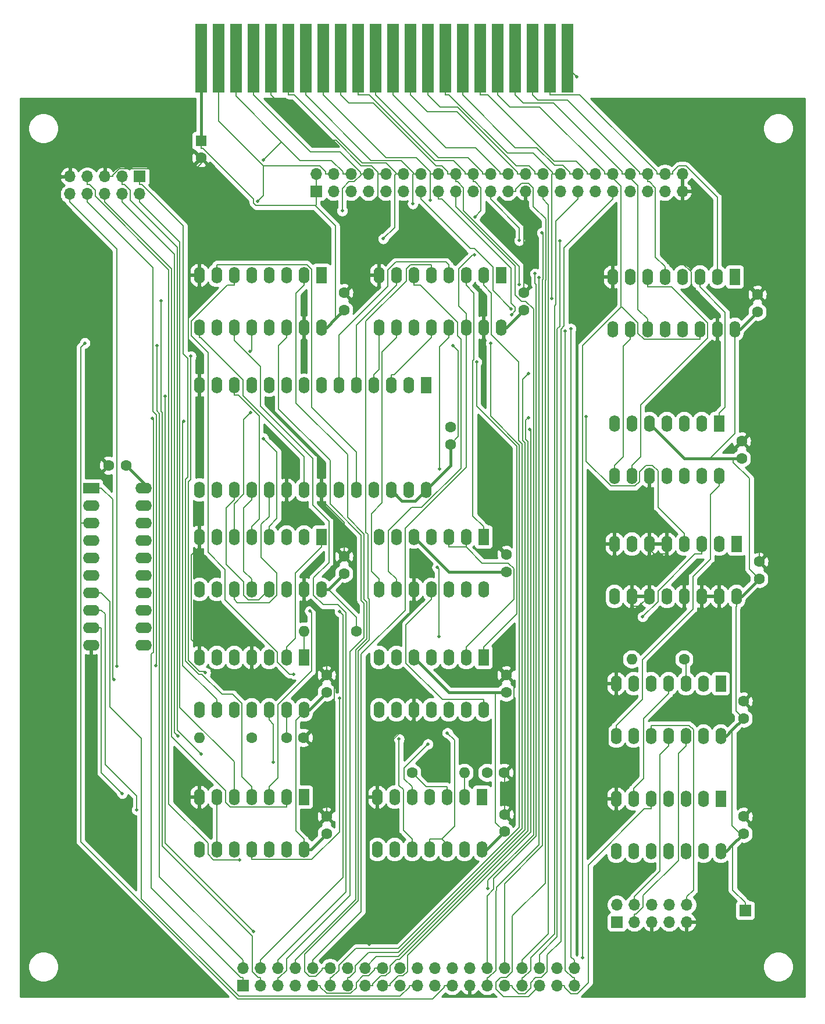
<source format=gtl>
G04 #@! TF.GenerationSoftware,KiCad,Pcbnew,(5.1.9)-1*
G04 #@! TF.CreationDate,2025-10-08T16:03:39+09:00*
G04 #@! TF.ProjectId,MZ-80B_GRAM2,4d5a2d38-3042-45f4-9752-414d322e6b69,rev?*
G04 #@! TF.SameCoordinates,PX20a6660PYbcc1c70*
G04 #@! TF.FileFunction,Copper,L1,Top*
G04 #@! TF.FilePolarity,Positive*
%FSLAX46Y46*%
G04 Gerber Fmt 4.6, Leading zero omitted, Abs format (unit mm)*
G04 Created by KiCad (PCBNEW (5.1.9)-1) date 2025-10-08 16:03:39*
%MOMM*%
%LPD*%
G01*
G04 APERTURE LIST*
G04 #@! TA.AperFunction,ConnectorPad*
%ADD10R,1.780000X10.000000*%
G04 #@! TD*
G04 #@! TA.AperFunction,ComponentPad*
%ADD11C,1.600000*%
G04 #@! TD*
G04 #@! TA.AperFunction,ComponentPad*
%ADD12O,1.700000X1.700000*%
G04 #@! TD*
G04 #@! TA.AperFunction,ComponentPad*
%ADD13R,1.700000X1.700000*%
G04 #@! TD*
G04 #@! TA.AperFunction,ComponentPad*
%ADD14O,1.600000X1.600000*%
G04 #@! TD*
G04 #@! TA.AperFunction,ComponentPad*
%ADD15R,1.600000X2.400000*%
G04 #@! TD*
G04 #@! TA.AperFunction,ComponentPad*
%ADD16O,1.600000X2.400000*%
G04 #@! TD*
G04 #@! TA.AperFunction,ComponentPad*
%ADD17R,2.400000X1.600000*%
G04 #@! TD*
G04 #@! TA.AperFunction,ComponentPad*
%ADD18O,2.400000X1.600000*%
G04 #@! TD*
G04 #@! TA.AperFunction,ComponentPad*
%ADD19R,1.600000X1.600000*%
G04 #@! TD*
G04 #@! TA.AperFunction,ViaPad*
%ADD20C,0.500000*%
G04 #@! TD*
G04 #@! TA.AperFunction,Conductor*
%ADD21C,0.200000*%
G04 #@! TD*
G04 #@! TA.AperFunction,Conductor*
%ADD22C,0.400000*%
G04 #@! TD*
G04 #@! TA.AperFunction,Conductor*
%ADD23C,0.254000*%
G04 #@! TD*
G04 #@! TA.AperFunction,Conductor*
%ADD24C,0.100000*%
G04 #@! TD*
G04 APERTURE END LIST*
D10*
X26940000Y137196000D03*
X29480000Y137196000D03*
X32020000Y137196000D03*
X34560000Y137196000D03*
X37100000Y137196000D03*
X39640000Y137196000D03*
X42180000Y137196000D03*
X44720000Y137196000D03*
X47260000Y137196000D03*
X49800000Y137196000D03*
X52340000Y137196000D03*
X54880000Y137196000D03*
X57420000Y137196000D03*
X59960000Y137196000D03*
X62500000Y137196000D03*
X65040000Y137196000D03*
X67580000Y137196000D03*
X70120000Y137196000D03*
X72660000Y137196000D03*
X75200000Y137196000D03*
X77740000Y137196000D03*
X80280000Y137196000D03*
D11*
X107950000Y102830000D03*
X107950000Y100330000D03*
X105918000Y43648000D03*
X105918000Y41148000D03*
X73914000Y100584000D03*
X73914000Y103084000D03*
X45212000Y47458000D03*
X45212000Y44958000D03*
X13502000Y77978000D03*
X16002000Y77978000D03*
X47752000Y103084000D03*
X47752000Y100584000D03*
X45212000Y24384000D03*
X45212000Y26884000D03*
X105664000Y78994000D03*
X105664000Y81494000D03*
X71120000Y27178000D03*
X71120000Y24678000D03*
X105918000Y24384000D03*
X105918000Y26884000D03*
X108204000Y61468000D03*
X108204000Y63968000D03*
X68580000Y33274000D03*
X71080000Y33274000D03*
X71374000Y64984000D03*
X71374000Y62484000D03*
X39370000Y38354000D03*
X41870000Y38354000D03*
X71374000Y44958000D03*
X71374000Y47458000D03*
X63246000Y83526000D03*
X63246000Y81026000D03*
X47752000Y62230000D03*
X47752000Y64730000D03*
D12*
X97660000Y14040000D03*
X97660000Y11500000D03*
X95120000Y14040000D03*
X95120000Y11500000D03*
X92580000Y14040000D03*
X92580000Y11500000D03*
X90040000Y14040000D03*
X90040000Y11500000D03*
X87500000Y14040000D03*
D13*
X87500000Y11500000D03*
D11*
X49530000Y53848000D03*
D14*
X41910000Y53848000D03*
X26670000Y38354000D03*
D11*
X34290000Y38354000D03*
D14*
X89662000Y49784000D03*
D11*
X97282000Y49784000D03*
X57658000Y33274000D03*
D14*
X65278000Y33274000D03*
D15*
X104648000Y105410000D03*
D16*
X86868000Y97790000D03*
X102108000Y105410000D03*
X89408000Y97790000D03*
X99568000Y105410000D03*
X91948000Y97790000D03*
X97028000Y105410000D03*
X94488000Y97790000D03*
X94488000Y105410000D03*
X97028000Y97790000D03*
X91948000Y105410000D03*
X99568000Y97790000D03*
X89408000Y105410000D03*
X102108000Y97790000D03*
X86868000Y105410000D03*
X104648000Y97790000D03*
X70612000Y98044000D03*
X52832000Y105664000D03*
X68072000Y98044000D03*
X55372000Y105664000D03*
X65532000Y98044000D03*
X57912000Y105664000D03*
X62992000Y98044000D03*
X60452000Y105664000D03*
X60452000Y98044000D03*
X62992000Y105664000D03*
X57912000Y98044000D03*
X65532000Y105664000D03*
X55372000Y98044000D03*
X68072000Y105664000D03*
X52832000Y98044000D03*
D15*
X70612000Y105664000D03*
X44450000Y105664000D03*
D16*
X26670000Y98044000D03*
X41910000Y105664000D03*
X29210000Y98044000D03*
X39370000Y105664000D03*
X31750000Y98044000D03*
X36830000Y105664000D03*
X34290000Y98044000D03*
X34290000Y105664000D03*
X36830000Y98044000D03*
X31750000Y105664000D03*
X39370000Y98044000D03*
X29210000Y105664000D03*
X41910000Y98044000D03*
X26670000Y105664000D03*
X44450000Y98044000D03*
D17*
X10922000Y74676000D03*
D18*
X18542000Y51816000D03*
X10922000Y72136000D03*
X18542000Y54356000D03*
X10922000Y69596000D03*
X18542000Y56896000D03*
X10922000Y67056000D03*
X18542000Y59436000D03*
X10922000Y64516000D03*
X18542000Y61976000D03*
X10922000Y61976000D03*
X18542000Y64516000D03*
X10922000Y59436000D03*
X18542000Y67056000D03*
X10922000Y56896000D03*
X18542000Y69596000D03*
X10922000Y54356000D03*
X18542000Y72136000D03*
X10922000Y51816000D03*
X18542000Y74676000D03*
D16*
X102362000Y76454000D03*
X87122000Y84074000D03*
X99822000Y76454000D03*
X89662000Y84074000D03*
X97282000Y76454000D03*
X92202000Y84074000D03*
X94742000Y76454000D03*
X94742000Y84074000D03*
X92202000Y76454000D03*
X97282000Y84074000D03*
X89662000Y76454000D03*
X99822000Y84074000D03*
X87122000Y76454000D03*
D15*
X102362000Y84074000D03*
X68072000Y67564000D03*
D16*
X52832000Y59944000D03*
X65532000Y67564000D03*
X55372000Y59944000D03*
X62992000Y67564000D03*
X57912000Y59944000D03*
X60452000Y67564000D03*
X60452000Y59944000D03*
X57912000Y67564000D03*
X62992000Y59944000D03*
X55372000Y67564000D03*
X65532000Y59944000D03*
X52832000Y67564000D03*
X68072000Y59944000D03*
D15*
X44450000Y67564000D03*
D16*
X26670000Y59944000D03*
X41910000Y67564000D03*
X29210000Y59944000D03*
X39370000Y67564000D03*
X31750000Y59944000D03*
X36830000Y67564000D03*
X34290000Y59944000D03*
X34290000Y67564000D03*
X36830000Y59944000D03*
X31750000Y67564000D03*
X39370000Y59944000D03*
X29210000Y67564000D03*
X41910000Y59944000D03*
X26670000Y67564000D03*
X44450000Y59944000D03*
X104902000Y58928000D03*
X87122000Y66548000D03*
X102362000Y58928000D03*
X89662000Y66548000D03*
X99822000Y58928000D03*
X92202000Y66548000D03*
X97282000Y58928000D03*
X94742000Y66548000D03*
X94742000Y58928000D03*
X97282000Y66548000D03*
X92202000Y58928000D03*
X99822000Y66548000D03*
X89662000Y58928000D03*
X102362000Y66548000D03*
X87122000Y58928000D03*
D15*
X104902000Y66548000D03*
D16*
X68072000Y42418000D03*
X52832000Y50038000D03*
X65532000Y42418000D03*
X55372000Y50038000D03*
X62992000Y42418000D03*
X57912000Y50038000D03*
X60452000Y42418000D03*
X60452000Y50038000D03*
X57912000Y42418000D03*
X62992000Y50038000D03*
X55372000Y42418000D03*
X65532000Y50038000D03*
X52832000Y42418000D03*
D15*
X68072000Y50038000D03*
X41910000Y50038000D03*
D16*
X26670000Y42418000D03*
X39370000Y50038000D03*
X29210000Y42418000D03*
X36830000Y50038000D03*
X31750000Y42418000D03*
X34290000Y50038000D03*
X34290000Y42418000D03*
X31750000Y50038000D03*
X36830000Y42418000D03*
X29210000Y50038000D03*
X39370000Y42418000D03*
X26670000Y50038000D03*
X41910000Y42418000D03*
X102616000Y38608000D03*
X87376000Y46228000D03*
X100076000Y38608000D03*
X89916000Y46228000D03*
X97536000Y38608000D03*
X92456000Y46228000D03*
X94996000Y38608000D03*
X94996000Y46228000D03*
X92456000Y38608000D03*
X97536000Y46228000D03*
X89916000Y38608000D03*
X100076000Y46228000D03*
X87376000Y38608000D03*
D15*
X102616000Y46228000D03*
D16*
X67818000Y22098000D03*
X52578000Y29718000D03*
X65278000Y22098000D03*
X55118000Y29718000D03*
X62738000Y22098000D03*
X57658000Y29718000D03*
X60198000Y22098000D03*
X60198000Y29718000D03*
X57658000Y22098000D03*
X62738000Y29718000D03*
X55118000Y22098000D03*
X65278000Y29718000D03*
X52578000Y22098000D03*
D15*
X67818000Y29718000D03*
X41910000Y29718000D03*
D16*
X26670000Y22098000D03*
X39370000Y29718000D03*
X29210000Y22098000D03*
X36830000Y29718000D03*
X31750000Y22098000D03*
X34290000Y29718000D03*
X34290000Y22098000D03*
X31750000Y29718000D03*
X36830000Y22098000D03*
X29210000Y29718000D03*
X39370000Y22098000D03*
X26670000Y29718000D03*
X41910000Y22098000D03*
D15*
X102616000Y29464000D03*
D16*
X87376000Y21844000D03*
X100076000Y29464000D03*
X89916000Y21844000D03*
X97536000Y29464000D03*
X92456000Y21844000D03*
X94996000Y29464000D03*
X94996000Y21844000D03*
X92456000Y29464000D03*
X97536000Y21844000D03*
X89916000Y29464000D03*
X100076000Y21844000D03*
X87376000Y29464000D03*
X102616000Y21844000D03*
D15*
X59690000Y89662000D03*
D16*
X26670000Y74422000D03*
X57150000Y89662000D03*
X29210000Y74422000D03*
X54610000Y89662000D03*
X31750000Y74422000D03*
X52070000Y89662000D03*
X34290000Y74422000D03*
X49530000Y89662000D03*
X36830000Y74422000D03*
X46990000Y89662000D03*
X39370000Y74422000D03*
X44450000Y89662000D03*
X41910000Y74422000D03*
X41910000Y89662000D03*
X44450000Y74422000D03*
X39370000Y89662000D03*
X46990000Y74422000D03*
X36830000Y89662000D03*
X49530000Y74422000D03*
X34290000Y89662000D03*
X52070000Y74422000D03*
X31750000Y89662000D03*
X54610000Y74422000D03*
X29210000Y89662000D03*
X57150000Y74422000D03*
X26670000Y89662000D03*
X59690000Y74422000D03*
D13*
X33020000Y2286000D03*
D12*
X33020000Y4826000D03*
X35560000Y2286000D03*
X35560000Y4826000D03*
X38100000Y2286000D03*
X38100000Y4826000D03*
X40640000Y2286000D03*
X40640000Y4826000D03*
X43180000Y2286000D03*
X43180000Y4826000D03*
X45720000Y2286000D03*
X45720000Y4826000D03*
X48260000Y2286000D03*
X48260000Y4826000D03*
X50800000Y2286000D03*
X50800000Y4826000D03*
X53340000Y2286000D03*
X53340000Y4826000D03*
X55880000Y2286000D03*
X55880000Y4826000D03*
X58420000Y2286000D03*
X58420000Y4826000D03*
X60960000Y2286000D03*
X60960000Y4826000D03*
X63500000Y2286000D03*
X63500000Y4826000D03*
X66040000Y2286000D03*
X66040000Y4826000D03*
X68580000Y2286000D03*
X68580000Y4826000D03*
X71120000Y2286000D03*
X71120000Y4826000D03*
X73660000Y2286000D03*
X73660000Y4826000D03*
X76200000Y2286000D03*
X76200000Y4826000D03*
X78740000Y2286000D03*
X78740000Y4826000D03*
X81280000Y2286000D03*
X81280000Y4826000D03*
D13*
X106172000Y13208000D03*
X43688000Y117856000D03*
D12*
X43688000Y120396000D03*
X46228000Y117856000D03*
X46228000Y120396000D03*
X48768000Y117856000D03*
X48768000Y120396000D03*
X51308000Y117856000D03*
X51308000Y120396000D03*
X53848000Y117856000D03*
X53848000Y120396000D03*
X56388000Y117856000D03*
X56388000Y120396000D03*
X58928000Y117856000D03*
X58928000Y120396000D03*
X61468000Y117856000D03*
X61468000Y120396000D03*
X64008000Y117856000D03*
X64008000Y120396000D03*
X66548000Y117856000D03*
X66548000Y120396000D03*
X69088000Y117856000D03*
X69088000Y120396000D03*
X71628000Y117856000D03*
X71628000Y120396000D03*
X74168000Y117856000D03*
X74168000Y120396000D03*
X76708000Y117856000D03*
X76708000Y120396000D03*
X79248000Y117856000D03*
X79248000Y120396000D03*
X81788000Y117856000D03*
X81788000Y120396000D03*
X84328000Y117856000D03*
X84328000Y120396000D03*
X86868000Y117856000D03*
X86868000Y120396000D03*
X89408000Y117856000D03*
X89408000Y120396000D03*
X91948000Y117856000D03*
X91948000Y120396000D03*
X94488000Y117856000D03*
X94488000Y120396000D03*
X97028000Y117856000D03*
X97028000Y120396000D03*
D13*
X18000000Y120000000D03*
D12*
X18000000Y117460000D03*
X15460000Y120000000D03*
X15460000Y117460000D03*
X12920000Y120000000D03*
X12920000Y117460000D03*
X10380000Y120000000D03*
X10380000Y117460000D03*
X7840000Y120000000D03*
X7840000Y117460000D03*
D19*
X26924000Y125222000D03*
D11*
X26924000Y122722000D03*
D20*
X63626500Y95408600D03*
X51432800Y8247800D03*
X97028000Y107331500D03*
X81637400Y134545900D03*
X35148900Y116373600D03*
X10016300Y95776600D03*
X36023400Y122390700D03*
X47498000Y115006800D03*
X66798500Y108625500D03*
X78061000Y102242500D03*
X69143900Y95766000D03*
X82490900Y6298300D03*
X74609000Y84932200D03*
X74617100Y91297400D03*
X74801900Y83186800D03*
X17587900Y27833400D03*
X15468700Y30240700D03*
X68733600Y16397000D03*
X14240500Y46833600D03*
X62818700Y39035200D03*
X47129700Y56684700D03*
X73264100Y104288200D03*
X66840900Y114149600D03*
X34552400Y10128000D03*
X21701100Y88054400D03*
X26968400Y35945400D03*
X23576700Y38558800D03*
X32592800Y20560000D03*
X37455500Y34752100D03*
X20340800Y48873000D03*
X14703600Y48755700D03*
X61660200Y77417600D03*
X40467500Y47583500D03*
X24432400Y84381500D03*
X34106000Y94554100D03*
X67081500Y92987600D03*
X25463600Y93859500D03*
X27591600Y47803400D03*
X36035300Y81890700D03*
X34170200Y85629100D03*
X42780000Y56763300D03*
X83041200Y85061400D03*
X91251400Y55940800D03*
X55777900Y38136300D03*
X59976000Y37413200D03*
X61552700Y53043100D03*
X61335800Y63132200D03*
X47078500Y44121800D03*
X19887000Y84847900D03*
X53490300Y110946500D03*
X20494400Y95364900D03*
X57777600Y116027400D03*
X60292300Y116592200D03*
X21129300Y101895800D03*
X80805800Y97866800D03*
X72122200Y100763500D03*
X79982200Y97501600D03*
X72150800Y99926400D03*
X79175900Y110670000D03*
X73307700Y110692900D03*
X76577100Y111796300D03*
X75595300Y105867800D03*
X76196100Y105317500D03*
D21*
X45466000Y59944000D02*
X49530000Y55880000D01*
X49530000Y55880000D02*
X49530000Y53848000D01*
D22*
X47752000Y62230000D02*
X45466000Y59944000D01*
X45466000Y59944000D02*
X44450000Y59944000D01*
D21*
X106172000Y13208000D02*
X106172000Y14358300D01*
X104350300Y22816300D02*
X104350300Y16180000D01*
X104350300Y16180000D02*
X106172000Y14358300D01*
D22*
X105683800Y24149800D02*
X104350300Y22816300D01*
X104350300Y22816300D02*
X103378000Y21844000D01*
X103378000Y21844000D02*
X102616000Y21844000D01*
D21*
X63626500Y95408600D02*
X64370700Y94664400D01*
X64370700Y94664400D02*
X64370700Y82150700D01*
X64370700Y82150700D02*
X63246000Y81026000D01*
X26924000Y124121700D02*
X27194300Y124121700D01*
X27194300Y124121700D02*
X34598600Y116717400D01*
X34598600Y116717400D02*
X34598600Y116145700D01*
X34598600Y116145700D02*
X34963100Y115781200D01*
X34963100Y115781200D02*
X43557900Y115781200D01*
X43557900Y115781200D02*
X43688000Y115911300D01*
X43688000Y115911300D02*
X43688000Y116705700D01*
X43557900Y115781200D02*
X46512700Y112826400D01*
X46512700Y112826400D02*
X46512700Y99344700D01*
X41910000Y22098000D02*
X41910000Y23598300D01*
X42291000Y42418000D02*
X40740400Y40867400D01*
X40740400Y40867400D02*
X40740400Y24767900D01*
X40740400Y24767900D02*
X41910000Y23598300D01*
D22*
X42291000Y42418000D02*
X41910000Y42418000D01*
X45212000Y44958000D02*
X42672000Y42418000D01*
X42672000Y42418000D02*
X42291000Y42418000D01*
D21*
X26924000Y125222000D02*
X26924000Y124121700D01*
X43688000Y120396000D02*
X43688000Y117856000D01*
X71120000Y24678000D02*
X69830000Y25968000D01*
X69830000Y25968000D02*
X69830000Y44958000D01*
D22*
X69830000Y44958000D02*
X62992000Y44958000D01*
X62992000Y44958000D02*
X57912000Y50038000D01*
X71374000Y44958000D02*
X69830000Y44958000D01*
X59690000Y74422000D02*
X58090000Y72822000D01*
X58090000Y72822000D02*
X56210000Y72822000D01*
X56210000Y72822000D02*
X54610000Y74422000D01*
D21*
X104463100Y78994000D02*
X104463100Y78405700D01*
X104463100Y78405700D02*
X106804400Y76064400D01*
X106804400Y76064400D02*
X106804400Y62867600D01*
X106804400Y62867600D02*
X108204000Y61468000D01*
D22*
X104463100Y78994000D02*
X101023000Y78994000D01*
X105664000Y78994000D02*
X104463100Y78994000D01*
D21*
X104902000Y58928000D02*
X104902000Y57427700D01*
X104902000Y57427700D02*
X104817600Y57343300D01*
X104817600Y57343300D02*
X104817600Y42248400D01*
X104817600Y42248400D02*
X105918000Y41148000D01*
D22*
X108204000Y61468000D02*
X105664000Y58928000D01*
X105664000Y58928000D02*
X104902000Y58928000D01*
X63246000Y81026000D02*
X63246000Y77978000D01*
X63246000Y77978000D02*
X59690000Y74422000D01*
X105918000Y24384000D02*
X105683800Y24149800D01*
D21*
X104267000Y39497000D02*
X104267000Y25566600D01*
X104267000Y25566600D02*
X105683800Y24149800D01*
D22*
X104267000Y39497000D02*
X103378000Y38608000D01*
X103378000Y38608000D02*
X102616000Y38608000D01*
X105918000Y41148000D02*
X104267000Y39497000D01*
D21*
X101023000Y78994000D02*
X104648000Y82619000D01*
X104648000Y82619000D02*
X104648000Y97790000D01*
D22*
X101023000Y78994000D02*
X97282000Y78994000D01*
X97282000Y78994000D02*
X92202000Y84074000D01*
X71120000Y24678000D02*
X68540000Y22098000D01*
X68540000Y22098000D02*
X67818000Y22098000D01*
X71374000Y62484000D02*
X62992000Y62484000D01*
X62992000Y62484000D02*
X57912000Y67564000D01*
X45212000Y24384000D02*
X42926000Y22098000D01*
X42926000Y22098000D02*
X41910000Y22098000D01*
X46512700Y99344700D02*
X45212000Y98044000D01*
X45212000Y98044000D02*
X44450000Y98044000D01*
X47752000Y100584000D02*
X46512700Y99344700D01*
X73914000Y100584000D02*
X71374000Y98044000D01*
X71374000Y98044000D02*
X70612000Y98044000D01*
D21*
X43688000Y117856000D02*
X43688000Y116705700D01*
D22*
X26940000Y137196000D02*
X26940000Y125238000D01*
X26940000Y125238000D02*
X26924000Y125222000D01*
X16002000Y77978000D02*
X18542000Y75438000D01*
X18542000Y75438000D02*
X18542000Y74676000D01*
X107950000Y100330000D02*
X105410000Y97790000D01*
X105410000Y97790000D02*
X104648000Y97790000D01*
D21*
X44450000Y72921700D02*
X47752000Y69619700D01*
X47752000Y69619700D02*
X47752000Y64730000D01*
X53340000Y4826000D02*
X52189700Y4826000D01*
X57912000Y40917700D02*
X57781100Y40917700D01*
X57781100Y40917700D02*
X52578000Y35714600D01*
X52578000Y35714600D02*
X52578000Y29718000D01*
X92202000Y58928000D02*
X92202000Y64297500D01*
X92202000Y64297500D02*
X92952200Y65047700D01*
X89662000Y57427700D02*
X90701700Y57427700D01*
X90701700Y57427700D02*
X92202000Y58928000D01*
X92952200Y65047700D02*
X94742000Y65047700D01*
X92202000Y65797900D02*
X92952200Y65047700D01*
X26670000Y105664000D02*
X26670000Y104163700D01*
X26670000Y104163700D02*
X25135400Y102629100D01*
X25135400Y102629100D02*
X25135400Y95730400D01*
X25135400Y95730400D02*
X26670000Y94195800D01*
X26670000Y94195800D02*
X26670000Y89662000D01*
X26670000Y106414200D02*
X26670000Y105664000D01*
X94742000Y66548000D02*
X94742000Y65047700D01*
X92202000Y66548000D02*
X92202000Y65797900D01*
X43180000Y2286000D02*
X44330300Y2286000D01*
X52189700Y4826000D02*
X52189700Y4538300D01*
X52189700Y4538300D02*
X51327100Y3675700D01*
X51327100Y3675700D02*
X50501200Y3675700D01*
X50501200Y3675700D02*
X49530000Y2704500D01*
X49530000Y2704500D02*
X49530000Y1920000D01*
X49530000Y1920000D02*
X48736700Y1126700D01*
X48736700Y1126700D02*
X45251200Y1126700D01*
X45251200Y1126700D02*
X44330300Y2047600D01*
X44330300Y2047600D02*
X44330300Y2286000D01*
X51432800Y8247800D02*
X51432800Y27072500D01*
X51432800Y27072500D02*
X52578000Y28217700D01*
X41870000Y38354000D02*
X45212000Y35012000D01*
X45212000Y35012000D02*
X45212000Y26884000D01*
X45212000Y47458000D02*
X46312300Y46357700D01*
X46312300Y46357700D02*
X46312300Y42796300D01*
X46312300Y42796300D02*
X41870000Y38354000D01*
X52578000Y29718000D02*
X52578000Y28217700D01*
X41910000Y58443700D02*
X45212000Y55141700D01*
X45212000Y55141700D02*
X45212000Y47458000D01*
X26670000Y50038000D02*
X26670000Y51538300D01*
X26670000Y67564000D02*
X26670000Y66063700D01*
X26670000Y66063700D02*
X25539100Y64932800D01*
X25539100Y64932800D02*
X25539100Y52669200D01*
X25539100Y52669200D02*
X26670000Y51538300D01*
X57912000Y42418000D02*
X57912000Y40917700D01*
X87376000Y46228000D02*
X87376000Y44727700D01*
X87376000Y29464000D02*
X87376000Y30964300D01*
X87376000Y30964300D02*
X86266800Y32073500D01*
X86266800Y32073500D02*
X86266800Y43618500D01*
X86266800Y43618500D02*
X87376000Y44727700D01*
X74168000Y117856000D02*
X74168000Y116705700D01*
X73914000Y103084000D02*
X73914000Y116451700D01*
X73914000Y116451700D02*
X74168000Y116705700D01*
X102108000Y99290300D02*
X98298000Y103100300D01*
X98298000Y103100300D02*
X98298000Y106141000D01*
X98298000Y106141000D02*
X97107500Y107331500D01*
X97107500Y107331500D02*
X97028000Y107331500D01*
X97028000Y107331500D02*
X97028000Y116705700D01*
X97028000Y117856000D02*
X97028000Y116705700D01*
X102108000Y97790000D02*
X102108000Y99290300D01*
X52832000Y107164300D02*
X52697700Y107298600D01*
X52697700Y107298600D02*
X52697700Y120396000D01*
X44450000Y74422000D02*
X44450000Y72921700D01*
X71374000Y47458000D02*
X72474900Y46357100D01*
X72474900Y46357100D02*
X72474900Y34668900D01*
X72474900Y34668900D02*
X71080000Y33274000D01*
X41910000Y59944000D02*
X41910000Y58443700D01*
X26198100Y121156500D02*
X14988400Y121156500D01*
X14988400Y121156500D02*
X14070300Y120238400D01*
X14070300Y120238400D02*
X14070300Y120000000D01*
X26924000Y122722000D02*
X26924000Y121882400D01*
X26924000Y121882400D02*
X26198100Y121156500D01*
X26198100Y121156500D02*
X26198100Y107636200D01*
X26198100Y107636200D02*
X26670000Y107164300D01*
X52697700Y120396000D02*
X52697700Y120634300D01*
X52697700Y120634300D02*
X51785700Y121546300D01*
X51785700Y121546300D02*
X50284400Y121546300D01*
X50284400Y121546300D02*
X46575500Y125255200D01*
X46575500Y125255200D02*
X43740500Y125255200D01*
X43740500Y125255200D02*
X37100000Y131895700D01*
X12920000Y120000000D02*
X14070300Y120000000D01*
X89662000Y57427700D02*
X87376000Y55141700D01*
X87376000Y55141700D02*
X87376000Y46228000D01*
X89662000Y58928000D02*
X89662000Y57427700D01*
X71120000Y27178000D02*
X71120000Y33234000D01*
X71120000Y33234000D02*
X71080000Y33274000D01*
X108204000Y63968000D02*
X108204000Y78954000D01*
X108204000Y78954000D02*
X105664000Y81494000D01*
X26670000Y106414200D02*
X26670000Y107164300D01*
X81637400Y134545900D02*
X80280000Y135903300D01*
X80280000Y135903300D02*
X80280000Y137196000D01*
X52832000Y105664000D02*
X52832000Y107164300D01*
X53848000Y120396000D02*
X52697700Y120396000D01*
X37100000Y137196000D02*
X37100000Y131895700D01*
X92202000Y76454000D02*
X92202000Y66548000D01*
X97028000Y120396000D02*
X97028000Y117856000D01*
X35996600Y121546300D02*
X29480000Y128062900D01*
X29480000Y128062900D02*
X29480000Y131895700D01*
X45077700Y120396000D02*
X45077700Y120683700D01*
X45077700Y120683700D02*
X44215100Y121546300D01*
X44215100Y121546300D02*
X35996600Y121546300D01*
X35996600Y121546300D02*
X35996600Y117221300D01*
X35996600Y117221300D02*
X35148900Y116373600D01*
X46228000Y120396000D02*
X45077700Y120396000D01*
X29480000Y137196000D02*
X29480000Y131895700D01*
X9421700Y69596000D02*
X9421700Y23188700D01*
X9421700Y23188700D02*
X32284400Y326000D01*
X32284400Y326000D02*
X60628000Y326000D01*
X60628000Y326000D02*
X62349700Y2047700D01*
X62349700Y2047700D02*
X62349700Y2286000D01*
X9421700Y69596000D02*
X9421700Y95182000D01*
X9421700Y95182000D02*
X10016300Y95776600D01*
X38684800Y125052100D02*
X32020000Y131716800D01*
X32020000Y131716800D02*
X32020000Y131895700D01*
X47617700Y120396000D02*
X47617700Y120683600D01*
X47617700Y120683600D02*
X45958900Y122342400D01*
X45958900Y122342400D02*
X41394400Y122342400D01*
X41394400Y122342400D02*
X38684800Y125052100D01*
X38684800Y125052100D02*
X36023400Y122390700D01*
X32020000Y137196000D02*
X32020000Y131895700D01*
X48768000Y120396000D02*
X47617700Y120396000D01*
X63500000Y2286000D02*
X62349700Y2286000D01*
X10922000Y69596000D02*
X9421700Y69596000D01*
X50215300Y120396000D02*
X50215300Y120216300D01*
X50215300Y120216300D02*
X49244600Y119245600D01*
X49244600Y119245600D02*
X48493300Y119245600D01*
X48493300Y119245600D02*
X47498000Y118250300D01*
X47498000Y118250300D02*
X47498000Y115006800D01*
X34560000Y131895700D02*
X42867600Y123588100D01*
X42867600Y123588100D02*
X47232200Y123588100D01*
X47232200Y123588100D02*
X50180700Y120639600D01*
X50180700Y120639600D02*
X50180700Y120430500D01*
X50180700Y120430500D02*
X50180800Y120430500D01*
X50180800Y120430500D02*
X50215300Y120396000D01*
X51308000Y120396000D02*
X50215300Y120396000D01*
X34560000Y137196000D02*
X34560000Y131895700D01*
X43180000Y4826000D02*
X43180000Y5976300D01*
X65532000Y98044000D02*
X65532000Y77730500D01*
X65532000Y77730500D02*
X56642000Y68840500D01*
X56642000Y68840500D02*
X56642000Y56898000D01*
X56642000Y56898000D02*
X50252400Y50508400D01*
X50252400Y50508400D02*
X50252400Y13048700D01*
X50252400Y13048700D02*
X43180000Y5976300D01*
X66798500Y108625500D02*
X66477600Y108625500D01*
X66477600Y108625500D02*
X64431600Y106579500D01*
X64431600Y106579500D02*
X64431600Y101158800D01*
X64431600Y101158800D02*
X65532000Y100058400D01*
X65532000Y100058400D02*
X65532000Y98044000D01*
X59960000Y137196000D02*
X59960000Y131895700D01*
X76708000Y120396000D02*
X75557700Y120396000D01*
X75557700Y120396000D02*
X75557700Y120683700D01*
X75557700Y120683700D02*
X74695100Y121546300D01*
X74695100Y121546300D02*
X72849400Y121546300D01*
X72849400Y121546300D02*
X64294200Y130101500D01*
X64294200Y130101500D02*
X61754200Y130101500D01*
X61754200Y130101500D02*
X59960000Y131895700D01*
X78097800Y120396000D02*
X78061000Y120359200D01*
X78061000Y120359200D02*
X78061000Y102242500D01*
X78097800Y120396000D02*
X78097800Y120633200D01*
X78097800Y120633200D02*
X75322700Y123408300D01*
X75322700Y123408300D02*
X71553500Y123408300D01*
X71553500Y123408300D02*
X63066100Y131895700D01*
X63066100Y131895700D02*
X62500000Y131895700D01*
X78335000Y120396000D02*
X78097800Y120396000D01*
X69143900Y95766000D02*
X69143900Y85127800D01*
X69143900Y85127800D02*
X73316600Y80955100D01*
X73316600Y80955100D02*
X73316600Y25317700D01*
X73316600Y25317700D02*
X55696300Y7697400D01*
X55696300Y7697400D02*
X49491000Y7697400D01*
X49491000Y7697400D02*
X46990000Y5196400D01*
X46990000Y5196400D02*
X46990000Y4468000D01*
X46990000Y4468000D02*
X45958300Y3436300D01*
X45958300Y3436300D02*
X45720000Y3436300D01*
X45720000Y2286000D02*
X45720000Y3436300D01*
X62500000Y137196000D02*
X62500000Y131895700D01*
X79248000Y120396000D02*
X78335000Y120396000D01*
X45720000Y4826000D02*
X44569700Y4826000D01*
X60452000Y105664000D02*
X60452000Y107164300D01*
X60452000Y107164300D02*
X57423300Y107164300D01*
X57423300Y107164300D02*
X56811600Y106552600D01*
X56811600Y106552600D02*
X56811600Y104770800D01*
X56811600Y104770800D02*
X50963000Y98922200D01*
X50963000Y98922200D02*
X50963000Y68244900D01*
X50963000Y68244900D02*
X51264700Y67943200D01*
X51264700Y67943200D02*
X51264700Y58643900D01*
X51264700Y58643900D02*
X51465000Y58443600D01*
X51465000Y58443600D02*
X51465000Y52570500D01*
X51465000Y52570500D02*
X49852100Y50957600D01*
X49852100Y50957600D02*
X49852100Y14622100D01*
X49852100Y14622100D02*
X42029600Y6799600D01*
X42029600Y6799600D02*
X42029600Y4287900D01*
X42029600Y4287900D02*
X42691300Y3626200D01*
X42691300Y3626200D02*
X43608200Y3626200D01*
X43608200Y3626200D02*
X44569700Y4587700D01*
X44569700Y4587700D02*
X44569700Y4826000D01*
X80637700Y120396000D02*
X80637700Y120633300D01*
X80637700Y120633300D02*
X79642800Y121628200D01*
X79642800Y121628200D02*
X78413600Y121628200D01*
X78413600Y121628200D02*
X75832900Y124208900D01*
X75832900Y124208900D02*
X72726800Y124208900D01*
X72726800Y124208900D02*
X65040000Y131895700D01*
X65040000Y137196000D02*
X65040000Y131895700D01*
X81788000Y120396000D02*
X80637700Y120396000D01*
X68072000Y104163700D02*
X69229000Y103006700D01*
X69229000Y103006700D02*
X69229000Y97008900D01*
X69229000Y97008900D02*
X73218700Y93019200D01*
X73218700Y93019200D02*
X73218700Y81619100D01*
X73218700Y81619100D02*
X73716900Y81120900D01*
X73716900Y81120900D02*
X73716900Y25147600D01*
X73716900Y25147600D02*
X55666300Y7097000D01*
X55666300Y7097000D02*
X51381200Y7097000D01*
X51381200Y7097000D02*
X49410300Y5126100D01*
X49410300Y5126100D02*
X49410300Y4298900D01*
X49410300Y4298900D02*
X48547700Y3436300D01*
X48547700Y3436300D02*
X48260000Y3436300D01*
X68072000Y105664000D02*
X68072000Y104163700D01*
X48260000Y2286000D02*
X48260000Y3436300D01*
X67580000Y131895700D02*
X68712200Y131895700D01*
X68712200Y131895700D02*
X78379300Y122228600D01*
X78379300Y122228600D02*
X81583400Y122228600D01*
X81583400Y122228600D02*
X83177700Y120634300D01*
X83177700Y120634300D02*
X83177700Y120396000D01*
X84328000Y120396000D02*
X83177700Y120396000D01*
X67580000Y137196000D02*
X67580000Y131895700D01*
X88129000Y101025000D02*
X82490900Y95386900D01*
X82490900Y95386900D02*
X82490900Y6298300D01*
X99568000Y97790000D02*
X99568000Y96289700D01*
X88129000Y101025000D02*
X88248900Y101025000D01*
X88248900Y101025000D02*
X90591600Y98682300D01*
X90591600Y98682300D02*
X90591600Y97146100D01*
X90591600Y97146100D02*
X91448000Y96289700D01*
X91448000Y96289700D02*
X99568000Y96289700D01*
X88129000Y101025000D02*
X88129000Y118559900D01*
X88129000Y118559900D02*
X86292900Y120396000D01*
X86292900Y120396000D02*
X85717700Y120396000D01*
X86868000Y120396000D02*
X86292900Y120396000D01*
X70120000Y137196000D02*
X70120000Y131895700D01*
X85717700Y120396000D02*
X85717700Y120683600D01*
X85717700Y120683600D02*
X76279400Y130121900D01*
X76279400Y130121900D02*
X71893800Y130121900D01*
X71893800Y130121900D02*
X70120000Y131895700D01*
X74609000Y84932200D02*
X74231000Y84554200D01*
X74231000Y84554200D02*
X74231000Y81793700D01*
X74231000Y81793700D02*
X74572100Y81452600D01*
X74572100Y81452600D02*
X74572100Y24797000D01*
X74572100Y24797000D02*
X55852900Y6077800D01*
X55852900Y6077800D02*
X55431700Y6077800D01*
X55431700Y6077800D02*
X54490400Y5136500D01*
X54490400Y5136500D02*
X54490400Y4321000D01*
X54490400Y4321000D02*
X53845000Y3675600D01*
X53845000Y3675600D02*
X53101500Y3675600D01*
X53101500Y3675600D02*
X51950300Y2524400D01*
X51950300Y2524400D02*
X51950300Y2286000D01*
X50800000Y2286000D02*
X51950300Y2286000D01*
X91948000Y97790000D02*
X91948000Y99290300D01*
X88832900Y120396000D02*
X90565500Y118663400D01*
X90565500Y118663400D02*
X90565500Y100672800D01*
X90565500Y100672800D02*
X91948000Y99290300D01*
X88832900Y120396000D02*
X88257700Y120396000D01*
X89408000Y120396000D02*
X88832900Y120396000D01*
X88257700Y120396000D02*
X88257700Y120683600D01*
X88257700Y120683600D02*
X78247900Y130693400D01*
X78247900Y130693400D02*
X73862300Y130693400D01*
X73862300Y130693400D02*
X72660000Y131895700D01*
X72660000Y137196000D02*
X72660000Y131895700D01*
X74617100Y91297400D02*
X73805900Y90486200D01*
X73805900Y90486200D02*
X73805900Y81598000D01*
X73805900Y81598000D02*
X74117300Y81286600D01*
X74117300Y81286600D02*
X74117300Y24937300D01*
X74117300Y24937300D02*
X55658200Y6478200D01*
X55658200Y6478200D02*
X52452200Y6478200D01*
X52452200Y6478200D02*
X50800000Y4826000D01*
X75200000Y131895700D02*
X75970200Y131125500D01*
X75970200Y131125500D02*
X80306500Y131125500D01*
X80306500Y131125500D02*
X90797700Y120634300D01*
X90797700Y120634300D02*
X90797700Y120396000D01*
X91948000Y120396000D02*
X90797700Y120396000D01*
X75200000Y137196000D02*
X75200000Y131895700D01*
X91948000Y120396000D02*
X91948000Y119245700D01*
X94488000Y106910300D02*
X93098300Y108300000D01*
X93098300Y108300000D02*
X93098300Y118383100D01*
X93098300Y118383100D02*
X92235700Y119245700D01*
X92235700Y119245700D02*
X91948000Y119245700D01*
X94488000Y105410000D02*
X94488000Y106910300D01*
X53340000Y2286000D02*
X54490300Y2286000D01*
X74801900Y83186800D02*
X74972400Y83016300D01*
X74972400Y83016300D02*
X74972400Y24631000D01*
X74972400Y24631000D02*
X57030400Y6689000D01*
X57030400Y6689000D02*
X57030400Y4321000D01*
X57030400Y4321000D02*
X56385000Y3675600D01*
X56385000Y3675600D02*
X55641500Y3675600D01*
X55641500Y3675600D02*
X54490300Y2524400D01*
X54490300Y2524400D02*
X54490300Y2286000D01*
X94488000Y120396000D02*
X93337700Y120396000D01*
X93337700Y120396000D02*
X93337700Y120683600D01*
X93337700Y120683600D02*
X82125600Y131895700D01*
X82125600Y131895700D02*
X77740000Y131895700D01*
X95063200Y120396000D02*
X94488000Y120396000D01*
X77740000Y137196000D02*
X77740000Y131895700D01*
X95063200Y120396000D02*
X95638300Y120396000D01*
X95638300Y120396000D02*
X95638300Y120683600D01*
X95638300Y120683600D02*
X96503900Y121549200D01*
X96503900Y121549200D02*
X97544100Y121549200D01*
X97544100Y121549200D02*
X102108000Y116985300D01*
X102108000Y116985300D02*
X102108000Y105410000D01*
X57269700Y2286000D02*
X57269700Y2047700D01*
X57269700Y2047700D02*
X55948300Y726300D01*
X55948300Y726300D02*
X32450200Y726300D01*
X32450200Y726300D02*
X18258300Y14918200D01*
X18258300Y14918200D02*
X18258300Y38259000D01*
X18258300Y38259000D02*
X13690100Y42827200D01*
X13690100Y42827200D02*
X13690100Y58168200D01*
X13690100Y58168200D02*
X12422300Y59436000D01*
X58420000Y2286000D02*
X57269700Y2286000D01*
X10922000Y59436000D02*
X12422300Y59436000D01*
X17587900Y27833400D02*
X17587900Y29866300D01*
X17587900Y29866300D02*
X12988500Y34465700D01*
X12988500Y34465700D02*
X12988500Y56329900D01*
X12988500Y56329900D02*
X12988400Y56329900D01*
X12988400Y56329900D02*
X12422300Y56896000D01*
X10922000Y56896000D02*
X12422300Y56896000D01*
X10922000Y54356000D02*
X12422300Y54356000D01*
X12422300Y54356000D02*
X12422300Y33287100D01*
X12422300Y33287100D02*
X15468700Y30240700D01*
X64008000Y117856000D02*
X64008000Y115638200D01*
X64008000Y115638200D02*
X72648100Y106998100D01*
X72648100Y106998100D02*
X72648100Y102791400D01*
X72648100Y102791400D02*
X73605500Y101834000D01*
X73605500Y101834000D02*
X74229800Y101834000D01*
X74229800Y101834000D02*
X75372700Y100691100D01*
X75372700Y100691100D02*
X75372700Y24202500D01*
X75372700Y24202500D02*
X68733600Y17563400D01*
X68733600Y17563400D02*
X68733600Y16397000D01*
X78740000Y2286000D02*
X79890300Y2286000D01*
X92456000Y29464000D02*
X92456000Y27963700D01*
X92456000Y27963700D02*
X91518300Y27963700D01*
X91518300Y27963700D02*
X83373500Y19818900D01*
X83373500Y19818900D02*
X83373500Y2725700D01*
X83373500Y2725700D02*
X81750300Y1102500D01*
X81750300Y1102500D02*
X80835400Y1102500D01*
X80835400Y1102500D02*
X79890300Y2047600D01*
X79890300Y2047600D02*
X79890300Y2286000D01*
X14240500Y46833600D02*
X14090400Y46983700D01*
X14090400Y46983700D02*
X14090400Y73007900D01*
X14090400Y73007900D02*
X12422300Y74676000D01*
X10922000Y74676000D02*
X12422300Y74676000D01*
X61987900Y23598300D02*
X60198000Y23598300D01*
X62738000Y22848200D02*
X61987900Y23598300D01*
X62818700Y39035200D02*
X63859300Y37994600D01*
X63859300Y37994600D02*
X63859300Y25469700D01*
X63859300Y25469700D02*
X61987900Y23598300D01*
X65532000Y66063700D02*
X67861700Y63734000D01*
X67861700Y63734000D02*
X71694300Y63734000D01*
X71694300Y63734000D02*
X72481400Y62946900D01*
X72481400Y62946900D02*
X72481400Y58487700D01*
X72481400Y58487700D02*
X65532000Y51538300D01*
X65532000Y50038000D02*
X65532000Y51538300D01*
X65532000Y66163800D02*
X65532000Y66063700D01*
X65532000Y67564000D02*
X65532000Y66163800D01*
X62992000Y67564000D02*
X62992000Y66063700D01*
X62992000Y66063700D02*
X65532000Y66063700D01*
X60198000Y22098000D02*
X60198000Y23598300D01*
X62738000Y22098000D02*
X62738000Y22848200D01*
X62738000Y29718000D02*
X62738000Y31218300D01*
X62738000Y31218300D02*
X59713700Y31218300D01*
X59713700Y31218300D02*
X57658000Y33274000D01*
X39370000Y42418000D02*
X39370000Y38354000D01*
X64008000Y119245700D02*
X64295700Y119245700D01*
X64295700Y119245700D02*
X65158300Y118383100D01*
X65158300Y118383100D02*
X65158300Y115054000D01*
X65158300Y115054000D02*
X73264100Y106948200D01*
X73264100Y106948200D02*
X73264100Y104288200D01*
X64008000Y120396000D02*
X62857700Y120396000D01*
X64008000Y120396000D02*
X64008000Y119245700D01*
X62857700Y120396000D02*
X62857700Y120683700D01*
X62857700Y120683700D02*
X61995100Y121546300D01*
X61995100Y121546300D02*
X61194800Y121546300D01*
X61194800Y121546300D02*
X52047700Y130693400D01*
X52047700Y130693400D02*
X48462300Y130693400D01*
X48462300Y130693400D02*
X47260000Y131895700D01*
X47260000Y137196000D02*
X47260000Y131895700D01*
X35560000Y5976300D02*
X47628900Y18045200D01*
X47628900Y18045200D02*
X47628900Y56185500D01*
X47628900Y56185500D02*
X47129700Y56684700D01*
X35560000Y4826000D02*
X35560000Y5976300D01*
X66548000Y120396000D02*
X66548000Y119245700D01*
X66548000Y119245700D02*
X66835600Y119245700D01*
X66835600Y119245700D02*
X67699600Y118381700D01*
X67699600Y118381700D02*
X67699600Y115008300D01*
X67699600Y115008300D02*
X66840900Y114149600D01*
X66548000Y120396000D02*
X65972900Y120396000D01*
X65397700Y120396000D02*
X65397700Y120657000D01*
X65397700Y120657000D02*
X63707800Y122346900D01*
X63707800Y122346900D02*
X60960400Y122346900D01*
X60960400Y122346900D02*
X51411600Y131895700D01*
X51411600Y131895700D02*
X49800000Y131895700D01*
X39370000Y96543700D02*
X38258700Y95432400D01*
X38258700Y95432400D02*
X38258700Y86146200D01*
X38258700Y86146200D02*
X45720000Y78684900D01*
X45720000Y78684900D02*
X45720000Y72355700D01*
X45720000Y72355700D02*
X50264000Y67811700D01*
X50264000Y67811700D02*
X50264000Y58312100D01*
X50264000Y58312100D02*
X50664200Y57911900D01*
X50664200Y57911900D02*
X50664200Y52901900D01*
X50664200Y52901900D02*
X48651000Y50888700D01*
X48651000Y50888700D02*
X48651000Y15412800D01*
X48651000Y15412800D02*
X39370000Y6131800D01*
X39370000Y6131800D02*
X39370000Y4468000D01*
X39370000Y4468000D02*
X38338300Y3436300D01*
X38338300Y3436300D02*
X38100000Y3436300D01*
X38100000Y2286000D02*
X38100000Y3436300D01*
X39370000Y98044000D02*
X39370000Y96543700D01*
X65972900Y120396000D02*
X65397700Y120396000D01*
X49800000Y137196000D02*
X49800000Y131895700D01*
X67937700Y120396000D02*
X67937700Y120659200D01*
X67937700Y120659200D02*
X65849700Y122747200D01*
X65849700Y122747200D02*
X61488500Y122747200D01*
X61488500Y122747200D02*
X52340000Y131895700D01*
X31750000Y96543700D02*
X31750000Y96131900D01*
X31750000Y96131900D02*
X35560000Y92321900D01*
X35560000Y92321900D02*
X35560000Y86578400D01*
X35560000Y86578400D02*
X43180000Y78958400D01*
X43180000Y78958400D02*
X43180000Y72156900D01*
X43180000Y72156900D02*
X45550400Y69786500D01*
X45550400Y69786500D02*
X45550400Y63814800D01*
X45550400Y63814800D02*
X43328100Y61592500D01*
X43328100Y61592500D02*
X43328100Y59092000D01*
X43328100Y59092000D02*
X44720600Y57699500D01*
X44720600Y57699500D02*
X46900800Y57699500D01*
X46900800Y57699500D02*
X48055100Y56545200D01*
X48055100Y56545200D02*
X48055100Y15931400D01*
X48055100Y15931400D02*
X38100000Y5976300D01*
X38100000Y4826000D02*
X38100000Y5976300D01*
X31750000Y98044000D02*
X31750000Y96543700D01*
X52340000Y137196000D02*
X52340000Y131895700D01*
X69088000Y120396000D02*
X67937700Y120396000D01*
X34552400Y10128000D02*
X21701100Y22979300D01*
X21701100Y22979300D02*
X21701100Y88054400D01*
X71628000Y120396000D02*
X70477700Y120396000D01*
X54880000Y137196000D02*
X54880000Y131895700D01*
X54880000Y131895700D02*
X62612700Y124163000D01*
X62612700Y124163000D02*
X66949000Y124163000D01*
X66949000Y124163000D02*
X70477700Y120634300D01*
X70477700Y120634300D02*
X70477700Y120396000D01*
X41910000Y104163700D02*
X40798800Y103052500D01*
X40798800Y103052500D02*
X40798800Y87054800D01*
X40798800Y87054800D02*
X48260000Y79593600D01*
X48260000Y79593600D02*
X48260000Y70381800D01*
X48260000Y70381800D02*
X50664300Y67977500D01*
X50664300Y67977500D02*
X50664300Y58477900D01*
X50664300Y58477900D02*
X51064600Y58077600D01*
X51064600Y58077600D02*
X51064600Y52736200D01*
X51064600Y52736200D02*
X49451800Y51123400D01*
X49451800Y51123400D02*
X49451800Y14788100D01*
X49451800Y14788100D02*
X40640000Y5976300D01*
X40640000Y4826000D02*
X40640000Y5976300D01*
X41910000Y105664000D02*
X41910000Y104163700D01*
X73017700Y120396000D02*
X73017700Y120640900D01*
X73017700Y120640900D02*
X64228400Y129430200D01*
X64228400Y129430200D02*
X59885500Y129430200D01*
X59885500Y129430200D02*
X57420000Y131895700D01*
X57420000Y137196000D02*
X57420000Y131895700D01*
X74168000Y120396000D02*
X73017700Y120396000D01*
X18000000Y118849700D02*
X18287600Y118849700D01*
X18287600Y118849700D02*
X24339200Y112798100D01*
X24339200Y112798100D02*
X24339200Y94205700D01*
X24339200Y94205700D02*
X25013200Y93531700D01*
X25013200Y93531700D02*
X25013200Y76238400D01*
X25013200Y76238400D02*
X24662900Y75888100D01*
X24662900Y75888100D02*
X24662900Y49500300D01*
X24662900Y49500300D02*
X26587600Y47575600D01*
X26587600Y47575600D02*
X27041300Y47575600D01*
X27041300Y47575600D02*
X27041300Y47575500D01*
X27041300Y47575500D02*
X29976800Y44640000D01*
X29976800Y44640000D02*
X31568900Y44640000D01*
X31568900Y44640000D02*
X32850400Y43358500D01*
X32850400Y43358500D02*
X32850400Y32657900D01*
X32850400Y32657900D02*
X34290000Y31218300D01*
X34290000Y29718000D02*
X34290000Y31218300D01*
X18000000Y120000000D02*
X18000000Y118849700D01*
X31750000Y31218300D02*
X31750000Y34837200D01*
X31750000Y34837200D02*
X23862300Y42724900D01*
X23862300Y42724900D02*
X23862300Y110447400D01*
X23862300Y110447400D02*
X18000000Y116309700D01*
X31750000Y29718000D02*
X31750000Y31218300D01*
X18000000Y117460000D02*
X18000000Y116309700D01*
X90040000Y11500000D02*
X90040000Y12650300D01*
X97536000Y38608000D02*
X97536000Y37107700D01*
X97536000Y37107700D02*
X96435600Y36007300D01*
X96435600Y36007300D02*
X96435600Y20471400D01*
X96435600Y20471400D02*
X91310000Y15345800D01*
X91310000Y15345800D02*
X91310000Y13682000D01*
X91310000Y13682000D02*
X90278300Y12650300D01*
X90278300Y12650300D02*
X90040000Y12650300D01*
X26968400Y35945400D02*
X23462000Y39451800D01*
X23462000Y39451800D02*
X23462000Y109715500D01*
X23462000Y109715500D02*
X16610300Y116567200D01*
X16610300Y116567200D02*
X16610300Y117987100D01*
X16610300Y117987100D02*
X15747700Y118849700D01*
X15747700Y118849700D02*
X15460000Y118849700D01*
X15460000Y120000000D02*
X15460000Y118849700D01*
X90040000Y14040000D02*
X90040000Y15190300D01*
X94996000Y38608000D02*
X94996000Y37107700D01*
X94996000Y37107700D02*
X93783200Y35894900D01*
X93783200Y35894900D02*
X93783200Y18933500D01*
X93783200Y18933500D02*
X90040000Y15190300D01*
X23576700Y38558800D02*
X23061700Y39073800D01*
X23061700Y39073800D02*
X23061700Y108708000D01*
X23061700Y108708000D02*
X15460000Y116309700D01*
X15460000Y117460000D02*
X15460000Y116309700D01*
X39370000Y28217700D02*
X31219400Y28217700D01*
X31219400Y28217700D02*
X30480000Y28957100D01*
X30480000Y28957100D02*
X30480000Y30648200D01*
X30480000Y30648200D02*
X22661400Y38466800D01*
X22661400Y38466800D02*
X22661400Y106568300D01*
X22661400Y106568300D02*
X12920000Y116309700D01*
X39370000Y29718000D02*
X39370000Y28217700D01*
X12920000Y117460000D02*
X12920000Y116309700D01*
X32592800Y20560000D02*
X28737200Y20560000D01*
X28737200Y20560000D02*
X27940000Y21357200D01*
X27940000Y21357200D02*
X27940000Y23028200D01*
X27940000Y23028200D02*
X22261100Y28707100D01*
X22261100Y28707100D02*
X22261100Y106402300D01*
X22261100Y106402300D02*
X11530300Y117133100D01*
X11530300Y117133100D02*
X11530300Y117987100D01*
X11530300Y117987100D02*
X10667700Y118849700D01*
X10667700Y118849700D02*
X10380000Y118849700D01*
X10380000Y120000000D02*
X10380000Y118849700D01*
X36830000Y42418000D02*
X36830000Y40917700D01*
X36830000Y40917700D02*
X37455500Y40292200D01*
X37455500Y40292200D02*
X37455500Y34752100D01*
X20340800Y48873000D02*
X20442600Y48974800D01*
X20442600Y48974800D02*
X20442600Y85362900D01*
X20442600Y85362900D02*
X19944100Y85861400D01*
X19944100Y85861400D02*
X19944100Y106745600D01*
X19944100Y106745600D02*
X10380000Y116309700D01*
X10380000Y117460000D02*
X10380000Y116309700D01*
X97660000Y14040000D02*
X97660000Y15190300D01*
X92456000Y38608000D02*
X92456000Y40108300D01*
X92456000Y40108300D02*
X98020400Y40108300D01*
X98020400Y40108300D02*
X98639600Y39489100D01*
X98639600Y39489100D02*
X98639600Y16169900D01*
X98639600Y16169900D02*
X97660000Y15190300D01*
X7840000Y116309700D02*
X14703600Y109446100D01*
X14703600Y109446100D02*
X14703600Y48755700D01*
X7840000Y117460000D02*
X7840000Y116309700D01*
X41910000Y50038000D02*
X41910000Y53848000D01*
X97536000Y46228000D02*
X97536000Y49530000D01*
X97536000Y49530000D02*
X97282000Y49784000D01*
X65278000Y29718000D02*
X65278000Y33274000D01*
X29210000Y29718000D02*
X29210000Y22098000D01*
X91948000Y105410000D02*
X91948000Y103909700D01*
X89662000Y76454000D02*
X89662000Y77954300D01*
X89662000Y77954300D02*
X90932000Y79224300D01*
X90932000Y79224300D02*
X90932000Y86792500D01*
X90932000Y86792500D02*
X100676200Y96536700D01*
X100676200Y96536700D02*
X100676200Y98674900D01*
X100676200Y98674900D02*
X95441400Y103909700D01*
X95441400Y103909700D02*
X91948000Y103909700D01*
X99568000Y105410000D02*
X99568000Y103909700D01*
X102362000Y84074000D02*
X102362000Y85574300D01*
X102362000Y85574300D02*
X103251200Y86463500D01*
X103251200Y86463500D02*
X103251200Y100226500D01*
X103251200Y100226500D02*
X99568000Y103909700D01*
X87122000Y77954300D02*
X88418700Y79251000D01*
X88418700Y79251000D02*
X88418700Y95300400D01*
X88418700Y95300400D02*
X89408000Y96289700D01*
X89408000Y97790000D02*
X89408000Y96289700D01*
X87122000Y76454000D02*
X87122000Y77954300D01*
X52070000Y89662000D02*
X52070000Y91162300D01*
X52070000Y91162300D02*
X52832000Y91924300D01*
X52832000Y91924300D02*
X52832000Y96543700D01*
X52832000Y98044000D02*
X52832000Y96543700D01*
X52832000Y59944000D02*
X52832000Y61444300D01*
X55372000Y98044000D02*
X55372000Y96543700D01*
X52832000Y61444300D02*
X51731600Y62544700D01*
X51731600Y62544700D02*
X51731600Y70967200D01*
X51731600Y70967200D02*
X53282400Y72518000D01*
X53282400Y72518000D02*
X53282400Y94454100D01*
X53282400Y94454100D02*
X55372000Y96543700D01*
X65532000Y104163700D02*
X66680300Y103015400D01*
X66680300Y103015400D02*
X66680300Y93364600D01*
X66680300Y93364600D02*
X66531200Y93215500D01*
X66531200Y93215500D02*
X66531200Y70605100D01*
X66531200Y70605100D02*
X68072000Y69064300D01*
X65532000Y105664000D02*
X65532000Y104163700D01*
X68072000Y67564000D02*
X68072000Y69064300D01*
X62992000Y105664000D02*
X62992000Y107164300D01*
X46990000Y89662000D02*
X46990000Y96906600D01*
X46990000Y96906600D02*
X54102000Y104018600D01*
X54102000Y104018600D02*
X54102000Y106380400D01*
X54102000Y106380400D02*
X55293400Y107571800D01*
X55293400Y107571800D02*
X62584500Y107571800D01*
X62584500Y107571800D02*
X62992000Y107164300D01*
X54610000Y89662000D02*
X54610000Y91162300D01*
X60452000Y98044000D02*
X60452000Y96543700D01*
X54610000Y91162300D02*
X55070600Y91162300D01*
X55070600Y91162300D02*
X60452000Y96543700D01*
X68072000Y42418000D02*
X68072000Y43918300D01*
X60452000Y59944000D02*
X60452000Y58443700D01*
X60452000Y58443700D02*
X56792400Y54784100D01*
X56792400Y54784100D02*
X56792400Y49201100D01*
X56792400Y49201100D02*
X62075200Y43918300D01*
X62075200Y43918300D02*
X68072000Y43918300D01*
X61660200Y77417600D02*
X61660200Y95211900D01*
X61660200Y95211900D02*
X62992000Y96543700D01*
X62992000Y98044000D02*
X62992000Y96543700D01*
X57912000Y104163700D02*
X58890100Y104163700D01*
X58890100Y104163700D02*
X64262000Y98791800D01*
X64262000Y98791800D02*
X64262000Y96822500D01*
X64262000Y96822500D02*
X64784200Y96300300D01*
X64784200Y96300300D02*
X64784200Y77551200D01*
X64784200Y77551200D02*
X59070500Y71837500D01*
X59070500Y71837500D02*
X57653700Y71837500D01*
X57653700Y71837500D02*
X54262900Y68446700D01*
X54262900Y68446700D02*
X54262900Y62553400D01*
X54262900Y62553400D02*
X55372000Y61444300D01*
X57912000Y105664000D02*
X57912000Y104163700D01*
X55372000Y59944000D02*
X55372000Y61444300D01*
X49530000Y89662000D02*
X49530000Y98321700D01*
X49530000Y98321700D02*
X55372000Y104163700D01*
X55372000Y105664000D02*
X55372000Y104163700D01*
X29210000Y105664000D02*
X29210000Y107164300D01*
X49530000Y74422000D02*
X49530000Y79918500D01*
X49530000Y79918500D02*
X43013600Y86434900D01*
X43013600Y86434900D02*
X43013600Y106517900D01*
X43013600Y106517900D02*
X42367200Y107164300D01*
X42367200Y107164300D02*
X29210000Y107164300D01*
X40467500Y47583500D02*
X39823000Y47583500D01*
X39823000Y47583500D02*
X38089000Y49317500D01*
X38089000Y49317500D02*
X38089000Y50748900D01*
X38089000Y50748900D02*
X30445400Y58392500D01*
X30445400Y58392500D02*
X30445400Y62836600D01*
X30445400Y62836600D02*
X27940000Y65342000D01*
X27940000Y65342000D02*
X27940000Y94421600D01*
X27940000Y94421600D02*
X25535800Y96825800D01*
X25535800Y96825800D02*
X25535800Y98927700D01*
X25535800Y98927700D02*
X30771800Y104163700D01*
X30771800Y104163700D02*
X31750000Y104163700D01*
X31750000Y105664000D02*
X31750000Y104163700D01*
X29210000Y43918300D02*
X24262600Y48865700D01*
X24262600Y48865700D02*
X24262600Y84211700D01*
X24262600Y84211700D02*
X24432400Y84381500D01*
X29210000Y42418000D02*
X29210000Y43918300D01*
X34106000Y94554100D02*
X34290000Y94738100D01*
X34290000Y94738100D02*
X34290000Y98044000D01*
X67081500Y92987600D02*
X67081500Y86624100D01*
X67081500Y86624100D02*
X72916200Y80789400D01*
X72916200Y80789400D02*
X72916200Y56382500D01*
X72916200Y56382500D02*
X68072000Y51538300D01*
X68072000Y50038000D02*
X68072000Y51538300D01*
X27591600Y47803400D02*
X27394800Y48000200D01*
X27394800Y48000200D02*
X26729100Y48000200D01*
X26729100Y48000200D02*
X25113200Y49616100D01*
X25113200Y49616100D02*
X25113200Y75572000D01*
X25113200Y75572000D02*
X25463600Y75922400D01*
X25463600Y75922400D02*
X25463600Y93859500D01*
X41910000Y75922300D02*
X41910000Y79233700D01*
X41910000Y79233700D02*
X33020000Y88123700D01*
X33020000Y88123700D02*
X33020000Y90381200D01*
X33020000Y90381200D02*
X26857500Y96543700D01*
X26857500Y96543700D02*
X26670000Y96543700D01*
X41910000Y74422000D02*
X41910000Y75922300D01*
X26670000Y98044000D02*
X26670000Y96543700D01*
X31750000Y59944000D02*
X31750000Y58443700D01*
X36830000Y74422000D02*
X36830000Y70520000D01*
X36830000Y70520000D02*
X35721800Y69411800D01*
X35721800Y69411800D02*
X35721800Y64544200D01*
X35721800Y64544200D02*
X37942400Y62323600D01*
X37942400Y62323600D02*
X37942400Y59085600D01*
X37942400Y59085600D02*
X36872900Y58016100D01*
X36872900Y58016100D02*
X32177600Y58016100D01*
X32177600Y58016100D02*
X31750000Y58443700D01*
X34290000Y59944000D02*
X34290000Y61444300D01*
X34290000Y74422000D02*
X34290000Y72921700D01*
X34290000Y72921700D02*
X33181900Y71813600D01*
X33181900Y71813600D02*
X33181900Y62552400D01*
X33181900Y62552400D02*
X34290000Y61444300D01*
X36830000Y59944000D02*
X35308500Y58422500D01*
X35308500Y58422500D02*
X33832900Y58422500D01*
X33832900Y58422500D02*
X33182100Y59073300D01*
X33182100Y59073300D02*
X33182100Y61043800D01*
X33182100Y61043800D02*
X30645500Y63580400D01*
X30645500Y63580400D02*
X30645500Y71817200D01*
X30645500Y71817200D02*
X31750000Y72921700D01*
X31750000Y74422000D02*
X31750000Y72921700D01*
X36830000Y67564000D02*
X36830000Y69064300D01*
X36035300Y81890700D02*
X37999600Y79926400D01*
X37999600Y79926400D02*
X37999600Y70233900D01*
X37999600Y70233900D02*
X36830000Y69064300D01*
X34290000Y69064300D02*
X35409800Y70184100D01*
X35409800Y70184100D02*
X35409800Y85167800D01*
X35409800Y85167800D02*
X32415900Y88161700D01*
X32415900Y88161700D02*
X31750000Y88161700D01*
X34290000Y67564000D02*
X34290000Y69064300D01*
X31750000Y89662000D02*
X31750000Y88161700D01*
X31750000Y67564000D02*
X31750000Y72355400D01*
X31750000Y72355400D02*
X33161700Y73767100D01*
X33161700Y73767100D02*
X33161700Y84620600D01*
X33161700Y84620600D02*
X34170200Y85629100D01*
X102362000Y76454000D02*
X102362000Y74953700D01*
X87376000Y38608000D02*
X87376000Y40108300D01*
X87376000Y40108300D02*
X91186000Y43918300D01*
X91186000Y43918300D02*
X91186000Y49688700D01*
X91186000Y49688700D02*
X98552000Y57054700D01*
X98552000Y57054700D02*
X98552000Y61786000D01*
X98552000Y61786000D02*
X101092000Y64326000D01*
X101092000Y64326000D02*
X101092000Y73683700D01*
X101092000Y73683700D02*
X102362000Y74953700D01*
X44450000Y67564000D02*
X44450000Y66063700D01*
X39370000Y50038000D02*
X39370000Y51538300D01*
X39370000Y51538300D02*
X40640000Y52808300D01*
X40640000Y52808300D02*
X40640000Y62253700D01*
X40640000Y62253700D02*
X44450000Y66063700D01*
X36830000Y31218300D02*
X38100000Y32488300D01*
X38100000Y32488300D02*
X38100000Y43131300D01*
X38100000Y43131300D02*
X43027800Y48059100D01*
X43027800Y48059100D02*
X43027800Y56515500D01*
X43027800Y56515500D02*
X42780000Y56763300D01*
X36830000Y29718000D02*
X36830000Y31218300D01*
X83041200Y85061400D02*
X83041200Y78550200D01*
X83041200Y78550200D02*
X86637800Y74953600D01*
X86637800Y74953600D02*
X90122200Y74953600D01*
X90122200Y74953600D02*
X90790400Y75621800D01*
X90790400Y75621800D02*
X90790400Y77031800D01*
X90790400Y77031800D02*
X91731600Y77973000D01*
X91731600Y77973000D02*
X92680800Y77973000D01*
X92680800Y77973000D02*
X93472000Y77181800D01*
X93472000Y77181800D02*
X93472000Y71858300D01*
X93472000Y71858300D02*
X97282000Y68048300D01*
X97282000Y66548000D02*
X97282000Y68048300D01*
X99822000Y65047700D02*
X98843800Y65047700D01*
X98843800Y65047700D02*
X93472000Y59675900D01*
X93472000Y59675900D02*
X93472000Y58161400D01*
X93472000Y58161400D02*
X91251400Y55940800D01*
X99822000Y66548000D02*
X99822000Y65047700D01*
X57658000Y22098000D02*
X57658000Y23598300D01*
X57658000Y23598300D02*
X56388000Y24868300D01*
X56388000Y24868300D02*
X56388000Y30777900D01*
X56388000Y30777900D02*
X55777900Y31388000D01*
X55777900Y31388000D02*
X55777900Y38136300D01*
X57658000Y31218300D02*
X56521300Y32355000D01*
X56521300Y32355000D02*
X56521300Y33958500D01*
X56521300Y33958500D02*
X59976000Y37413200D01*
X57658000Y29718000D02*
X57658000Y31218300D01*
X47078500Y44121800D02*
X47078500Y24628500D01*
X47078500Y24628500D02*
X43047700Y20597700D01*
X43047700Y20597700D02*
X34290000Y20597700D01*
X61335800Y63132200D02*
X61552700Y62915300D01*
X61552700Y62915300D02*
X61552700Y53043100D01*
X34290000Y22098000D02*
X34290000Y20597700D01*
X89916000Y29464000D02*
X89916000Y30964300D01*
X94996000Y46228000D02*
X94996000Y44727700D01*
X94996000Y44727700D02*
X91355600Y41087300D01*
X91355600Y41087300D02*
X91355600Y32403900D01*
X91355600Y32403900D02*
X89916000Y30964300D01*
X33020000Y3436300D02*
X32732300Y3436300D01*
X32732300Y3436300D02*
X19713700Y16454900D01*
X19713700Y16454900D02*
X19713700Y50488900D01*
X19713700Y50488900D02*
X20042300Y50817500D01*
X20042300Y50817500D02*
X20042300Y84692600D01*
X20042300Y84692600D02*
X19887000Y84847900D01*
X33020000Y2286000D02*
X33020000Y3436300D01*
X55337800Y120396000D02*
X55118000Y120176200D01*
X55118000Y120176200D02*
X55118000Y112574200D01*
X55118000Y112574200D02*
X53490300Y110946500D01*
X55387900Y120396000D02*
X55337800Y120396000D01*
X55337800Y120396000D02*
X55337800Y120533000D01*
X55337800Y120533000D02*
X53924200Y121946600D01*
X53924200Y121946600D02*
X50450200Y121946600D01*
X50450200Y121946600D02*
X40501100Y131895700D01*
X40501100Y131895700D02*
X39640000Y131895700D01*
X56388000Y120396000D02*
X55387900Y120396000D01*
X39640000Y137196000D02*
X39640000Y131895700D01*
X33020000Y5976300D02*
X20894700Y18101600D01*
X20894700Y18101600D02*
X20894700Y85476900D01*
X20894700Y85476900D02*
X20494400Y85877200D01*
X20494400Y85877200D02*
X20494400Y95364900D01*
X57877800Y120396000D02*
X57777600Y120295800D01*
X57777600Y120295800D02*
X57777600Y116027400D01*
X33020000Y4826000D02*
X33020000Y5976300D01*
X57927900Y120396000D02*
X57877800Y120396000D01*
X58928000Y120396000D02*
X57927900Y120396000D01*
X42180000Y131895700D02*
X51728700Y122347000D01*
X51728700Y122347000D02*
X56104000Y122347000D01*
X56104000Y122347000D02*
X57877800Y120573200D01*
X57877800Y120573200D02*
X57877800Y120396000D01*
X42180000Y137196000D02*
X42180000Y131895700D01*
X35560000Y3436300D02*
X35272300Y3436300D01*
X35272300Y3436300D02*
X34409700Y4298900D01*
X34409700Y4298900D02*
X34409700Y9463600D01*
X34409700Y9463600D02*
X21295000Y22578300D01*
X21295000Y22578300D02*
X21295000Y85642700D01*
X21295000Y85642700D02*
X21129300Y85808400D01*
X21129300Y85808400D02*
X21129300Y101895800D01*
X35560000Y2286000D02*
X35560000Y3436300D01*
X60292300Y116592200D02*
X60292300Y120370600D01*
X60292300Y120370600D02*
X60317700Y120396000D01*
X61468000Y120396000D02*
X61029600Y120396000D01*
X60892900Y120396000D02*
X60317700Y120396000D01*
X60892900Y120396000D02*
X61029600Y120396000D01*
X44720000Y137196000D02*
X44720000Y131895700D01*
X60317700Y120396000D02*
X60317700Y120683600D01*
X60317700Y120683600D02*
X58251700Y122749600D01*
X58251700Y122749600D02*
X53866100Y122749600D01*
X53866100Y122749600D02*
X44720000Y131895700D01*
X58928000Y116705700D02*
X66128300Y109505400D01*
X66128300Y109505400D02*
X66727500Y109505400D01*
X66727500Y109505400D02*
X69429100Y106803800D01*
X69429100Y106803800D02*
X69429100Y103456600D01*
X69429100Y103456600D02*
X72122200Y100763500D01*
X58928000Y117856000D02*
X58928000Y116705700D01*
X81280000Y4826000D02*
X81280000Y5976300D01*
X80805800Y97866800D02*
X80805800Y6450500D01*
X80805800Y6450500D02*
X81280000Y5976300D01*
X72150800Y99926400D02*
X72709700Y100485300D01*
X72709700Y100485300D02*
X72709700Y100954300D01*
X72709700Y100954300D02*
X72066300Y101597700D01*
X72066300Y101597700D02*
X72066200Y101597700D01*
X72066200Y101597700D02*
X72066200Y106674500D01*
X72066200Y106674500D02*
X62035000Y116705700D01*
X62035000Y116705700D02*
X61468000Y116705700D01*
X61468000Y117856000D02*
X61468000Y116705700D01*
X81280000Y2286000D02*
X81280000Y3436300D01*
X79982200Y97501600D02*
X79982200Y4495700D01*
X79982200Y4495700D02*
X81041600Y3436300D01*
X81041600Y3436300D02*
X81280000Y3436300D01*
X69088000Y116705700D02*
X73307700Y112486000D01*
X73307700Y112486000D02*
X73307700Y110692900D01*
X76200000Y4826000D02*
X76200000Y6759600D01*
X76200000Y6759600D02*
X78810500Y9370100D01*
X78810500Y9370100D02*
X78810500Y97820100D01*
X78810500Y97820100D02*
X79175900Y98185500D01*
X79175900Y98185500D02*
X79175900Y110670000D01*
X69088000Y117856000D02*
X69088000Y116705700D01*
X76200000Y2286000D02*
X74597900Y683900D01*
X74597900Y683900D02*
X70981100Y683900D01*
X70981100Y683900D02*
X69923500Y1741500D01*
X69923500Y1741500D02*
X69923500Y2778000D01*
X69923500Y2778000D02*
X70581900Y3436400D01*
X70581900Y3436400D02*
X71418900Y3436400D01*
X71418900Y3436400D02*
X72270400Y4287900D01*
X72270400Y4287900D02*
X72270400Y12395800D01*
X72270400Y12395800D02*
X77072600Y17198000D01*
X77072600Y17198000D02*
X77072600Y104849600D01*
X77072600Y104849600D02*
X77146700Y104923700D01*
X77146700Y104923700D02*
X77146700Y113838200D01*
X77146700Y113838200D02*
X75318400Y115666500D01*
X75318400Y115666500D02*
X75318400Y118361000D01*
X75318400Y118361000D02*
X74673000Y119006400D01*
X74673000Y119006400D02*
X73641100Y119006400D01*
X73641100Y119006400D02*
X72778300Y118143600D01*
X72778300Y118143600D02*
X72778300Y117856000D01*
X71628000Y117856000D02*
X72778300Y117856000D01*
X73660000Y5976300D02*
X77496400Y9812700D01*
X77496400Y9812700D02*
X77496400Y104707300D01*
X77496400Y104707300D02*
X77547000Y104757900D01*
X77547000Y104757900D02*
X77547000Y115866700D01*
X77547000Y115866700D02*
X76708000Y116705700D01*
X76708000Y117856000D02*
X76708000Y116705700D01*
X73660000Y4826000D02*
X73660000Y5976300D01*
X73660000Y3436300D02*
X73898300Y3436300D01*
X73898300Y3436300D02*
X74930000Y4468000D01*
X74930000Y4468000D02*
X74930000Y6336600D01*
X74930000Y6336600D02*
X78410200Y9816800D01*
X78410200Y9816800D02*
X78410200Y101185500D01*
X78410200Y101185500D02*
X78625600Y101400900D01*
X78625600Y101400900D02*
X78625600Y113543300D01*
X78625600Y113543300D02*
X81788000Y116705700D01*
X73660000Y2286000D02*
X73660000Y3436300D01*
X81788000Y117856000D02*
X81788000Y116705700D01*
X71120000Y5976300D02*
X71120000Y17106200D01*
X71120000Y17106200D02*
X76663500Y22649700D01*
X76663500Y22649700D02*
X76663500Y105006600D01*
X76663500Y105006600D02*
X76746400Y105089500D01*
X76746400Y105089500D02*
X76746400Y111627000D01*
X76746400Y111627000D02*
X76577100Y111796300D01*
X71120000Y4826000D02*
X71120000Y5976300D01*
X86868000Y116705700D02*
X79810100Y109647800D01*
X79810100Y109647800D02*
X79810100Y98253600D01*
X79810100Y98253600D02*
X79356000Y97799500D01*
X79356000Y97799500D02*
X79356000Y8736200D01*
X79356000Y8736200D02*
X77350400Y6730600D01*
X77350400Y6730600D02*
X77350400Y4287900D01*
X77350400Y4287900D02*
X76498900Y3436400D01*
X76498900Y3436400D02*
X75661900Y3436400D01*
X75661900Y3436400D02*
X74930000Y2704500D01*
X74930000Y2704500D02*
X74930000Y1915600D01*
X74930000Y1915600D02*
X74103100Y1088700D01*
X74103100Y1088700D02*
X73229200Y1088700D01*
X73229200Y1088700D02*
X72270300Y2047600D01*
X72270300Y2047600D02*
X72270300Y2286000D01*
X71120000Y2286000D02*
X72270300Y2286000D01*
X86868000Y117856000D02*
X86868000Y116705700D01*
X68580000Y4826000D02*
X68580000Y15279500D01*
X68580000Y15279500D02*
X69593900Y16293400D01*
X69593900Y16293400D02*
X69593900Y17857600D01*
X69593900Y17857600D02*
X75773000Y24036700D01*
X75773000Y24036700D02*
X75773000Y104273700D01*
X75773000Y104273700D02*
X75595300Y104451400D01*
X75595300Y104451400D02*
X75595300Y105867800D01*
X68580000Y3436300D02*
X68818300Y3436300D01*
X68818300Y3436300D02*
X69850000Y4468000D01*
X69850000Y4468000D02*
X69850000Y15983400D01*
X69850000Y15983400D02*
X69994200Y16127600D01*
X69994200Y16127600D02*
X69994200Y16546500D01*
X69994200Y16546500D02*
X76196100Y22748400D01*
X76196100Y22748400D02*
X76196100Y105317500D01*
X68580000Y2286000D02*
X68580000Y3436300D01*
D23*
X66167000Y2413000D02*
X66187000Y2413000D01*
X66187000Y2159000D01*
X66167000Y2159000D01*
X66167000Y965845D01*
X66396890Y844524D01*
X66544099Y889175D01*
X66806920Y1014359D01*
X67040269Y1188412D01*
X67235178Y1404645D01*
X67304805Y1521534D01*
X67426525Y1339368D01*
X67633368Y1132525D01*
X67876589Y970010D01*
X68146842Y858068D01*
X68433740Y801000D01*
X68726260Y801000D01*
X69013158Y858068D01*
X69283411Y970010D01*
X69506488Y1119065D01*
X69965553Y660000D01*
X62001446Y660000D01*
X62513670Y1172223D01*
X62553368Y1132525D01*
X62796589Y970010D01*
X63066842Y858068D01*
X63353740Y801000D01*
X63646260Y801000D01*
X63933158Y858068D01*
X64203411Y970010D01*
X64446632Y1132525D01*
X64653475Y1339368D01*
X64775195Y1521534D01*
X64844822Y1404645D01*
X65039731Y1188412D01*
X65273080Y1014359D01*
X65535901Y889175D01*
X65683110Y844524D01*
X65913000Y965845D01*
X65913000Y2159000D01*
X65893000Y2159000D01*
X65893000Y2413000D01*
X65913000Y2413000D01*
X65913000Y2433000D01*
X66167000Y2433000D01*
X66167000Y2413000D01*
G04 #@! TA.AperFunction,Conductor*
D24*
G36*
X66167000Y2413000D02*
G01*
X66187000Y2413000D01*
X66187000Y2159000D01*
X66167000Y2159000D01*
X66167000Y965845D01*
X66396890Y844524D01*
X66544099Y889175D01*
X66806920Y1014359D01*
X67040269Y1188412D01*
X67235178Y1404645D01*
X67304805Y1521534D01*
X67426525Y1339368D01*
X67633368Y1132525D01*
X67876589Y970010D01*
X68146842Y858068D01*
X68433740Y801000D01*
X68726260Y801000D01*
X69013158Y858068D01*
X69283411Y970010D01*
X69506488Y1119065D01*
X69965553Y660000D01*
X62001446Y660000D01*
X62513670Y1172223D01*
X62553368Y1132525D01*
X62796589Y970010D01*
X63066842Y858068D01*
X63353740Y801000D01*
X63646260Y801000D01*
X63933158Y858068D01*
X64203411Y970010D01*
X64446632Y1132525D01*
X64653475Y1339368D01*
X64775195Y1521534D01*
X64844822Y1404645D01*
X65039731Y1188412D01*
X65273080Y1014359D01*
X65535901Y889175D01*
X65683110Y844524D01*
X65913000Y965845D01*
X65913000Y2159000D01*
X65893000Y2159000D01*
X65893000Y2413000D01*
X65913000Y2413000D01*
X65913000Y2433000D01*
X66167000Y2433000D01*
X66167000Y2413000D01*
G37*
G04 #@! TD.AperFunction*
D23*
X26105001Y126658201D02*
X25999518Y126647812D01*
X25879820Y126611502D01*
X25769506Y126552537D01*
X25672815Y126473185D01*
X25593463Y126376494D01*
X25534498Y126266180D01*
X25498188Y126146482D01*
X25485928Y126022000D01*
X25485928Y124422000D01*
X25498188Y124297518D01*
X25534498Y124177820D01*
X25593463Y124067506D01*
X25672815Y123970815D01*
X25769506Y123891463D01*
X25879820Y123832498D01*
X25999518Y123796188D01*
X26124000Y123783928D01*
X26131215Y123783928D01*
X26110903Y123714702D01*
X26924000Y122901605D01*
X26938143Y122915747D01*
X27117748Y122736142D01*
X27103605Y122722000D01*
X27916702Y121908903D01*
X28160671Y121980486D01*
X28204159Y122072394D01*
X33863600Y116412953D01*
X33863600Y116181805D01*
X33860044Y116145700D01*
X33863600Y116109595D01*
X33874235Y116001615D01*
X33916263Y115863067D01*
X33984514Y115735380D01*
X34076363Y115623462D01*
X34104408Y115600446D01*
X34417841Y115287013D01*
X34440862Y115258962D01*
X34552780Y115167113D01*
X34680467Y115098863D01*
X34819015Y115056835D01*
X34963100Y115042644D01*
X34999205Y115046200D01*
X43253454Y115046200D01*
X45777700Y112521953D01*
X45777700Y107221950D01*
X45701185Y107315185D01*
X45604494Y107394537D01*
X45494180Y107453502D01*
X45374482Y107489812D01*
X45250000Y107502072D01*
X43650000Y107502072D01*
X43525518Y107489812D01*
X43405820Y107453502D01*
X43295506Y107394537D01*
X43230093Y107340854D01*
X42912458Y107658488D01*
X42889438Y107686538D01*
X42777520Y107778387D01*
X42649833Y107846637D01*
X42511285Y107888665D01*
X42403305Y107899300D01*
X42367200Y107902856D01*
X42331095Y107899300D01*
X29246105Y107899300D01*
X29210000Y107902856D01*
X29173895Y107899300D01*
X29065915Y107888665D01*
X28927367Y107846637D01*
X28799680Y107778387D01*
X28687762Y107686538D01*
X28595913Y107574620D01*
X28527663Y107446933D01*
X28485635Y107308385D01*
X28485174Y107303701D01*
X28408900Y107262932D01*
X28190393Y107083608D01*
X28011068Y106865101D01*
X27942735Y106737259D01*
X27792601Y106966839D01*
X27594895Y107168500D01*
X27361646Y107327715D01*
X27101818Y107438367D01*
X27019039Y107455904D01*
X26797000Y107333915D01*
X26797000Y105791000D01*
X26817000Y105791000D01*
X26817000Y105537000D01*
X26797000Y105537000D01*
X26797000Y103994085D01*
X27019039Y103872096D01*
X27101818Y103889633D01*
X27361646Y104000285D01*
X27594895Y104159500D01*
X27792601Y104361161D01*
X27942735Y104590742D01*
X28011068Y104462900D01*
X28190392Y104244393D01*
X28408899Y104065068D01*
X28658192Y103931818D01*
X28928691Y103849764D01*
X29210000Y103822057D01*
X29410454Y103841800D01*
X25074200Y99505546D01*
X25074200Y105537000D01*
X25235000Y105537000D01*
X25235000Y105137000D01*
X25287350Y104859486D01*
X25392834Y104597517D01*
X25547399Y104361161D01*
X25745105Y104159500D01*
X25978354Y104000285D01*
X26238182Y103889633D01*
X26320961Y103872096D01*
X26543000Y103994085D01*
X26543000Y105537000D01*
X25235000Y105537000D01*
X25074200Y105537000D01*
X25074200Y106191000D01*
X25235000Y106191000D01*
X25235000Y105791000D01*
X26543000Y105791000D01*
X26543000Y107333915D01*
X26320961Y107455904D01*
X26238182Y107438367D01*
X25978354Y107327715D01*
X25745105Y107168500D01*
X25547399Y106966839D01*
X25392834Y106730483D01*
X25287350Y106468514D01*
X25235000Y106191000D01*
X25074200Y106191000D01*
X25074200Y112761995D01*
X25077756Y112798100D01*
X25063565Y112942185D01*
X25021537Y113080733D01*
X24953287Y113208420D01*
X24930062Y113236719D01*
X24884453Y113292294D01*
X24884450Y113292297D01*
X24861437Y113320338D01*
X24833398Y113343349D01*
X19380782Y118795964D01*
X19439502Y118905820D01*
X19475812Y119025518D01*
X19488072Y119150000D01*
X19488072Y120850000D01*
X19475812Y120974482D01*
X19439502Y121094180D01*
X19380537Y121204494D01*
X19301185Y121301185D01*
X19204494Y121380537D01*
X19094180Y121439502D01*
X18974482Y121475812D01*
X18850000Y121488072D01*
X17150000Y121488072D01*
X17025518Y121475812D01*
X16905820Y121439502D01*
X16795506Y121380537D01*
X16698815Y121301185D01*
X16619463Y121204494D01*
X16560498Y121094180D01*
X16538487Y121021620D01*
X16406632Y121153475D01*
X16163411Y121315990D01*
X15893158Y121427932D01*
X15606260Y121485000D01*
X15313740Y121485000D01*
X15026842Y121427932D01*
X14756589Y121315990D01*
X14513368Y121153475D01*
X14306525Y120946632D01*
X14184805Y120764466D01*
X14115178Y120881355D01*
X13920269Y121097588D01*
X13686920Y121271641D01*
X13424099Y121396825D01*
X13276890Y121441476D01*
X13047000Y121320155D01*
X13047000Y120127000D01*
X13067000Y120127000D01*
X13067000Y119873000D01*
X13047000Y119873000D01*
X13047000Y119853000D01*
X12793000Y119853000D01*
X12793000Y119873000D01*
X12773000Y119873000D01*
X12773000Y120127000D01*
X12793000Y120127000D01*
X12793000Y121320155D01*
X12563110Y121441476D01*
X12415901Y121396825D01*
X12153080Y121271641D01*
X11919731Y121097588D01*
X11724822Y120881355D01*
X11655195Y120764466D01*
X11533475Y120946632D01*
X11326632Y121153475D01*
X11083411Y121315990D01*
X10813158Y121427932D01*
X10526260Y121485000D01*
X10233740Y121485000D01*
X9946842Y121427932D01*
X9676589Y121315990D01*
X9433368Y121153475D01*
X9226525Y120946632D01*
X9104805Y120764466D01*
X9035178Y120881355D01*
X8840269Y121097588D01*
X8606920Y121271641D01*
X8344099Y121396825D01*
X8196890Y121441476D01*
X7967000Y121320155D01*
X7967000Y120127000D01*
X7987000Y120127000D01*
X7987000Y119873000D01*
X7967000Y119873000D01*
X7967000Y119853000D01*
X7713000Y119853000D01*
X7713000Y119873000D01*
X6519186Y119873000D01*
X6398519Y119643109D01*
X6495843Y119368748D01*
X6644822Y119118645D01*
X6839731Y118902412D01*
X7069406Y118731100D01*
X6893368Y118613475D01*
X6686525Y118406632D01*
X6524010Y118163411D01*
X6412068Y117893158D01*
X6355000Y117606260D01*
X6355000Y117313740D01*
X6412068Y117026842D01*
X6524010Y116756589D01*
X6686525Y116513368D01*
X6893368Y116306525D01*
X7118528Y116156078D01*
X7155238Y116035064D01*
X7157664Y116027067D01*
X7225914Y115899380D01*
X7317763Y115787462D01*
X7345808Y115764446D01*
X13968600Y109141653D01*
X13968600Y79340435D01*
X13713816Y79404300D01*
X13431488Y79418217D01*
X13151870Y79376787D01*
X12885708Y79281603D01*
X12760486Y79214671D01*
X12688903Y78970702D01*
X13502000Y78157605D01*
X13516143Y78171747D01*
X13695748Y77992142D01*
X13681605Y77978000D01*
X13695748Y77963857D01*
X13516143Y77784252D01*
X13502000Y77798395D01*
X12688903Y76985298D01*
X12760486Y76741329D01*
X13015996Y76620429D01*
X13290184Y76551700D01*
X13572512Y76537783D01*
X13852130Y76579213D01*
X13968601Y76620865D01*
X13968601Y74169146D01*
X12967558Y75170188D01*
X12944538Y75198238D01*
X12832620Y75290087D01*
X12760072Y75328865D01*
X12760072Y75476000D01*
X12747812Y75600482D01*
X12711502Y75720180D01*
X12652537Y75830494D01*
X12573185Y75927185D01*
X12476494Y76006537D01*
X12366180Y76065502D01*
X12246482Y76101812D01*
X12122000Y76114072D01*
X10156700Y76114072D01*
X10156700Y77907488D01*
X12061783Y77907488D01*
X12103213Y77627870D01*
X12198397Y77361708D01*
X12265329Y77236486D01*
X12509298Y77164903D01*
X13322395Y77978000D01*
X12509298Y78791097D01*
X12265329Y78719514D01*
X12144429Y78464004D01*
X12075700Y78189816D01*
X12061783Y77907488D01*
X10156700Y77907488D01*
X10156700Y94877554D01*
X10187453Y94908306D01*
X10274445Y94925610D01*
X10435505Y94992323D01*
X10580455Y95089176D01*
X10703724Y95212445D01*
X10800577Y95357395D01*
X10867290Y95518455D01*
X10901300Y95689435D01*
X10901300Y95863765D01*
X10867290Y96034745D01*
X10800577Y96195805D01*
X10703724Y96340755D01*
X10580455Y96464024D01*
X10435505Y96560877D01*
X10274445Y96627590D01*
X10103465Y96661600D01*
X9929135Y96661600D01*
X9758155Y96627590D01*
X9597095Y96560877D01*
X9452145Y96464024D01*
X9328876Y96340755D01*
X9232023Y96195805D01*
X9165310Y96034745D01*
X9148006Y95947753D01*
X8927508Y95727254D01*
X8899463Y95704238D01*
X8807614Y95592320D01*
X8755346Y95494533D01*
X8739364Y95464633D01*
X8697335Y95326085D01*
X8683144Y95182000D01*
X8686701Y95145885D01*
X8686700Y69632105D01*
X8683144Y69596000D01*
X8686700Y69559896D01*
X8686701Y23224815D01*
X8683144Y23188700D01*
X8697335Y23044615D01*
X8722887Y22960384D01*
X8739364Y22906067D01*
X8807614Y22778380D01*
X8899463Y22666462D01*
X8927508Y22643446D01*
X30910953Y660000D01*
X660000Y660000D01*
X660000Y5220128D01*
X1765000Y5220128D01*
X1765000Y4779872D01*
X1850890Y4348075D01*
X2019369Y3941331D01*
X2263962Y3575271D01*
X2575271Y3263962D01*
X2941331Y3019369D01*
X3348075Y2850890D01*
X3779872Y2765000D01*
X4220128Y2765000D01*
X4651925Y2850890D01*
X5058669Y3019369D01*
X5424729Y3263962D01*
X5736038Y3575271D01*
X5980631Y3941331D01*
X6149110Y4348075D01*
X6235000Y4779872D01*
X6235000Y5220128D01*
X6149110Y5651925D01*
X5980631Y6058669D01*
X5736038Y6424729D01*
X5424729Y6736038D01*
X5058669Y6980631D01*
X4651925Y7149110D01*
X4220128Y7235000D01*
X3779872Y7235000D01*
X3348075Y7149110D01*
X2941331Y6980631D01*
X2575271Y6736038D01*
X2263962Y6424729D01*
X2019369Y6058669D01*
X1850890Y5651925D01*
X1765000Y5220128D01*
X660000Y5220128D01*
X660000Y120356891D01*
X6398519Y120356891D01*
X6519186Y120127000D01*
X7713000Y120127000D01*
X7713000Y121320155D01*
X7483110Y121441476D01*
X7335901Y121396825D01*
X7073080Y121271641D01*
X6839731Y121097588D01*
X6644822Y120881355D01*
X6495843Y120631252D01*
X6398519Y120356891D01*
X660000Y120356891D01*
X660000Y121729298D01*
X26110903Y121729298D01*
X26182486Y121485329D01*
X26437996Y121364429D01*
X26712184Y121295700D01*
X26994512Y121281783D01*
X27274130Y121323213D01*
X27540292Y121418397D01*
X27665514Y121485329D01*
X27737097Y121729298D01*
X26924000Y122542395D01*
X26110903Y121729298D01*
X660000Y121729298D01*
X660000Y122651488D01*
X25483783Y122651488D01*
X25525213Y122371870D01*
X25620397Y122105708D01*
X25687329Y121980486D01*
X25931298Y121908903D01*
X26744395Y122722000D01*
X25931298Y123535097D01*
X25687329Y123463514D01*
X25566429Y123208004D01*
X25497700Y122933816D01*
X25483783Y122651488D01*
X660000Y122651488D01*
X660000Y127220128D01*
X1765000Y127220128D01*
X1765000Y126779872D01*
X1850890Y126348075D01*
X2019369Y125941331D01*
X2263962Y125575271D01*
X2575271Y125263962D01*
X2941331Y125019369D01*
X3348075Y124850890D01*
X3779872Y124765000D01*
X4220128Y124765000D01*
X4651925Y124850890D01*
X5058669Y125019369D01*
X5424729Y125263962D01*
X5736038Y125575271D01*
X5980631Y125941331D01*
X6149110Y126348075D01*
X6235000Y126779872D01*
X6235000Y127220128D01*
X6149110Y127651925D01*
X5980631Y128058669D01*
X5736038Y128424729D01*
X5424729Y128736038D01*
X5058669Y128980631D01*
X4651925Y129149110D01*
X4220128Y129235000D01*
X3779872Y129235000D01*
X3348075Y129149110D01*
X2941331Y128980631D01*
X2575271Y128736038D01*
X2263962Y128424729D01*
X2019369Y128058669D01*
X1850890Y127651925D01*
X1765000Y127220128D01*
X660000Y127220128D01*
X660000Y131373000D01*
X26105000Y131373000D01*
X26105001Y126658201D01*
G04 #@! TA.AperFunction,Conductor*
D24*
G36*
X26105001Y126658201D02*
G01*
X25999518Y126647812D01*
X25879820Y126611502D01*
X25769506Y126552537D01*
X25672815Y126473185D01*
X25593463Y126376494D01*
X25534498Y126266180D01*
X25498188Y126146482D01*
X25485928Y126022000D01*
X25485928Y124422000D01*
X25498188Y124297518D01*
X25534498Y124177820D01*
X25593463Y124067506D01*
X25672815Y123970815D01*
X25769506Y123891463D01*
X25879820Y123832498D01*
X25999518Y123796188D01*
X26124000Y123783928D01*
X26131215Y123783928D01*
X26110903Y123714702D01*
X26924000Y122901605D01*
X26938143Y122915747D01*
X27117748Y122736142D01*
X27103605Y122722000D01*
X27916702Y121908903D01*
X28160671Y121980486D01*
X28204159Y122072394D01*
X33863600Y116412953D01*
X33863600Y116181805D01*
X33860044Y116145700D01*
X33863600Y116109595D01*
X33874235Y116001615D01*
X33916263Y115863067D01*
X33984514Y115735380D01*
X34076363Y115623462D01*
X34104408Y115600446D01*
X34417841Y115287013D01*
X34440862Y115258962D01*
X34552780Y115167113D01*
X34680467Y115098863D01*
X34819015Y115056835D01*
X34963100Y115042644D01*
X34999205Y115046200D01*
X43253454Y115046200D01*
X45777700Y112521953D01*
X45777700Y107221950D01*
X45701185Y107315185D01*
X45604494Y107394537D01*
X45494180Y107453502D01*
X45374482Y107489812D01*
X45250000Y107502072D01*
X43650000Y107502072D01*
X43525518Y107489812D01*
X43405820Y107453502D01*
X43295506Y107394537D01*
X43230093Y107340854D01*
X42912458Y107658488D01*
X42889438Y107686538D01*
X42777520Y107778387D01*
X42649833Y107846637D01*
X42511285Y107888665D01*
X42403305Y107899300D01*
X42367200Y107902856D01*
X42331095Y107899300D01*
X29246105Y107899300D01*
X29210000Y107902856D01*
X29173895Y107899300D01*
X29065915Y107888665D01*
X28927367Y107846637D01*
X28799680Y107778387D01*
X28687762Y107686538D01*
X28595913Y107574620D01*
X28527663Y107446933D01*
X28485635Y107308385D01*
X28485174Y107303701D01*
X28408900Y107262932D01*
X28190393Y107083608D01*
X28011068Y106865101D01*
X27942735Y106737259D01*
X27792601Y106966839D01*
X27594895Y107168500D01*
X27361646Y107327715D01*
X27101818Y107438367D01*
X27019039Y107455904D01*
X26797000Y107333915D01*
X26797000Y105791000D01*
X26817000Y105791000D01*
X26817000Y105537000D01*
X26797000Y105537000D01*
X26797000Y103994085D01*
X27019039Y103872096D01*
X27101818Y103889633D01*
X27361646Y104000285D01*
X27594895Y104159500D01*
X27792601Y104361161D01*
X27942735Y104590742D01*
X28011068Y104462900D01*
X28190392Y104244393D01*
X28408899Y104065068D01*
X28658192Y103931818D01*
X28928691Y103849764D01*
X29210000Y103822057D01*
X29410454Y103841800D01*
X25074200Y99505546D01*
X25074200Y105537000D01*
X25235000Y105537000D01*
X25235000Y105137000D01*
X25287350Y104859486D01*
X25392834Y104597517D01*
X25547399Y104361161D01*
X25745105Y104159500D01*
X25978354Y104000285D01*
X26238182Y103889633D01*
X26320961Y103872096D01*
X26543000Y103994085D01*
X26543000Y105537000D01*
X25235000Y105537000D01*
X25074200Y105537000D01*
X25074200Y106191000D01*
X25235000Y106191000D01*
X25235000Y105791000D01*
X26543000Y105791000D01*
X26543000Y107333915D01*
X26320961Y107455904D01*
X26238182Y107438367D01*
X25978354Y107327715D01*
X25745105Y107168500D01*
X25547399Y106966839D01*
X25392834Y106730483D01*
X25287350Y106468514D01*
X25235000Y106191000D01*
X25074200Y106191000D01*
X25074200Y112761995D01*
X25077756Y112798100D01*
X25063565Y112942185D01*
X25021537Y113080733D01*
X24953287Y113208420D01*
X24930062Y113236719D01*
X24884453Y113292294D01*
X24884450Y113292297D01*
X24861437Y113320338D01*
X24833398Y113343349D01*
X19380782Y118795964D01*
X19439502Y118905820D01*
X19475812Y119025518D01*
X19488072Y119150000D01*
X19488072Y120850000D01*
X19475812Y120974482D01*
X19439502Y121094180D01*
X19380537Y121204494D01*
X19301185Y121301185D01*
X19204494Y121380537D01*
X19094180Y121439502D01*
X18974482Y121475812D01*
X18850000Y121488072D01*
X17150000Y121488072D01*
X17025518Y121475812D01*
X16905820Y121439502D01*
X16795506Y121380537D01*
X16698815Y121301185D01*
X16619463Y121204494D01*
X16560498Y121094180D01*
X16538487Y121021620D01*
X16406632Y121153475D01*
X16163411Y121315990D01*
X15893158Y121427932D01*
X15606260Y121485000D01*
X15313740Y121485000D01*
X15026842Y121427932D01*
X14756589Y121315990D01*
X14513368Y121153475D01*
X14306525Y120946632D01*
X14184805Y120764466D01*
X14115178Y120881355D01*
X13920269Y121097588D01*
X13686920Y121271641D01*
X13424099Y121396825D01*
X13276890Y121441476D01*
X13047000Y121320155D01*
X13047000Y120127000D01*
X13067000Y120127000D01*
X13067000Y119873000D01*
X13047000Y119873000D01*
X13047000Y119853000D01*
X12793000Y119853000D01*
X12793000Y119873000D01*
X12773000Y119873000D01*
X12773000Y120127000D01*
X12793000Y120127000D01*
X12793000Y121320155D01*
X12563110Y121441476D01*
X12415901Y121396825D01*
X12153080Y121271641D01*
X11919731Y121097588D01*
X11724822Y120881355D01*
X11655195Y120764466D01*
X11533475Y120946632D01*
X11326632Y121153475D01*
X11083411Y121315990D01*
X10813158Y121427932D01*
X10526260Y121485000D01*
X10233740Y121485000D01*
X9946842Y121427932D01*
X9676589Y121315990D01*
X9433368Y121153475D01*
X9226525Y120946632D01*
X9104805Y120764466D01*
X9035178Y120881355D01*
X8840269Y121097588D01*
X8606920Y121271641D01*
X8344099Y121396825D01*
X8196890Y121441476D01*
X7967000Y121320155D01*
X7967000Y120127000D01*
X7987000Y120127000D01*
X7987000Y119873000D01*
X7967000Y119873000D01*
X7967000Y119853000D01*
X7713000Y119853000D01*
X7713000Y119873000D01*
X6519186Y119873000D01*
X6398519Y119643109D01*
X6495843Y119368748D01*
X6644822Y119118645D01*
X6839731Y118902412D01*
X7069406Y118731100D01*
X6893368Y118613475D01*
X6686525Y118406632D01*
X6524010Y118163411D01*
X6412068Y117893158D01*
X6355000Y117606260D01*
X6355000Y117313740D01*
X6412068Y117026842D01*
X6524010Y116756589D01*
X6686525Y116513368D01*
X6893368Y116306525D01*
X7118528Y116156078D01*
X7155238Y116035064D01*
X7157664Y116027067D01*
X7225914Y115899380D01*
X7317763Y115787462D01*
X7345808Y115764446D01*
X13968600Y109141653D01*
X13968600Y79340435D01*
X13713816Y79404300D01*
X13431488Y79418217D01*
X13151870Y79376787D01*
X12885708Y79281603D01*
X12760486Y79214671D01*
X12688903Y78970702D01*
X13502000Y78157605D01*
X13516143Y78171747D01*
X13695748Y77992142D01*
X13681605Y77978000D01*
X13695748Y77963857D01*
X13516143Y77784252D01*
X13502000Y77798395D01*
X12688903Y76985298D01*
X12760486Y76741329D01*
X13015996Y76620429D01*
X13290184Y76551700D01*
X13572512Y76537783D01*
X13852130Y76579213D01*
X13968601Y76620865D01*
X13968601Y74169146D01*
X12967558Y75170188D01*
X12944538Y75198238D01*
X12832620Y75290087D01*
X12760072Y75328865D01*
X12760072Y75476000D01*
X12747812Y75600482D01*
X12711502Y75720180D01*
X12652537Y75830494D01*
X12573185Y75927185D01*
X12476494Y76006537D01*
X12366180Y76065502D01*
X12246482Y76101812D01*
X12122000Y76114072D01*
X10156700Y76114072D01*
X10156700Y77907488D01*
X12061783Y77907488D01*
X12103213Y77627870D01*
X12198397Y77361708D01*
X12265329Y77236486D01*
X12509298Y77164903D01*
X13322395Y77978000D01*
X12509298Y78791097D01*
X12265329Y78719514D01*
X12144429Y78464004D01*
X12075700Y78189816D01*
X12061783Y77907488D01*
X10156700Y77907488D01*
X10156700Y94877554D01*
X10187453Y94908306D01*
X10274445Y94925610D01*
X10435505Y94992323D01*
X10580455Y95089176D01*
X10703724Y95212445D01*
X10800577Y95357395D01*
X10867290Y95518455D01*
X10901300Y95689435D01*
X10901300Y95863765D01*
X10867290Y96034745D01*
X10800577Y96195805D01*
X10703724Y96340755D01*
X10580455Y96464024D01*
X10435505Y96560877D01*
X10274445Y96627590D01*
X10103465Y96661600D01*
X9929135Y96661600D01*
X9758155Y96627590D01*
X9597095Y96560877D01*
X9452145Y96464024D01*
X9328876Y96340755D01*
X9232023Y96195805D01*
X9165310Y96034745D01*
X9148006Y95947753D01*
X8927508Y95727254D01*
X8899463Y95704238D01*
X8807614Y95592320D01*
X8755346Y95494533D01*
X8739364Y95464633D01*
X8697335Y95326085D01*
X8683144Y95182000D01*
X8686701Y95145885D01*
X8686700Y69632105D01*
X8683144Y69596000D01*
X8686700Y69559896D01*
X8686701Y23224815D01*
X8683144Y23188700D01*
X8697335Y23044615D01*
X8722887Y22960384D01*
X8739364Y22906067D01*
X8807614Y22778380D01*
X8899463Y22666462D01*
X8927508Y22643446D01*
X30910953Y660000D01*
X660000Y660000D01*
X660000Y5220128D01*
X1765000Y5220128D01*
X1765000Y4779872D01*
X1850890Y4348075D01*
X2019369Y3941331D01*
X2263962Y3575271D01*
X2575271Y3263962D01*
X2941331Y3019369D01*
X3348075Y2850890D01*
X3779872Y2765000D01*
X4220128Y2765000D01*
X4651925Y2850890D01*
X5058669Y3019369D01*
X5424729Y3263962D01*
X5736038Y3575271D01*
X5980631Y3941331D01*
X6149110Y4348075D01*
X6235000Y4779872D01*
X6235000Y5220128D01*
X6149110Y5651925D01*
X5980631Y6058669D01*
X5736038Y6424729D01*
X5424729Y6736038D01*
X5058669Y6980631D01*
X4651925Y7149110D01*
X4220128Y7235000D01*
X3779872Y7235000D01*
X3348075Y7149110D01*
X2941331Y6980631D01*
X2575271Y6736038D01*
X2263962Y6424729D01*
X2019369Y6058669D01*
X1850890Y5651925D01*
X1765000Y5220128D01*
X660000Y5220128D01*
X660000Y120356891D01*
X6398519Y120356891D01*
X6519186Y120127000D01*
X7713000Y120127000D01*
X7713000Y121320155D01*
X7483110Y121441476D01*
X7335901Y121396825D01*
X7073080Y121271641D01*
X6839731Y121097588D01*
X6644822Y120881355D01*
X6495843Y120631252D01*
X6398519Y120356891D01*
X660000Y120356891D01*
X660000Y121729298D01*
X26110903Y121729298D01*
X26182486Y121485329D01*
X26437996Y121364429D01*
X26712184Y121295700D01*
X26994512Y121281783D01*
X27274130Y121323213D01*
X27540292Y121418397D01*
X27665514Y121485329D01*
X27737097Y121729298D01*
X26924000Y122542395D01*
X26110903Y121729298D01*
X660000Y121729298D01*
X660000Y122651488D01*
X25483783Y122651488D01*
X25525213Y122371870D01*
X25620397Y122105708D01*
X25687329Y121980486D01*
X25931298Y121908903D01*
X26744395Y122722000D01*
X25931298Y123535097D01*
X25687329Y123463514D01*
X25566429Y123208004D01*
X25497700Y122933816D01*
X25483783Y122651488D01*
X660000Y122651488D01*
X660000Y127220128D01*
X1765000Y127220128D01*
X1765000Y126779872D01*
X1850890Y126348075D01*
X2019369Y125941331D01*
X2263962Y125575271D01*
X2575271Y125263962D01*
X2941331Y125019369D01*
X3348075Y124850890D01*
X3779872Y124765000D01*
X4220128Y124765000D01*
X4651925Y124850890D01*
X5058669Y125019369D01*
X5424729Y125263962D01*
X5736038Y125575271D01*
X5980631Y125941331D01*
X6149110Y126348075D01*
X6235000Y126779872D01*
X6235000Y127220128D01*
X6149110Y127651925D01*
X5980631Y128058669D01*
X5736038Y128424729D01*
X5424729Y128736038D01*
X5058669Y128980631D01*
X4651925Y129149110D01*
X4220128Y129235000D01*
X3779872Y129235000D01*
X3348075Y129149110D01*
X2941331Y128980631D01*
X2575271Y128736038D01*
X2263962Y128424729D01*
X2019369Y128058669D01*
X1850890Y127651925D01*
X1765000Y127220128D01*
X660000Y127220128D01*
X660000Y131373000D01*
X26105000Y131373000D01*
X26105001Y126658201D01*
G37*
G04 #@! TD.AperFunction*
D23*
X114873000Y660000D02*
X82347246Y660000D01*
X83867693Y2180446D01*
X83895738Y2203462D01*
X83987587Y2315380D01*
X84055837Y2443067D01*
X84097865Y2581615D01*
X84108500Y2689595D01*
X84108500Y2689604D01*
X84112055Y2725699D01*
X84108500Y2761794D01*
X84108500Y5220128D01*
X108765000Y5220128D01*
X108765000Y4779872D01*
X108850890Y4348075D01*
X109019369Y3941331D01*
X109263962Y3575271D01*
X109575271Y3263962D01*
X109941331Y3019369D01*
X110348075Y2850890D01*
X110779872Y2765000D01*
X111220128Y2765000D01*
X111651925Y2850890D01*
X112058669Y3019369D01*
X112424729Y3263962D01*
X112736038Y3575271D01*
X112980631Y3941331D01*
X113149110Y4348075D01*
X113235000Y4779872D01*
X113235000Y5220128D01*
X113149110Y5651925D01*
X112980631Y6058669D01*
X112736038Y6424729D01*
X112424729Y6736038D01*
X112058669Y6980631D01*
X111651925Y7149110D01*
X111220128Y7235000D01*
X110779872Y7235000D01*
X110348075Y7149110D01*
X109941331Y6980631D01*
X109575271Y6736038D01*
X109263962Y6424729D01*
X109019369Y6058669D01*
X108850890Y5651925D01*
X108765000Y5220128D01*
X84108500Y5220128D01*
X84108500Y19514454D01*
X85943381Y21349335D01*
X85961764Y21162692D01*
X86043818Y20892193D01*
X86177068Y20642900D01*
X86356392Y20424393D01*
X86574899Y20245068D01*
X86824192Y20111818D01*
X87094691Y20029764D01*
X87376000Y20002057D01*
X87657308Y20029764D01*
X87927807Y20111818D01*
X88177100Y20245068D01*
X88395607Y20424392D01*
X88574932Y20642899D01*
X88646000Y20775858D01*
X88717068Y20642900D01*
X88896392Y20424393D01*
X89114899Y20245068D01*
X89364192Y20111818D01*
X89634691Y20029764D01*
X89916000Y20002057D01*
X90197308Y20029764D01*
X90467807Y20111818D01*
X90717100Y20245068D01*
X90935607Y20424392D01*
X91114932Y20642899D01*
X91186000Y20775858D01*
X91257068Y20642900D01*
X91436392Y20424393D01*
X91654899Y20245068D01*
X91904192Y20111818D01*
X92174691Y20029764D01*
X92456000Y20002057D01*
X92737308Y20029764D01*
X93007807Y20111818D01*
X93048201Y20133409D01*
X93048201Y19237948D01*
X89545808Y15735554D01*
X89517763Y15712538D01*
X89425914Y15600620D01*
X89365484Y15487563D01*
X89357664Y15472933D01*
X89318528Y15343922D01*
X89093368Y15193475D01*
X88886525Y14986632D01*
X88770000Y14812240D01*
X88653475Y14986632D01*
X88446632Y15193475D01*
X88203411Y15355990D01*
X87933158Y15467932D01*
X87646260Y15525000D01*
X87353740Y15525000D01*
X87066842Y15467932D01*
X86796589Y15355990D01*
X86553368Y15193475D01*
X86346525Y14986632D01*
X86184010Y14743411D01*
X86072068Y14473158D01*
X86015000Y14186260D01*
X86015000Y13893740D01*
X86072068Y13606842D01*
X86184010Y13336589D01*
X86346525Y13093368D01*
X86478380Y12961513D01*
X86405820Y12939502D01*
X86295506Y12880537D01*
X86198815Y12801185D01*
X86119463Y12704494D01*
X86060498Y12594180D01*
X86024188Y12474482D01*
X86011928Y12350000D01*
X86011928Y10650000D01*
X86024188Y10525518D01*
X86060498Y10405820D01*
X86119463Y10295506D01*
X86198815Y10198815D01*
X86295506Y10119463D01*
X86405820Y10060498D01*
X86525518Y10024188D01*
X86650000Y10011928D01*
X88350000Y10011928D01*
X88474482Y10024188D01*
X88594180Y10060498D01*
X88704494Y10119463D01*
X88801185Y10198815D01*
X88880537Y10295506D01*
X88939502Y10405820D01*
X88961513Y10478380D01*
X89093368Y10346525D01*
X89336589Y10184010D01*
X89606842Y10072068D01*
X89893740Y10015000D01*
X90186260Y10015000D01*
X90473158Y10072068D01*
X90743411Y10184010D01*
X90986632Y10346525D01*
X91193475Y10553368D01*
X91315195Y10735534D01*
X91384822Y10618645D01*
X91579731Y10402412D01*
X91813080Y10228359D01*
X92075901Y10103175D01*
X92223110Y10058524D01*
X92453000Y10179845D01*
X92453000Y11373000D01*
X92433000Y11373000D01*
X92433000Y11627000D01*
X92453000Y11627000D01*
X92453000Y11647000D01*
X92707000Y11647000D01*
X92707000Y11627000D01*
X92727000Y11627000D01*
X92727000Y11373000D01*
X92707000Y11373000D01*
X92707000Y10179845D01*
X92936890Y10058524D01*
X93084099Y10103175D01*
X93346920Y10228359D01*
X93580269Y10402412D01*
X93775178Y10618645D01*
X93844805Y10735534D01*
X93966525Y10553368D01*
X94173368Y10346525D01*
X94416589Y10184010D01*
X94686842Y10072068D01*
X94973740Y10015000D01*
X95266260Y10015000D01*
X95553158Y10072068D01*
X95823411Y10184010D01*
X96066632Y10346525D01*
X96273475Y10553368D01*
X96395195Y10735534D01*
X96464822Y10618645D01*
X96659731Y10402412D01*
X96893080Y10228359D01*
X97155901Y10103175D01*
X97303110Y10058524D01*
X97533000Y10179845D01*
X97533000Y11373000D01*
X97787000Y11373000D01*
X97787000Y10179845D01*
X98016890Y10058524D01*
X98164099Y10103175D01*
X98426920Y10228359D01*
X98660269Y10402412D01*
X98855178Y10618645D01*
X99004157Y10868748D01*
X99101481Y11143109D01*
X98980814Y11373000D01*
X97787000Y11373000D01*
X97533000Y11373000D01*
X97513000Y11373000D01*
X97513000Y11627000D01*
X97533000Y11627000D01*
X97533000Y11647000D01*
X97787000Y11647000D01*
X97787000Y11627000D01*
X98980814Y11627000D01*
X99101481Y11856891D01*
X99004157Y12131252D01*
X98855178Y12381355D01*
X98660269Y12597588D01*
X98430594Y12768900D01*
X98606632Y12886525D01*
X98813475Y13093368D01*
X98975990Y13336589D01*
X99087932Y13606842D01*
X99145000Y13893740D01*
X99145000Y14186260D01*
X99087932Y14473158D01*
X98975990Y14743411D01*
X98813475Y14986632D01*
X98654627Y15145480D01*
X99133793Y15624646D01*
X99161838Y15647662D01*
X99253687Y15759580D01*
X99268512Y15787315D01*
X99321937Y15887266D01*
X99363965Y16025815D01*
X99378156Y16169900D01*
X99374600Y16206005D01*
X99374600Y20191777D01*
X99524192Y20111818D01*
X99794691Y20029764D01*
X100076000Y20002057D01*
X100357308Y20029764D01*
X100627807Y20111818D01*
X100877100Y20245068D01*
X101095607Y20424392D01*
X101274932Y20642899D01*
X101346000Y20775858D01*
X101417068Y20642900D01*
X101596392Y20424393D01*
X101814899Y20245068D01*
X102064192Y20111818D01*
X102334691Y20029764D01*
X102616000Y20002057D01*
X102897308Y20029764D01*
X103167807Y20111818D01*
X103417100Y20245068D01*
X103615300Y20407727D01*
X103615301Y16216115D01*
X103611744Y16180000D01*
X103625935Y16035915D01*
X103658412Y15928856D01*
X103667964Y15897367D01*
X103736214Y15769680D01*
X103828063Y15657762D01*
X103856108Y15634746D01*
X104931701Y14559153D01*
X104870815Y14509185D01*
X104791463Y14412494D01*
X104732498Y14302180D01*
X104696188Y14182482D01*
X104683928Y14058000D01*
X104683928Y12358000D01*
X104696188Y12233518D01*
X104732498Y12113820D01*
X104791463Y12003506D01*
X104870815Y11906815D01*
X104967506Y11827463D01*
X105077820Y11768498D01*
X105197518Y11732188D01*
X105322000Y11719928D01*
X107022000Y11719928D01*
X107146482Y11732188D01*
X107266180Y11768498D01*
X107376494Y11827463D01*
X107473185Y11906815D01*
X107552537Y12003506D01*
X107611502Y12113820D01*
X107647812Y12233518D01*
X107660072Y12358000D01*
X107660072Y14058000D01*
X107647812Y14182482D01*
X107611502Y14302180D01*
X107552537Y14412494D01*
X107473185Y14509185D01*
X107376494Y14588537D01*
X107266180Y14647502D01*
X107146482Y14683812D01*
X107022000Y14696072D01*
X106824865Y14696072D01*
X106786087Y14768620D01*
X106694238Y14880538D01*
X106666193Y14903554D01*
X105085300Y16484446D01*
X105085300Y22370433D01*
X105682583Y22967714D01*
X105776665Y22949000D01*
X106059335Y22949000D01*
X106336574Y23004147D01*
X106597727Y23112320D01*
X106832759Y23269363D01*
X107032637Y23469241D01*
X107189680Y23704273D01*
X107297853Y23965426D01*
X107353000Y24242665D01*
X107353000Y24525335D01*
X107297853Y24802574D01*
X107189680Y25063727D01*
X107032637Y25298759D01*
X106832759Y25498637D01*
X106632131Y25632692D01*
X106659514Y25647329D01*
X106731097Y25891298D01*
X105918000Y26704395D01*
X105903858Y26690252D01*
X105724253Y26869857D01*
X105738395Y26884000D01*
X106097605Y26884000D01*
X106910702Y26070903D01*
X107154671Y26142486D01*
X107275571Y26397996D01*
X107344300Y26672184D01*
X107358217Y26954512D01*
X107316787Y27234130D01*
X107221603Y27500292D01*
X107154671Y27625514D01*
X106910702Y27697097D01*
X106097605Y26884000D01*
X105738395Y26884000D01*
X105724253Y26898142D01*
X105903858Y27077747D01*
X105918000Y27063605D01*
X106731097Y27876702D01*
X106659514Y28120671D01*
X106404004Y28241571D01*
X106129816Y28310300D01*
X105847488Y28324217D01*
X105567870Y28282787D01*
X105301708Y28187603D01*
X105176486Y28120671D01*
X105104903Y27876704D01*
X105002000Y27979607D01*
X105002000Y39051133D01*
X105682582Y39731714D01*
X105776665Y39713000D01*
X106059335Y39713000D01*
X106336574Y39768147D01*
X106597727Y39876320D01*
X106832759Y40033363D01*
X107032637Y40233241D01*
X107189680Y40468273D01*
X107297853Y40729426D01*
X107353000Y41006665D01*
X107353000Y41289335D01*
X107297853Y41566574D01*
X107189680Y41827727D01*
X107032637Y42062759D01*
X106832759Y42262637D01*
X106632131Y42396692D01*
X106659514Y42411329D01*
X106731097Y42655298D01*
X105918000Y43468395D01*
X105903858Y43454252D01*
X105724253Y43633857D01*
X105738395Y43648000D01*
X106097605Y43648000D01*
X106910702Y42834903D01*
X107154671Y42906486D01*
X107275571Y43161996D01*
X107344300Y43436184D01*
X107358217Y43718512D01*
X107316787Y43998130D01*
X107221603Y44264292D01*
X107154671Y44389514D01*
X106910702Y44461097D01*
X106097605Y43648000D01*
X105738395Y43648000D01*
X105724253Y43662142D01*
X105903858Y43841747D01*
X105918000Y43827605D01*
X106731097Y44640702D01*
X106659514Y44884671D01*
X106404004Y45005571D01*
X106129816Y45074300D01*
X105847488Y45088217D01*
X105567870Y45046787D01*
X105552600Y45041326D01*
X105552600Y57085691D01*
X105584337Y57145067D01*
X105626365Y57283615D01*
X105626826Y57288299D01*
X105703100Y57329068D01*
X105921607Y57508392D01*
X106100932Y57726899D01*
X106234182Y57976192D01*
X106316236Y58246691D01*
X106332917Y58416050D01*
X107968582Y60051714D01*
X108062665Y60033000D01*
X108345335Y60033000D01*
X108622574Y60088147D01*
X108883727Y60196320D01*
X109118759Y60353363D01*
X109318637Y60553241D01*
X109475680Y60788273D01*
X109583853Y61049426D01*
X109639000Y61326665D01*
X109639000Y61609335D01*
X109583853Y61886574D01*
X109475680Y62147727D01*
X109318637Y62382759D01*
X109118759Y62582637D01*
X108918131Y62716692D01*
X108945514Y62731329D01*
X109017097Y62975298D01*
X108204000Y63788395D01*
X108189858Y63774252D01*
X108010253Y63953857D01*
X108024395Y63968000D01*
X108383605Y63968000D01*
X109196702Y63154903D01*
X109440671Y63226486D01*
X109561571Y63481996D01*
X109630300Y63756184D01*
X109644217Y64038512D01*
X109602787Y64318130D01*
X109507603Y64584292D01*
X109440671Y64709514D01*
X109196702Y64781097D01*
X108383605Y63968000D01*
X108024395Y63968000D01*
X108010253Y63982142D01*
X108189858Y64161747D01*
X108204000Y64147605D01*
X109017097Y64960702D01*
X108945514Y65204671D01*
X108690004Y65325571D01*
X108415816Y65394300D01*
X108133488Y65408217D01*
X107853870Y65366787D01*
X107587708Y65271603D01*
X107539400Y65245782D01*
X107539400Y76028306D01*
X107542955Y76064401D01*
X107539400Y76100496D01*
X107539400Y76100505D01*
X107528765Y76208485D01*
X107486737Y76347033D01*
X107418487Y76474720D01*
X107389892Y76509563D01*
X107349653Y76558594D01*
X107349650Y76558597D01*
X107326637Y76586638D01*
X107298597Y76609650D01*
X106232145Y77676101D01*
X106343727Y77722320D01*
X106578759Y77879363D01*
X106778637Y78079241D01*
X106935680Y78314273D01*
X107043853Y78575426D01*
X107099000Y78852665D01*
X107099000Y79135335D01*
X107043853Y79412574D01*
X106935680Y79673727D01*
X106778637Y79908759D01*
X106578759Y80108637D01*
X106378131Y80242692D01*
X106405514Y80257329D01*
X106477097Y80501298D01*
X105664000Y81314395D01*
X104850903Y80501298D01*
X104922486Y80257329D01*
X104951341Y80243676D01*
X104749241Y80108637D01*
X104549363Y79908759D01*
X104496070Y79829000D01*
X102897446Y79829000D01*
X104258387Y81189940D01*
X104265213Y81143870D01*
X104360397Y80877708D01*
X104427329Y80752486D01*
X104671298Y80680903D01*
X105484395Y81494000D01*
X105843605Y81494000D01*
X106656702Y80680903D01*
X106900671Y80752486D01*
X107021571Y81007996D01*
X107090300Y81282184D01*
X107104217Y81564512D01*
X107062787Y81844130D01*
X106967603Y82110292D01*
X106900671Y82235514D01*
X106656702Y82307097D01*
X105843605Y81494000D01*
X105484395Y81494000D01*
X105470253Y81508142D01*
X105649858Y81687747D01*
X105664000Y81673605D01*
X106477097Y82486702D01*
X106405514Y82730671D01*
X106150004Y82851571D01*
X105875816Y82920300D01*
X105593488Y82934217D01*
X105383000Y82903030D01*
X105383000Y96155737D01*
X105449100Y96191068D01*
X105667607Y96370392D01*
X105846932Y96588899D01*
X105980182Y96838192D01*
X106062236Y97108691D01*
X106078917Y97278050D01*
X107714582Y98913714D01*
X107808665Y98895000D01*
X108091335Y98895000D01*
X108368574Y98950147D01*
X108629727Y99058320D01*
X108864759Y99215363D01*
X109064637Y99415241D01*
X109221680Y99650273D01*
X109329853Y99911426D01*
X109385000Y100188665D01*
X109385000Y100471335D01*
X109329853Y100748574D01*
X109221680Y101009727D01*
X109064637Y101244759D01*
X108864759Y101444637D01*
X108664131Y101578692D01*
X108691514Y101593329D01*
X108763097Y101837298D01*
X107950000Y102650395D01*
X107136903Y101837298D01*
X107208486Y101593329D01*
X107237341Y101579676D01*
X107035241Y101444637D01*
X106835363Y101244759D01*
X106678320Y101009727D01*
X106570147Y100748574D01*
X106515000Y100471335D01*
X106515000Y100188665D01*
X106533714Y100094582D01*
X105657245Y99218113D01*
X105449101Y99388932D01*
X105199808Y99522182D01*
X104929309Y99604236D01*
X104648000Y99631943D01*
X104366692Y99604236D01*
X104096193Y99522182D01*
X103986200Y99463389D01*
X103986200Y100190406D01*
X103989755Y100226501D01*
X103986200Y100262596D01*
X103986200Y100262605D01*
X103975565Y100370585D01*
X103933537Y100509133D01*
X103865287Y100636820D01*
X103773438Y100748738D01*
X103745393Y100771754D01*
X101757659Y102759488D01*
X106509783Y102759488D01*
X106551213Y102479870D01*
X106646397Y102213708D01*
X106713329Y102088486D01*
X106957298Y102016903D01*
X107770395Y102830000D01*
X108129605Y102830000D01*
X108942702Y102016903D01*
X109186671Y102088486D01*
X109307571Y102343996D01*
X109376300Y102618184D01*
X109390217Y102900512D01*
X109348787Y103180130D01*
X109253603Y103446292D01*
X109186671Y103571514D01*
X108942702Y103643097D01*
X108129605Y102830000D01*
X107770395Y102830000D01*
X106957298Y103643097D01*
X106713329Y103571514D01*
X106592429Y103316004D01*
X106523700Y103041816D01*
X106509783Y102759488D01*
X101757659Y102759488D01*
X100554184Y103962962D01*
X100587607Y103990392D01*
X100766932Y104208899D01*
X100838000Y104341858D01*
X100909068Y104208900D01*
X101088392Y103990393D01*
X101306899Y103811068D01*
X101556192Y103677818D01*
X101826691Y103595764D01*
X102108000Y103568057D01*
X102389308Y103595764D01*
X102659807Y103677818D01*
X102909100Y103811068D01*
X103127607Y103990392D01*
X103220419Y104103483D01*
X103222188Y104085518D01*
X103258498Y103965820D01*
X103317463Y103855506D01*
X103396815Y103758815D01*
X103493506Y103679463D01*
X103603820Y103620498D01*
X103723518Y103584188D01*
X103848000Y103571928D01*
X105448000Y103571928D01*
X105572482Y103584188D01*
X105692180Y103620498D01*
X105802494Y103679463D01*
X105899185Y103758815D01*
X105951615Y103822702D01*
X107136903Y103822702D01*
X107950000Y103009605D01*
X108763097Y103822702D01*
X108691514Y104066671D01*
X108436004Y104187571D01*
X108161816Y104256300D01*
X107879488Y104270217D01*
X107599870Y104228787D01*
X107333708Y104133603D01*
X107208486Y104066671D01*
X107136903Y103822702D01*
X105951615Y103822702D01*
X105978537Y103855506D01*
X106037502Y103965820D01*
X106073812Y104085518D01*
X106086072Y104210000D01*
X106086072Y106610000D01*
X106073812Y106734482D01*
X106037502Y106854180D01*
X105978537Y106964494D01*
X105899185Y107061185D01*
X105802494Y107140537D01*
X105692180Y107199502D01*
X105572482Y107235812D01*
X105448000Y107248072D01*
X103848000Y107248072D01*
X103723518Y107235812D01*
X103603820Y107199502D01*
X103493506Y107140537D01*
X103396815Y107061185D01*
X103317463Y106964494D01*
X103258498Y106854180D01*
X103222188Y106734482D01*
X103220419Y106716518D01*
X103127608Y106829608D01*
X102909101Y107008932D01*
X102843000Y107044264D01*
X102843000Y116949206D01*
X102846555Y116985301D01*
X102843000Y117021396D01*
X102843000Y117021405D01*
X102832365Y117129385D01*
X102790337Y117267933D01*
X102722087Y117395620D01*
X102693818Y117430065D01*
X102653253Y117479494D01*
X102653250Y117479497D01*
X102630237Y117507538D01*
X102602197Y117530549D01*
X98089359Y122043387D01*
X98066338Y122071438D01*
X97954420Y122163287D01*
X97826733Y122231537D01*
X97688185Y122273565D01*
X97580205Y122284200D01*
X97544100Y122287756D01*
X97507995Y122284200D01*
X96539994Y122284200D01*
X96503899Y122287755D01*
X96467804Y122284200D01*
X96467795Y122284200D01*
X96359815Y122273565D01*
X96221267Y122231537D01*
X96093580Y122163287D01*
X95981662Y122071438D01*
X95958646Y122043393D01*
X95449680Y121534427D01*
X95434632Y121549475D01*
X95191411Y121711990D01*
X94921158Y121823932D01*
X94634260Y121881000D01*
X94341740Y121881000D01*
X94054842Y121823932D01*
X93784589Y121711990D01*
X93541368Y121549475D01*
X93526320Y121534427D01*
X87840619Y127220128D01*
X108765000Y127220128D01*
X108765000Y126779872D01*
X108850890Y126348075D01*
X109019369Y125941331D01*
X109263962Y125575271D01*
X109575271Y125263962D01*
X109941331Y125019369D01*
X110348075Y124850890D01*
X110779872Y124765000D01*
X111220128Y124765000D01*
X111651925Y124850890D01*
X112058669Y125019369D01*
X112424729Y125263962D01*
X112736038Y125575271D01*
X112980631Y125941331D01*
X113149110Y126348075D01*
X113235000Y126779872D01*
X113235000Y127220128D01*
X113149110Y127651925D01*
X112980631Y128058669D01*
X112736038Y128424729D01*
X112424729Y128736038D01*
X112058669Y128980631D01*
X111651925Y129149110D01*
X111220128Y129235000D01*
X110779872Y129235000D01*
X110348075Y129149110D01*
X109941331Y128980631D01*
X109575271Y128736038D01*
X109263962Y128424729D01*
X109019369Y128058669D01*
X108850890Y127651925D01*
X108765000Y127220128D01*
X87840619Y127220128D01*
X83687746Y131373000D01*
X114873000Y131373000D01*
X114873000Y660000D01*
G04 #@! TA.AperFunction,Conductor*
D24*
G36*
X114873000Y660000D02*
G01*
X82347246Y660000D01*
X83867693Y2180446D01*
X83895738Y2203462D01*
X83987587Y2315380D01*
X84055837Y2443067D01*
X84097865Y2581615D01*
X84108500Y2689595D01*
X84108500Y2689604D01*
X84112055Y2725699D01*
X84108500Y2761794D01*
X84108500Y5220128D01*
X108765000Y5220128D01*
X108765000Y4779872D01*
X108850890Y4348075D01*
X109019369Y3941331D01*
X109263962Y3575271D01*
X109575271Y3263962D01*
X109941331Y3019369D01*
X110348075Y2850890D01*
X110779872Y2765000D01*
X111220128Y2765000D01*
X111651925Y2850890D01*
X112058669Y3019369D01*
X112424729Y3263962D01*
X112736038Y3575271D01*
X112980631Y3941331D01*
X113149110Y4348075D01*
X113235000Y4779872D01*
X113235000Y5220128D01*
X113149110Y5651925D01*
X112980631Y6058669D01*
X112736038Y6424729D01*
X112424729Y6736038D01*
X112058669Y6980631D01*
X111651925Y7149110D01*
X111220128Y7235000D01*
X110779872Y7235000D01*
X110348075Y7149110D01*
X109941331Y6980631D01*
X109575271Y6736038D01*
X109263962Y6424729D01*
X109019369Y6058669D01*
X108850890Y5651925D01*
X108765000Y5220128D01*
X84108500Y5220128D01*
X84108500Y19514454D01*
X85943381Y21349335D01*
X85961764Y21162692D01*
X86043818Y20892193D01*
X86177068Y20642900D01*
X86356392Y20424393D01*
X86574899Y20245068D01*
X86824192Y20111818D01*
X87094691Y20029764D01*
X87376000Y20002057D01*
X87657308Y20029764D01*
X87927807Y20111818D01*
X88177100Y20245068D01*
X88395607Y20424392D01*
X88574932Y20642899D01*
X88646000Y20775858D01*
X88717068Y20642900D01*
X88896392Y20424393D01*
X89114899Y20245068D01*
X89364192Y20111818D01*
X89634691Y20029764D01*
X89916000Y20002057D01*
X90197308Y20029764D01*
X90467807Y20111818D01*
X90717100Y20245068D01*
X90935607Y20424392D01*
X91114932Y20642899D01*
X91186000Y20775858D01*
X91257068Y20642900D01*
X91436392Y20424393D01*
X91654899Y20245068D01*
X91904192Y20111818D01*
X92174691Y20029764D01*
X92456000Y20002057D01*
X92737308Y20029764D01*
X93007807Y20111818D01*
X93048201Y20133409D01*
X93048201Y19237948D01*
X89545808Y15735554D01*
X89517763Y15712538D01*
X89425914Y15600620D01*
X89365484Y15487563D01*
X89357664Y15472933D01*
X89318528Y15343922D01*
X89093368Y15193475D01*
X88886525Y14986632D01*
X88770000Y14812240D01*
X88653475Y14986632D01*
X88446632Y15193475D01*
X88203411Y15355990D01*
X87933158Y15467932D01*
X87646260Y15525000D01*
X87353740Y15525000D01*
X87066842Y15467932D01*
X86796589Y15355990D01*
X86553368Y15193475D01*
X86346525Y14986632D01*
X86184010Y14743411D01*
X86072068Y14473158D01*
X86015000Y14186260D01*
X86015000Y13893740D01*
X86072068Y13606842D01*
X86184010Y13336589D01*
X86346525Y13093368D01*
X86478380Y12961513D01*
X86405820Y12939502D01*
X86295506Y12880537D01*
X86198815Y12801185D01*
X86119463Y12704494D01*
X86060498Y12594180D01*
X86024188Y12474482D01*
X86011928Y12350000D01*
X86011928Y10650000D01*
X86024188Y10525518D01*
X86060498Y10405820D01*
X86119463Y10295506D01*
X86198815Y10198815D01*
X86295506Y10119463D01*
X86405820Y10060498D01*
X86525518Y10024188D01*
X86650000Y10011928D01*
X88350000Y10011928D01*
X88474482Y10024188D01*
X88594180Y10060498D01*
X88704494Y10119463D01*
X88801185Y10198815D01*
X88880537Y10295506D01*
X88939502Y10405820D01*
X88961513Y10478380D01*
X89093368Y10346525D01*
X89336589Y10184010D01*
X89606842Y10072068D01*
X89893740Y10015000D01*
X90186260Y10015000D01*
X90473158Y10072068D01*
X90743411Y10184010D01*
X90986632Y10346525D01*
X91193475Y10553368D01*
X91315195Y10735534D01*
X91384822Y10618645D01*
X91579731Y10402412D01*
X91813080Y10228359D01*
X92075901Y10103175D01*
X92223110Y10058524D01*
X92453000Y10179845D01*
X92453000Y11373000D01*
X92433000Y11373000D01*
X92433000Y11627000D01*
X92453000Y11627000D01*
X92453000Y11647000D01*
X92707000Y11647000D01*
X92707000Y11627000D01*
X92727000Y11627000D01*
X92727000Y11373000D01*
X92707000Y11373000D01*
X92707000Y10179845D01*
X92936890Y10058524D01*
X93084099Y10103175D01*
X93346920Y10228359D01*
X93580269Y10402412D01*
X93775178Y10618645D01*
X93844805Y10735534D01*
X93966525Y10553368D01*
X94173368Y10346525D01*
X94416589Y10184010D01*
X94686842Y10072068D01*
X94973740Y10015000D01*
X95266260Y10015000D01*
X95553158Y10072068D01*
X95823411Y10184010D01*
X96066632Y10346525D01*
X96273475Y10553368D01*
X96395195Y10735534D01*
X96464822Y10618645D01*
X96659731Y10402412D01*
X96893080Y10228359D01*
X97155901Y10103175D01*
X97303110Y10058524D01*
X97533000Y10179845D01*
X97533000Y11373000D01*
X97787000Y11373000D01*
X97787000Y10179845D01*
X98016890Y10058524D01*
X98164099Y10103175D01*
X98426920Y10228359D01*
X98660269Y10402412D01*
X98855178Y10618645D01*
X99004157Y10868748D01*
X99101481Y11143109D01*
X98980814Y11373000D01*
X97787000Y11373000D01*
X97533000Y11373000D01*
X97513000Y11373000D01*
X97513000Y11627000D01*
X97533000Y11627000D01*
X97533000Y11647000D01*
X97787000Y11647000D01*
X97787000Y11627000D01*
X98980814Y11627000D01*
X99101481Y11856891D01*
X99004157Y12131252D01*
X98855178Y12381355D01*
X98660269Y12597588D01*
X98430594Y12768900D01*
X98606632Y12886525D01*
X98813475Y13093368D01*
X98975990Y13336589D01*
X99087932Y13606842D01*
X99145000Y13893740D01*
X99145000Y14186260D01*
X99087932Y14473158D01*
X98975990Y14743411D01*
X98813475Y14986632D01*
X98654627Y15145480D01*
X99133793Y15624646D01*
X99161838Y15647662D01*
X99253687Y15759580D01*
X99268512Y15787315D01*
X99321937Y15887266D01*
X99363965Y16025815D01*
X99378156Y16169900D01*
X99374600Y16206005D01*
X99374600Y20191777D01*
X99524192Y20111818D01*
X99794691Y20029764D01*
X100076000Y20002057D01*
X100357308Y20029764D01*
X100627807Y20111818D01*
X100877100Y20245068D01*
X101095607Y20424392D01*
X101274932Y20642899D01*
X101346000Y20775858D01*
X101417068Y20642900D01*
X101596392Y20424393D01*
X101814899Y20245068D01*
X102064192Y20111818D01*
X102334691Y20029764D01*
X102616000Y20002057D01*
X102897308Y20029764D01*
X103167807Y20111818D01*
X103417100Y20245068D01*
X103615300Y20407727D01*
X103615301Y16216115D01*
X103611744Y16180000D01*
X103625935Y16035915D01*
X103658412Y15928856D01*
X103667964Y15897367D01*
X103736214Y15769680D01*
X103828063Y15657762D01*
X103856108Y15634746D01*
X104931701Y14559153D01*
X104870815Y14509185D01*
X104791463Y14412494D01*
X104732498Y14302180D01*
X104696188Y14182482D01*
X104683928Y14058000D01*
X104683928Y12358000D01*
X104696188Y12233518D01*
X104732498Y12113820D01*
X104791463Y12003506D01*
X104870815Y11906815D01*
X104967506Y11827463D01*
X105077820Y11768498D01*
X105197518Y11732188D01*
X105322000Y11719928D01*
X107022000Y11719928D01*
X107146482Y11732188D01*
X107266180Y11768498D01*
X107376494Y11827463D01*
X107473185Y11906815D01*
X107552537Y12003506D01*
X107611502Y12113820D01*
X107647812Y12233518D01*
X107660072Y12358000D01*
X107660072Y14058000D01*
X107647812Y14182482D01*
X107611502Y14302180D01*
X107552537Y14412494D01*
X107473185Y14509185D01*
X107376494Y14588537D01*
X107266180Y14647502D01*
X107146482Y14683812D01*
X107022000Y14696072D01*
X106824865Y14696072D01*
X106786087Y14768620D01*
X106694238Y14880538D01*
X106666193Y14903554D01*
X105085300Y16484446D01*
X105085300Y22370433D01*
X105682583Y22967714D01*
X105776665Y22949000D01*
X106059335Y22949000D01*
X106336574Y23004147D01*
X106597727Y23112320D01*
X106832759Y23269363D01*
X107032637Y23469241D01*
X107189680Y23704273D01*
X107297853Y23965426D01*
X107353000Y24242665D01*
X107353000Y24525335D01*
X107297853Y24802574D01*
X107189680Y25063727D01*
X107032637Y25298759D01*
X106832759Y25498637D01*
X106632131Y25632692D01*
X106659514Y25647329D01*
X106731097Y25891298D01*
X105918000Y26704395D01*
X105903858Y26690252D01*
X105724253Y26869857D01*
X105738395Y26884000D01*
X106097605Y26884000D01*
X106910702Y26070903D01*
X107154671Y26142486D01*
X107275571Y26397996D01*
X107344300Y26672184D01*
X107358217Y26954512D01*
X107316787Y27234130D01*
X107221603Y27500292D01*
X107154671Y27625514D01*
X106910702Y27697097D01*
X106097605Y26884000D01*
X105738395Y26884000D01*
X105724253Y26898142D01*
X105903858Y27077747D01*
X105918000Y27063605D01*
X106731097Y27876702D01*
X106659514Y28120671D01*
X106404004Y28241571D01*
X106129816Y28310300D01*
X105847488Y28324217D01*
X105567870Y28282787D01*
X105301708Y28187603D01*
X105176486Y28120671D01*
X105104903Y27876704D01*
X105002000Y27979607D01*
X105002000Y39051133D01*
X105682582Y39731714D01*
X105776665Y39713000D01*
X106059335Y39713000D01*
X106336574Y39768147D01*
X106597727Y39876320D01*
X106832759Y40033363D01*
X107032637Y40233241D01*
X107189680Y40468273D01*
X107297853Y40729426D01*
X107353000Y41006665D01*
X107353000Y41289335D01*
X107297853Y41566574D01*
X107189680Y41827727D01*
X107032637Y42062759D01*
X106832759Y42262637D01*
X106632131Y42396692D01*
X106659514Y42411329D01*
X106731097Y42655298D01*
X105918000Y43468395D01*
X105903858Y43454252D01*
X105724253Y43633857D01*
X105738395Y43648000D01*
X106097605Y43648000D01*
X106910702Y42834903D01*
X107154671Y42906486D01*
X107275571Y43161996D01*
X107344300Y43436184D01*
X107358217Y43718512D01*
X107316787Y43998130D01*
X107221603Y44264292D01*
X107154671Y44389514D01*
X106910702Y44461097D01*
X106097605Y43648000D01*
X105738395Y43648000D01*
X105724253Y43662142D01*
X105903858Y43841747D01*
X105918000Y43827605D01*
X106731097Y44640702D01*
X106659514Y44884671D01*
X106404004Y45005571D01*
X106129816Y45074300D01*
X105847488Y45088217D01*
X105567870Y45046787D01*
X105552600Y45041326D01*
X105552600Y57085691D01*
X105584337Y57145067D01*
X105626365Y57283615D01*
X105626826Y57288299D01*
X105703100Y57329068D01*
X105921607Y57508392D01*
X106100932Y57726899D01*
X106234182Y57976192D01*
X106316236Y58246691D01*
X106332917Y58416050D01*
X107968582Y60051714D01*
X108062665Y60033000D01*
X108345335Y60033000D01*
X108622574Y60088147D01*
X108883727Y60196320D01*
X109118759Y60353363D01*
X109318637Y60553241D01*
X109475680Y60788273D01*
X109583853Y61049426D01*
X109639000Y61326665D01*
X109639000Y61609335D01*
X109583853Y61886574D01*
X109475680Y62147727D01*
X109318637Y62382759D01*
X109118759Y62582637D01*
X108918131Y62716692D01*
X108945514Y62731329D01*
X109017097Y62975298D01*
X108204000Y63788395D01*
X108189858Y63774252D01*
X108010253Y63953857D01*
X108024395Y63968000D01*
X108383605Y63968000D01*
X109196702Y63154903D01*
X109440671Y63226486D01*
X109561571Y63481996D01*
X109630300Y63756184D01*
X109644217Y64038512D01*
X109602787Y64318130D01*
X109507603Y64584292D01*
X109440671Y64709514D01*
X109196702Y64781097D01*
X108383605Y63968000D01*
X108024395Y63968000D01*
X108010253Y63982142D01*
X108189858Y64161747D01*
X108204000Y64147605D01*
X109017097Y64960702D01*
X108945514Y65204671D01*
X108690004Y65325571D01*
X108415816Y65394300D01*
X108133488Y65408217D01*
X107853870Y65366787D01*
X107587708Y65271603D01*
X107539400Y65245782D01*
X107539400Y76028306D01*
X107542955Y76064401D01*
X107539400Y76100496D01*
X107539400Y76100505D01*
X107528765Y76208485D01*
X107486737Y76347033D01*
X107418487Y76474720D01*
X107389892Y76509563D01*
X107349653Y76558594D01*
X107349650Y76558597D01*
X107326637Y76586638D01*
X107298597Y76609650D01*
X106232145Y77676101D01*
X106343727Y77722320D01*
X106578759Y77879363D01*
X106778637Y78079241D01*
X106935680Y78314273D01*
X107043853Y78575426D01*
X107099000Y78852665D01*
X107099000Y79135335D01*
X107043853Y79412574D01*
X106935680Y79673727D01*
X106778637Y79908759D01*
X106578759Y80108637D01*
X106378131Y80242692D01*
X106405514Y80257329D01*
X106477097Y80501298D01*
X105664000Y81314395D01*
X104850903Y80501298D01*
X104922486Y80257329D01*
X104951341Y80243676D01*
X104749241Y80108637D01*
X104549363Y79908759D01*
X104496070Y79829000D01*
X102897446Y79829000D01*
X104258387Y81189940D01*
X104265213Y81143870D01*
X104360397Y80877708D01*
X104427329Y80752486D01*
X104671298Y80680903D01*
X105484395Y81494000D01*
X105843605Y81494000D01*
X106656702Y80680903D01*
X106900671Y80752486D01*
X107021571Y81007996D01*
X107090300Y81282184D01*
X107104217Y81564512D01*
X107062787Y81844130D01*
X106967603Y82110292D01*
X106900671Y82235514D01*
X106656702Y82307097D01*
X105843605Y81494000D01*
X105484395Y81494000D01*
X105470253Y81508142D01*
X105649858Y81687747D01*
X105664000Y81673605D01*
X106477097Y82486702D01*
X106405514Y82730671D01*
X106150004Y82851571D01*
X105875816Y82920300D01*
X105593488Y82934217D01*
X105383000Y82903030D01*
X105383000Y96155737D01*
X105449100Y96191068D01*
X105667607Y96370392D01*
X105846932Y96588899D01*
X105980182Y96838192D01*
X106062236Y97108691D01*
X106078917Y97278050D01*
X107714582Y98913714D01*
X107808665Y98895000D01*
X108091335Y98895000D01*
X108368574Y98950147D01*
X108629727Y99058320D01*
X108864759Y99215363D01*
X109064637Y99415241D01*
X109221680Y99650273D01*
X109329853Y99911426D01*
X109385000Y100188665D01*
X109385000Y100471335D01*
X109329853Y100748574D01*
X109221680Y101009727D01*
X109064637Y101244759D01*
X108864759Y101444637D01*
X108664131Y101578692D01*
X108691514Y101593329D01*
X108763097Y101837298D01*
X107950000Y102650395D01*
X107136903Y101837298D01*
X107208486Y101593329D01*
X107237341Y101579676D01*
X107035241Y101444637D01*
X106835363Y101244759D01*
X106678320Y101009727D01*
X106570147Y100748574D01*
X106515000Y100471335D01*
X106515000Y100188665D01*
X106533714Y100094582D01*
X105657245Y99218113D01*
X105449101Y99388932D01*
X105199808Y99522182D01*
X104929309Y99604236D01*
X104648000Y99631943D01*
X104366692Y99604236D01*
X104096193Y99522182D01*
X103986200Y99463389D01*
X103986200Y100190406D01*
X103989755Y100226501D01*
X103986200Y100262596D01*
X103986200Y100262605D01*
X103975565Y100370585D01*
X103933537Y100509133D01*
X103865287Y100636820D01*
X103773438Y100748738D01*
X103745393Y100771754D01*
X101757659Y102759488D01*
X106509783Y102759488D01*
X106551213Y102479870D01*
X106646397Y102213708D01*
X106713329Y102088486D01*
X106957298Y102016903D01*
X107770395Y102830000D01*
X108129605Y102830000D01*
X108942702Y102016903D01*
X109186671Y102088486D01*
X109307571Y102343996D01*
X109376300Y102618184D01*
X109390217Y102900512D01*
X109348787Y103180130D01*
X109253603Y103446292D01*
X109186671Y103571514D01*
X108942702Y103643097D01*
X108129605Y102830000D01*
X107770395Y102830000D01*
X106957298Y103643097D01*
X106713329Y103571514D01*
X106592429Y103316004D01*
X106523700Y103041816D01*
X106509783Y102759488D01*
X101757659Y102759488D01*
X100554184Y103962962D01*
X100587607Y103990392D01*
X100766932Y104208899D01*
X100838000Y104341858D01*
X100909068Y104208900D01*
X101088392Y103990393D01*
X101306899Y103811068D01*
X101556192Y103677818D01*
X101826691Y103595764D01*
X102108000Y103568057D01*
X102389308Y103595764D01*
X102659807Y103677818D01*
X102909100Y103811068D01*
X103127607Y103990392D01*
X103220419Y104103483D01*
X103222188Y104085518D01*
X103258498Y103965820D01*
X103317463Y103855506D01*
X103396815Y103758815D01*
X103493506Y103679463D01*
X103603820Y103620498D01*
X103723518Y103584188D01*
X103848000Y103571928D01*
X105448000Y103571928D01*
X105572482Y103584188D01*
X105692180Y103620498D01*
X105802494Y103679463D01*
X105899185Y103758815D01*
X105951615Y103822702D01*
X107136903Y103822702D01*
X107950000Y103009605D01*
X108763097Y103822702D01*
X108691514Y104066671D01*
X108436004Y104187571D01*
X108161816Y104256300D01*
X107879488Y104270217D01*
X107599870Y104228787D01*
X107333708Y104133603D01*
X107208486Y104066671D01*
X107136903Y103822702D01*
X105951615Y103822702D01*
X105978537Y103855506D01*
X106037502Y103965820D01*
X106073812Y104085518D01*
X106086072Y104210000D01*
X106086072Y106610000D01*
X106073812Y106734482D01*
X106037502Y106854180D01*
X105978537Y106964494D01*
X105899185Y107061185D01*
X105802494Y107140537D01*
X105692180Y107199502D01*
X105572482Y107235812D01*
X105448000Y107248072D01*
X103848000Y107248072D01*
X103723518Y107235812D01*
X103603820Y107199502D01*
X103493506Y107140537D01*
X103396815Y107061185D01*
X103317463Y106964494D01*
X103258498Y106854180D01*
X103222188Y106734482D01*
X103220419Y106716518D01*
X103127608Y106829608D01*
X102909101Y107008932D01*
X102843000Y107044264D01*
X102843000Y116949206D01*
X102846555Y116985301D01*
X102843000Y117021396D01*
X102843000Y117021405D01*
X102832365Y117129385D01*
X102790337Y117267933D01*
X102722087Y117395620D01*
X102693818Y117430065D01*
X102653253Y117479494D01*
X102653250Y117479497D01*
X102630237Y117507538D01*
X102602197Y117530549D01*
X98089359Y122043387D01*
X98066338Y122071438D01*
X97954420Y122163287D01*
X97826733Y122231537D01*
X97688185Y122273565D01*
X97580205Y122284200D01*
X97544100Y122287756D01*
X97507995Y122284200D01*
X96539994Y122284200D01*
X96503899Y122287755D01*
X96467804Y122284200D01*
X96467795Y122284200D01*
X96359815Y122273565D01*
X96221267Y122231537D01*
X96093580Y122163287D01*
X95981662Y122071438D01*
X95958646Y122043393D01*
X95449680Y121534427D01*
X95434632Y121549475D01*
X95191411Y121711990D01*
X94921158Y121823932D01*
X94634260Y121881000D01*
X94341740Y121881000D01*
X94054842Y121823932D01*
X93784589Y121711990D01*
X93541368Y121549475D01*
X93526320Y121534427D01*
X87840619Y127220128D01*
X108765000Y127220128D01*
X108765000Y126779872D01*
X108850890Y126348075D01*
X109019369Y125941331D01*
X109263962Y125575271D01*
X109575271Y125263962D01*
X109941331Y125019369D01*
X110348075Y124850890D01*
X110779872Y124765000D01*
X111220128Y124765000D01*
X111651925Y124850890D01*
X112058669Y125019369D01*
X112424729Y125263962D01*
X112736038Y125575271D01*
X112980631Y125941331D01*
X113149110Y126348075D01*
X113235000Y126779872D01*
X113235000Y127220128D01*
X113149110Y127651925D01*
X112980631Y128058669D01*
X112736038Y128424729D01*
X112424729Y128736038D01*
X112058669Y128980631D01*
X111651925Y129149110D01*
X111220128Y129235000D01*
X110779872Y129235000D01*
X110348075Y129149110D01*
X109941331Y128980631D01*
X109575271Y128736038D01*
X109263962Y128424729D01*
X109019369Y128058669D01*
X108850890Y127651925D01*
X108765000Y127220128D01*
X87840619Y127220128D01*
X83687746Y131373000D01*
X114873000Y131373000D01*
X114873000Y660000D01*
G37*
G04 #@! TD.AperFunction*
D23*
X43307000Y2413000D02*
X43327000Y2413000D01*
X43327000Y2159000D01*
X43307000Y2159000D01*
X43307000Y2139000D01*
X43053000Y2139000D01*
X43053000Y2159000D01*
X43033000Y2159000D01*
X43033000Y2413000D01*
X43053000Y2413000D01*
X43053000Y2433000D01*
X43307000Y2433000D01*
X43307000Y2413000D01*
G04 #@! TA.AperFunction,Conductor*
D24*
G36*
X43307000Y2413000D02*
G01*
X43327000Y2413000D01*
X43327000Y2159000D01*
X43307000Y2159000D01*
X43307000Y2139000D01*
X43053000Y2139000D01*
X43053000Y2159000D01*
X43033000Y2159000D01*
X43033000Y2413000D01*
X43053000Y2413000D01*
X43053000Y2433000D01*
X43307000Y2433000D01*
X43307000Y2413000D01*
G37*
G04 #@! TD.AperFunction*
D23*
X53467000Y4953000D02*
X53487000Y4953000D01*
X53487000Y4699000D01*
X53467000Y4699000D01*
X53467000Y4679000D01*
X53213000Y4679000D01*
X53213000Y4699000D01*
X53193000Y4699000D01*
X53193000Y4953000D01*
X53213000Y4953000D01*
X53213000Y4973000D01*
X53467000Y4973000D01*
X53467000Y4953000D01*
G04 #@! TA.AperFunction,Conductor*
D24*
G36*
X53467000Y4953000D02*
G01*
X53487000Y4953000D01*
X53487000Y4699000D01*
X53467000Y4699000D01*
X53467000Y4679000D01*
X53213000Y4679000D01*
X53213000Y4699000D01*
X53193000Y4699000D01*
X53193000Y4953000D01*
X53213000Y4953000D01*
X53213000Y4973000D01*
X53467000Y4973000D01*
X53467000Y4953000D01*
G37*
G04 #@! TD.AperFunction*
D23*
X51397000Y50508492D02*
X51397000Y49567509D01*
X51417764Y49356692D01*
X51499818Y49086193D01*
X51633068Y48836900D01*
X51812392Y48618393D01*
X52030899Y48439068D01*
X52280192Y48305818D01*
X52550691Y48223764D01*
X52832000Y48196057D01*
X53113308Y48223764D01*
X53383807Y48305818D01*
X53633100Y48439068D01*
X53851607Y48618392D01*
X54030932Y48836899D01*
X54102000Y48969858D01*
X54173068Y48836900D01*
X54352392Y48618393D01*
X54570899Y48439068D01*
X54820192Y48305818D01*
X55090691Y48223764D01*
X55372000Y48196057D01*
X55653308Y48223764D01*
X55923807Y48305818D01*
X56173100Y48439068D01*
X56360879Y48593175D01*
X60720562Y44233492D01*
X60452000Y44259943D01*
X60170692Y44232236D01*
X59900193Y44150182D01*
X59650900Y44016932D01*
X59432393Y43837608D01*
X59253068Y43619101D01*
X59184735Y43491259D01*
X59034601Y43720839D01*
X58836895Y43922500D01*
X58603646Y44081715D01*
X58343818Y44192367D01*
X58261039Y44209904D01*
X58039000Y44087915D01*
X58039000Y42545000D01*
X58059000Y42545000D01*
X58059000Y42291000D01*
X58039000Y42291000D01*
X58039000Y40748085D01*
X58261039Y40626096D01*
X58343818Y40643633D01*
X58603646Y40754285D01*
X58836895Y40913500D01*
X59034601Y41115161D01*
X59184735Y41344742D01*
X59253068Y41216900D01*
X59432392Y40998393D01*
X59650899Y40819068D01*
X59900192Y40685818D01*
X60170691Y40603764D01*
X60452000Y40576057D01*
X60733308Y40603764D01*
X61003807Y40685818D01*
X61253100Y40819068D01*
X61471607Y40998392D01*
X61650932Y41216899D01*
X61722000Y41349858D01*
X61793068Y41216900D01*
X61972392Y40998393D01*
X62190899Y40819068D01*
X62440192Y40685818D01*
X62710691Y40603764D01*
X62992000Y40576057D01*
X63273308Y40603764D01*
X63543807Y40685818D01*
X63793100Y40819068D01*
X64011607Y40998392D01*
X64190932Y41216899D01*
X64262000Y41349858D01*
X64333068Y41216900D01*
X64512392Y40998393D01*
X64730899Y40819068D01*
X64980192Y40685818D01*
X65250691Y40603764D01*
X65532000Y40576057D01*
X65813308Y40603764D01*
X66083807Y40685818D01*
X66333100Y40819068D01*
X66551607Y40998392D01*
X66730932Y41216899D01*
X66802000Y41349858D01*
X66873068Y41216900D01*
X67052392Y40998393D01*
X67270899Y40819068D01*
X67520192Y40685818D01*
X67790691Y40603764D01*
X68072000Y40576057D01*
X68353308Y40603764D01*
X68623807Y40685818D01*
X68873100Y40819068D01*
X69091607Y40998392D01*
X69095001Y41002527D01*
X69095000Y34613912D01*
X68998574Y34653853D01*
X68721335Y34709000D01*
X68438665Y34709000D01*
X68161426Y34653853D01*
X67900273Y34545680D01*
X67665241Y34388637D01*
X67465363Y34188759D01*
X67308320Y33953727D01*
X67200147Y33692574D01*
X67145000Y33415335D01*
X67145000Y33132665D01*
X67200147Y32855426D01*
X67308320Y32594273D01*
X67465363Y32359241D01*
X67665241Y32159363D01*
X67900273Y32002320D01*
X68161426Y31894147D01*
X68438665Y31839000D01*
X68721335Y31839000D01*
X68998574Y31894147D01*
X69095000Y31934088D01*
X69095000Y31337729D01*
X69069185Y31369185D01*
X68972494Y31448537D01*
X68862180Y31507502D01*
X68742482Y31543812D01*
X68618000Y31556072D01*
X67018000Y31556072D01*
X66893518Y31543812D01*
X66773820Y31507502D01*
X66663506Y31448537D01*
X66566815Y31369185D01*
X66487463Y31272494D01*
X66428498Y31162180D01*
X66392188Y31042482D01*
X66390419Y31024518D01*
X66297608Y31137608D01*
X66079101Y31316932D01*
X66013000Y31352264D01*
X66013000Y32039252D01*
X66192759Y32159363D01*
X66392637Y32359241D01*
X66549680Y32594273D01*
X66657853Y32855426D01*
X66713000Y33132665D01*
X66713000Y33415335D01*
X66657853Y33692574D01*
X66549680Y33953727D01*
X66392637Y34188759D01*
X66192759Y34388637D01*
X65957727Y34545680D01*
X65696574Y34653853D01*
X65419335Y34709000D01*
X65136665Y34709000D01*
X64859426Y34653853D01*
X64598273Y34545680D01*
X64594300Y34543025D01*
X64594300Y37958495D01*
X64597856Y37994600D01*
X64583665Y38138685D01*
X64541637Y38277234D01*
X64473387Y38404920D01*
X64404553Y38488794D01*
X64404550Y38488797D01*
X64381537Y38516838D01*
X64353497Y38539850D01*
X63686994Y39206352D01*
X63669690Y39293345D01*
X63602977Y39454405D01*
X63506124Y39599355D01*
X63382855Y39722624D01*
X63237905Y39819477D01*
X63076845Y39886190D01*
X62905865Y39920200D01*
X62731535Y39920200D01*
X62560555Y39886190D01*
X62399495Y39819477D01*
X62254545Y39722624D01*
X62131276Y39599355D01*
X62034423Y39454405D01*
X61967710Y39293345D01*
X61933700Y39122365D01*
X61933700Y38948035D01*
X61967710Y38777055D01*
X62034423Y38615995D01*
X62131276Y38471045D01*
X62254545Y38347776D01*
X62399495Y38250923D01*
X62560555Y38184210D01*
X62647548Y38166906D01*
X63124300Y37690153D01*
X63124300Y31845226D01*
X63020633Y31900637D01*
X62882085Y31942665D01*
X62774105Y31953300D01*
X62738000Y31956856D01*
X62701895Y31953300D01*
X60018147Y31953300D01*
X59050822Y32920624D01*
X59093000Y33132665D01*
X59093000Y33415335D01*
X59037853Y33692574D01*
X58929680Y33953727D01*
X58772637Y34188759D01*
X58572759Y34388637D01*
X58337727Y34545680D01*
X58203518Y34601271D01*
X60147153Y36544906D01*
X60234145Y36562210D01*
X60395205Y36628923D01*
X60540155Y36725776D01*
X60663424Y36849045D01*
X60760277Y36993995D01*
X60826990Y37155055D01*
X60861000Y37326035D01*
X60861000Y37500365D01*
X60826990Y37671345D01*
X60760277Y37832405D01*
X60663424Y37977355D01*
X60540155Y38100624D01*
X60395205Y38197477D01*
X60234145Y38264190D01*
X60063165Y38298200D01*
X59888835Y38298200D01*
X59717855Y38264190D01*
X59556795Y38197477D01*
X59411845Y38100624D01*
X59288576Y37977355D01*
X59191723Y37832405D01*
X59125010Y37671345D01*
X59107706Y37584353D01*
X56512900Y34989546D01*
X56512900Y37643347D01*
X56562177Y37717095D01*
X56628890Y37878155D01*
X56662900Y38049135D01*
X56662900Y38223465D01*
X56628890Y38394445D01*
X56562177Y38555505D01*
X56465324Y38700455D01*
X56342055Y38823724D01*
X56197105Y38920577D01*
X56036045Y38987290D01*
X55865065Y39021300D01*
X55690735Y39021300D01*
X55519755Y38987290D01*
X55358695Y38920577D01*
X55213745Y38823724D01*
X55090476Y38700455D01*
X54993623Y38555505D01*
X54926910Y38394445D01*
X54892900Y38223465D01*
X54892900Y38049135D01*
X54926910Y37878155D01*
X54993623Y37717095D01*
X55042901Y37643346D01*
X55042900Y31552546D01*
X54836692Y31532236D01*
X54566193Y31450182D01*
X54316900Y31316932D01*
X54098393Y31137608D01*
X53919068Y30919101D01*
X53850735Y30791259D01*
X53700601Y31020839D01*
X53502895Y31222500D01*
X53269646Y31381715D01*
X53009818Y31492367D01*
X52927039Y31509904D01*
X52705000Y31387915D01*
X52705000Y29845000D01*
X52725000Y29845000D01*
X52725000Y29591000D01*
X52705000Y29591000D01*
X52705000Y28048085D01*
X52927039Y27926096D01*
X53009818Y27943633D01*
X53269646Y28054285D01*
X53502895Y28213500D01*
X53700601Y28415161D01*
X53850735Y28644742D01*
X53919068Y28516900D01*
X54098392Y28298393D01*
X54316899Y28119068D01*
X54566192Y27985818D01*
X54836691Y27903764D01*
X55118000Y27876057D01*
X55399308Y27903764D01*
X55653001Y27980720D01*
X55653000Y24904405D01*
X55649444Y24868300D01*
X55663635Y24724215D01*
X55669438Y24705086D01*
X55705663Y24585668D01*
X55773913Y24457981D01*
X55865762Y24346063D01*
X55893808Y24323046D01*
X56671816Y23545037D01*
X56638393Y23517608D01*
X56459068Y23299101D01*
X56388000Y23166142D01*
X56316932Y23299101D01*
X56137608Y23517608D01*
X55919101Y23696932D01*
X55669808Y23830182D01*
X55399309Y23912236D01*
X55118000Y23939943D01*
X54836692Y23912236D01*
X54566193Y23830182D01*
X54316900Y23696932D01*
X54098393Y23517608D01*
X53919068Y23299101D01*
X53848000Y23166142D01*
X53776932Y23299101D01*
X53597608Y23517608D01*
X53379101Y23696932D01*
X53129808Y23830182D01*
X52859309Y23912236D01*
X52578000Y23939943D01*
X52296692Y23912236D01*
X52026193Y23830182D01*
X51776900Y23696932D01*
X51558393Y23517608D01*
X51379068Y23299101D01*
X51245818Y23049808D01*
X51163764Y22779309D01*
X51143000Y22568492D01*
X51143000Y21627509D01*
X51163764Y21416692D01*
X51245818Y21146193D01*
X51379068Y20896900D01*
X51558392Y20678393D01*
X51776899Y20499068D01*
X52026192Y20365818D01*
X52296691Y20283764D01*
X52578000Y20256057D01*
X52859308Y20283764D01*
X53129807Y20365818D01*
X53379100Y20499068D01*
X53597607Y20678392D01*
X53776932Y20896899D01*
X53848000Y21029858D01*
X53919068Y20896900D01*
X54098392Y20678393D01*
X54316899Y20499068D01*
X54566192Y20365818D01*
X54836691Y20283764D01*
X55118000Y20256057D01*
X55399308Y20283764D01*
X55669807Y20365818D01*
X55919100Y20499068D01*
X56137607Y20678392D01*
X56316932Y20896899D01*
X56388000Y21029858D01*
X56459068Y20896900D01*
X56638392Y20678393D01*
X56856899Y20499068D01*
X57106192Y20365818D01*
X57376691Y20283764D01*
X57658000Y20256057D01*
X57939308Y20283764D01*
X58209807Y20365818D01*
X58459100Y20499068D01*
X58677607Y20678392D01*
X58856932Y20896899D01*
X58928000Y21029858D01*
X58999068Y20896900D01*
X59178392Y20678393D01*
X59396899Y20499068D01*
X59646192Y20365818D01*
X59916691Y20283764D01*
X60198000Y20256057D01*
X60479308Y20283764D01*
X60749807Y20365818D01*
X60999100Y20499068D01*
X61217607Y20678392D01*
X61396932Y20896899D01*
X61468000Y21029858D01*
X61539068Y20896900D01*
X61718392Y20678393D01*
X61936899Y20499068D01*
X62186192Y20365818D01*
X62456691Y20283764D01*
X62738000Y20256057D01*
X63019308Y20283764D01*
X63289807Y20365818D01*
X63539100Y20499068D01*
X63757607Y20678392D01*
X63936932Y20896899D01*
X64008000Y21029858D01*
X64079068Y20896900D01*
X64258392Y20678393D01*
X64476899Y20499068D01*
X64726192Y20365818D01*
X64996691Y20283764D01*
X65278000Y20256057D01*
X65559308Y20283764D01*
X65829807Y20365818D01*
X66079100Y20499068D01*
X66297607Y20678392D01*
X66476932Y20896899D01*
X66548000Y21029858D01*
X66619068Y20896900D01*
X66798392Y20678393D01*
X67016899Y20499068D01*
X67266192Y20365818D01*
X67311521Y20352068D01*
X55391854Y8432400D01*
X49527096Y8432400D01*
X49490999Y8435955D01*
X49454902Y8432400D01*
X49454895Y8432400D01*
X49361132Y8423165D01*
X49346914Y8421765D01*
X49304886Y8409016D01*
X49208367Y8379737D01*
X49080680Y8311487D01*
X48968762Y8219638D01*
X48945746Y8191593D01*
X46700130Y5945977D01*
X46666632Y5979475D01*
X46423411Y6141990D01*
X46153158Y6253932D01*
X45866260Y6311000D01*
X45573740Y6311000D01*
X45286842Y6253932D01*
X45016589Y6141990D01*
X44773368Y5979475D01*
X44566525Y5772632D01*
X44450000Y5598240D01*
X44333475Y5772632D01*
X44174627Y5931480D01*
X50746593Y12503446D01*
X50774638Y12526462D01*
X50866487Y12638380D01*
X50934737Y12766067D01*
X50969461Y12880537D01*
X50976765Y12904614D01*
X50990956Y13048700D01*
X50987400Y13084805D01*
X50987400Y29591000D01*
X51143000Y29591000D01*
X51143000Y29191000D01*
X51195350Y28913486D01*
X51300834Y28651517D01*
X51455399Y28415161D01*
X51653105Y28213500D01*
X51886354Y28054285D01*
X52146182Y27943633D01*
X52228961Y27926096D01*
X52451000Y28048085D01*
X52451000Y29591000D01*
X51143000Y29591000D01*
X50987400Y29591000D01*
X50987400Y30245000D01*
X51143000Y30245000D01*
X51143000Y29845000D01*
X52451000Y29845000D01*
X52451000Y31387915D01*
X52228961Y31509904D01*
X52146182Y31492367D01*
X51886354Y31381715D01*
X51653105Y31222500D01*
X51455399Y31020839D01*
X51300834Y30784483D01*
X51195350Y30522514D01*
X51143000Y30245000D01*
X50987400Y30245000D01*
X50987400Y42888492D01*
X51397000Y42888492D01*
X51397000Y41947509D01*
X51417764Y41736692D01*
X51499818Y41466193D01*
X51633068Y41216900D01*
X51812392Y40998393D01*
X52030899Y40819068D01*
X52280192Y40685818D01*
X52550691Y40603764D01*
X52832000Y40576057D01*
X53113308Y40603764D01*
X53383807Y40685818D01*
X53633100Y40819068D01*
X53851607Y40998392D01*
X54030932Y41216899D01*
X54102000Y41349858D01*
X54173068Y41216900D01*
X54352392Y40998393D01*
X54570899Y40819068D01*
X54820192Y40685818D01*
X55090691Y40603764D01*
X55372000Y40576057D01*
X55653308Y40603764D01*
X55923807Y40685818D01*
X56173100Y40819068D01*
X56391607Y40998392D01*
X56570932Y41216899D01*
X56639265Y41344741D01*
X56789399Y41115161D01*
X56987105Y40913500D01*
X57220354Y40754285D01*
X57480182Y40643633D01*
X57562961Y40626096D01*
X57785000Y40748085D01*
X57785000Y42291000D01*
X57765000Y42291000D01*
X57765000Y42545000D01*
X57785000Y42545000D01*
X57785000Y44087915D01*
X57562961Y44209904D01*
X57480182Y44192367D01*
X57220354Y44081715D01*
X56987105Y43922500D01*
X56789399Y43720839D01*
X56639265Y43491259D01*
X56570932Y43619101D01*
X56391608Y43837608D01*
X56173101Y44016932D01*
X55923808Y44150182D01*
X55653309Y44232236D01*
X55372000Y44259943D01*
X55090692Y44232236D01*
X54820193Y44150182D01*
X54570900Y44016932D01*
X54352393Y43837608D01*
X54173068Y43619101D01*
X54102000Y43486142D01*
X54030932Y43619101D01*
X53851608Y43837608D01*
X53633101Y44016932D01*
X53383808Y44150182D01*
X53113309Y44232236D01*
X52832000Y44259943D01*
X52550692Y44232236D01*
X52280193Y44150182D01*
X52030900Y44016932D01*
X51812393Y43837608D01*
X51633068Y43619101D01*
X51499818Y43369808D01*
X51417764Y43099309D01*
X51397000Y42888492D01*
X50987400Y42888492D01*
X50987400Y50203954D01*
X51408478Y50625032D01*
X51397000Y50508492D01*
G04 #@! TA.AperFunction,Conductor*
D24*
G36*
X51397000Y50508492D02*
G01*
X51397000Y49567509D01*
X51417764Y49356692D01*
X51499818Y49086193D01*
X51633068Y48836900D01*
X51812392Y48618393D01*
X52030899Y48439068D01*
X52280192Y48305818D01*
X52550691Y48223764D01*
X52832000Y48196057D01*
X53113308Y48223764D01*
X53383807Y48305818D01*
X53633100Y48439068D01*
X53851607Y48618392D01*
X54030932Y48836899D01*
X54102000Y48969858D01*
X54173068Y48836900D01*
X54352392Y48618393D01*
X54570899Y48439068D01*
X54820192Y48305818D01*
X55090691Y48223764D01*
X55372000Y48196057D01*
X55653308Y48223764D01*
X55923807Y48305818D01*
X56173100Y48439068D01*
X56360879Y48593175D01*
X60720562Y44233492D01*
X60452000Y44259943D01*
X60170692Y44232236D01*
X59900193Y44150182D01*
X59650900Y44016932D01*
X59432393Y43837608D01*
X59253068Y43619101D01*
X59184735Y43491259D01*
X59034601Y43720839D01*
X58836895Y43922500D01*
X58603646Y44081715D01*
X58343818Y44192367D01*
X58261039Y44209904D01*
X58039000Y44087915D01*
X58039000Y42545000D01*
X58059000Y42545000D01*
X58059000Y42291000D01*
X58039000Y42291000D01*
X58039000Y40748085D01*
X58261039Y40626096D01*
X58343818Y40643633D01*
X58603646Y40754285D01*
X58836895Y40913500D01*
X59034601Y41115161D01*
X59184735Y41344742D01*
X59253068Y41216900D01*
X59432392Y40998393D01*
X59650899Y40819068D01*
X59900192Y40685818D01*
X60170691Y40603764D01*
X60452000Y40576057D01*
X60733308Y40603764D01*
X61003807Y40685818D01*
X61253100Y40819068D01*
X61471607Y40998392D01*
X61650932Y41216899D01*
X61722000Y41349858D01*
X61793068Y41216900D01*
X61972392Y40998393D01*
X62190899Y40819068D01*
X62440192Y40685818D01*
X62710691Y40603764D01*
X62992000Y40576057D01*
X63273308Y40603764D01*
X63543807Y40685818D01*
X63793100Y40819068D01*
X64011607Y40998392D01*
X64190932Y41216899D01*
X64262000Y41349858D01*
X64333068Y41216900D01*
X64512392Y40998393D01*
X64730899Y40819068D01*
X64980192Y40685818D01*
X65250691Y40603764D01*
X65532000Y40576057D01*
X65813308Y40603764D01*
X66083807Y40685818D01*
X66333100Y40819068D01*
X66551607Y40998392D01*
X66730932Y41216899D01*
X66802000Y41349858D01*
X66873068Y41216900D01*
X67052392Y40998393D01*
X67270899Y40819068D01*
X67520192Y40685818D01*
X67790691Y40603764D01*
X68072000Y40576057D01*
X68353308Y40603764D01*
X68623807Y40685818D01*
X68873100Y40819068D01*
X69091607Y40998392D01*
X69095001Y41002527D01*
X69095000Y34613912D01*
X68998574Y34653853D01*
X68721335Y34709000D01*
X68438665Y34709000D01*
X68161426Y34653853D01*
X67900273Y34545680D01*
X67665241Y34388637D01*
X67465363Y34188759D01*
X67308320Y33953727D01*
X67200147Y33692574D01*
X67145000Y33415335D01*
X67145000Y33132665D01*
X67200147Y32855426D01*
X67308320Y32594273D01*
X67465363Y32359241D01*
X67665241Y32159363D01*
X67900273Y32002320D01*
X68161426Y31894147D01*
X68438665Y31839000D01*
X68721335Y31839000D01*
X68998574Y31894147D01*
X69095000Y31934088D01*
X69095000Y31337729D01*
X69069185Y31369185D01*
X68972494Y31448537D01*
X68862180Y31507502D01*
X68742482Y31543812D01*
X68618000Y31556072D01*
X67018000Y31556072D01*
X66893518Y31543812D01*
X66773820Y31507502D01*
X66663506Y31448537D01*
X66566815Y31369185D01*
X66487463Y31272494D01*
X66428498Y31162180D01*
X66392188Y31042482D01*
X66390419Y31024518D01*
X66297608Y31137608D01*
X66079101Y31316932D01*
X66013000Y31352264D01*
X66013000Y32039252D01*
X66192759Y32159363D01*
X66392637Y32359241D01*
X66549680Y32594273D01*
X66657853Y32855426D01*
X66713000Y33132665D01*
X66713000Y33415335D01*
X66657853Y33692574D01*
X66549680Y33953727D01*
X66392637Y34188759D01*
X66192759Y34388637D01*
X65957727Y34545680D01*
X65696574Y34653853D01*
X65419335Y34709000D01*
X65136665Y34709000D01*
X64859426Y34653853D01*
X64598273Y34545680D01*
X64594300Y34543025D01*
X64594300Y37958495D01*
X64597856Y37994600D01*
X64583665Y38138685D01*
X64541637Y38277234D01*
X64473387Y38404920D01*
X64404553Y38488794D01*
X64404550Y38488797D01*
X64381537Y38516838D01*
X64353497Y38539850D01*
X63686994Y39206352D01*
X63669690Y39293345D01*
X63602977Y39454405D01*
X63506124Y39599355D01*
X63382855Y39722624D01*
X63237905Y39819477D01*
X63076845Y39886190D01*
X62905865Y39920200D01*
X62731535Y39920200D01*
X62560555Y39886190D01*
X62399495Y39819477D01*
X62254545Y39722624D01*
X62131276Y39599355D01*
X62034423Y39454405D01*
X61967710Y39293345D01*
X61933700Y39122365D01*
X61933700Y38948035D01*
X61967710Y38777055D01*
X62034423Y38615995D01*
X62131276Y38471045D01*
X62254545Y38347776D01*
X62399495Y38250923D01*
X62560555Y38184210D01*
X62647548Y38166906D01*
X63124300Y37690153D01*
X63124300Y31845226D01*
X63020633Y31900637D01*
X62882085Y31942665D01*
X62774105Y31953300D01*
X62738000Y31956856D01*
X62701895Y31953300D01*
X60018147Y31953300D01*
X59050822Y32920624D01*
X59093000Y33132665D01*
X59093000Y33415335D01*
X59037853Y33692574D01*
X58929680Y33953727D01*
X58772637Y34188759D01*
X58572759Y34388637D01*
X58337727Y34545680D01*
X58203518Y34601271D01*
X60147153Y36544906D01*
X60234145Y36562210D01*
X60395205Y36628923D01*
X60540155Y36725776D01*
X60663424Y36849045D01*
X60760277Y36993995D01*
X60826990Y37155055D01*
X60861000Y37326035D01*
X60861000Y37500365D01*
X60826990Y37671345D01*
X60760277Y37832405D01*
X60663424Y37977355D01*
X60540155Y38100624D01*
X60395205Y38197477D01*
X60234145Y38264190D01*
X60063165Y38298200D01*
X59888835Y38298200D01*
X59717855Y38264190D01*
X59556795Y38197477D01*
X59411845Y38100624D01*
X59288576Y37977355D01*
X59191723Y37832405D01*
X59125010Y37671345D01*
X59107706Y37584353D01*
X56512900Y34989546D01*
X56512900Y37643347D01*
X56562177Y37717095D01*
X56628890Y37878155D01*
X56662900Y38049135D01*
X56662900Y38223465D01*
X56628890Y38394445D01*
X56562177Y38555505D01*
X56465324Y38700455D01*
X56342055Y38823724D01*
X56197105Y38920577D01*
X56036045Y38987290D01*
X55865065Y39021300D01*
X55690735Y39021300D01*
X55519755Y38987290D01*
X55358695Y38920577D01*
X55213745Y38823724D01*
X55090476Y38700455D01*
X54993623Y38555505D01*
X54926910Y38394445D01*
X54892900Y38223465D01*
X54892900Y38049135D01*
X54926910Y37878155D01*
X54993623Y37717095D01*
X55042901Y37643346D01*
X55042900Y31552546D01*
X54836692Y31532236D01*
X54566193Y31450182D01*
X54316900Y31316932D01*
X54098393Y31137608D01*
X53919068Y30919101D01*
X53850735Y30791259D01*
X53700601Y31020839D01*
X53502895Y31222500D01*
X53269646Y31381715D01*
X53009818Y31492367D01*
X52927039Y31509904D01*
X52705000Y31387915D01*
X52705000Y29845000D01*
X52725000Y29845000D01*
X52725000Y29591000D01*
X52705000Y29591000D01*
X52705000Y28048085D01*
X52927039Y27926096D01*
X53009818Y27943633D01*
X53269646Y28054285D01*
X53502895Y28213500D01*
X53700601Y28415161D01*
X53850735Y28644742D01*
X53919068Y28516900D01*
X54098392Y28298393D01*
X54316899Y28119068D01*
X54566192Y27985818D01*
X54836691Y27903764D01*
X55118000Y27876057D01*
X55399308Y27903764D01*
X55653001Y27980720D01*
X55653000Y24904405D01*
X55649444Y24868300D01*
X55663635Y24724215D01*
X55669438Y24705086D01*
X55705663Y24585668D01*
X55773913Y24457981D01*
X55865762Y24346063D01*
X55893808Y24323046D01*
X56671816Y23545037D01*
X56638393Y23517608D01*
X56459068Y23299101D01*
X56388000Y23166142D01*
X56316932Y23299101D01*
X56137608Y23517608D01*
X55919101Y23696932D01*
X55669808Y23830182D01*
X55399309Y23912236D01*
X55118000Y23939943D01*
X54836692Y23912236D01*
X54566193Y23830182D01*
X54316900Y23696932D01*
X54098393Y23517608D01*
X53919068Y23299101D01*
X53848000Y23166142D01*
X53776932Y23299101D01*
X53597608Y23517608D01*
X53379101Y23696932D01*
X53129808Y23830182D01*
X52859309Y23912236D01*
X52578000Y23939943D01*
X52296692Y23912236D01*
X52026193Y23830182D01*
X51776900Y23696932D01*
X51558393Y23517608D01*
X51379068Y23299101D01*
X51245818Y23049808D01*
X51163764Y22779309D01*
X51143000Y22568492D01*
X51143000Y21627509D01*
X51163764Y21416692D01*
X51245818Y21146193D01*
X51379068Y20896900D01*
X51558392Y20678393D01*
X51776899Y20499068D01*
X52026192Y20365818D01*
X52296691Y20283764D01*
X52578000Y20256057D01*
X52859308Y20283764D01*
X53129807Y20365818D01*
X53379100Y20499068D01*
X53597607Y20678392D01*
X53776932Y20896899D01*
X53848000Y21029858D01*
X53919068Y20896900D01*
X54098392Y20678393D01*
X54316899Y20499068D01*
X54566192Y20365818D01*
X54836691Y20283764D01*
X55118000Y20256057D01*
X55399308Y20283764D01*
X55669807Y20365818D01*
X55919100Y20499068D01*
X56137607Y20678392D01*
X56316932Y20896899D01*
X56388000Y21029858D01*
X56459068Y20896900D01*
X56638392Y20678393D01*
X56856899Y20499068D01*
X57106192Y20365818D01*
X57376691Y20283764D01*
X57658000Y20256057D01*
X57939308Y20283764D01*
X58209807Y20365818D01*
X58459100Y20499068D01*
X58677607Y20678392D01*
X58856932Y20896899D01*
X58928000Y21029858D01*
X58999068Y20896900D01*
X59178392Y20678393D01*
X59396899Y20499068D01*
X59646192Y20365818D01*
X59916691Y20283764D01*
X60198000Y20256057D01*
X60479308Y20283764D01*
X60749807Y20365818D01*
X60999100Y20499068D01*
X61217607Y20678392D01*
X61396932Y20896899D01*
X61468000Y21029858D01*
X61539068Y20896900D01*
X61718392Y20678393D01*
X61936899Y20499068D01*
X62186192Y20365818D01*
X62456691Y20283764D01*
X62738000Y20256057D01*
X63019308Y20283764D01*
X63289807Y20365818D01*
X63539100Y20499068D01*
X63757607Y20678392D01*
X63936932Y20896899D01*
X64008000Y21029858D01*
X64079068Y20896900D01*
X64258392Y20678393D01*
X64476899Y20499068D01*
X64726192Y20365818D01*
X64996691Y20283764D01*
X65278000Y20256057D01*
X65559308Y20283764D01*
X65829807Y20365818D01*
X66079100Y20499068D01*
X66297607Y20678392D01*
X66476932Y20896899D01*
X66548000Y21029858D01*
X66619068Y20896900D01*
X66798392Y20678393D01*
X67016899Y20499068D01*
X67266192Y20365818D01*
X67311521Y20352068D01*
X55391854Y8432400D01*
X49527096Y8432400D01*
X49490999Y8435955D01*
X49454902Y8432400D01*
X49454895Y8432400D01*
X49361132Y8423165D01*
X49346914Y8421765D01*
X49304886Y8409016D01*
X49208367Y8379737D01*
X49080680Y8311487D01*
X48968762Y8219638D01*
X48945746Y8191593D01*
X46700130Y5945977D01*
X46666632Y5979475D01*
X46423411Y6141990D01*
X46153158Y6253932D01*
X45866260Y6311000D01*
X45573740Y6311000D01*
X45286842Y6253932D01*
X45016589Y6141990D01*
X44773368Y5979475D01*
X44566525Y5772632D01*
X44450000Y5598240D01*
X44333475Y5772632D01*
X44174627Y5931480D01*
X50746593Y12503446D01*
X50774638Y12526462D01*
X50866487Y12638380D01*
X50934737Y12766067D01*
X50969461Y12880537D01*
X50976765Y12904614D01*
X50990956Y13048700D01*
X50987400Y13084805D01*
X50987400Y29591000D01*
X51143000Y29591000D01*
X51143000Y29191000D01*
X51195350Y28913486D01*
X51300834Y28651517D01*
X51455399Y28415161D01*
X51653105Y28213500D01*
X51886354Y28054285D01*
X52146182Y27943633D01*
X52228961Y27926096D01*
X52451000Y28048085D01*
X52451000Y29591000D01*
X51143000Y29591000D01*
X50987400Y29591000D01*
X50987400Y30245000D01*
X51143000Y30245000D01*
X51143000Y29845000D01*
X52451000Y29845000D01*
X52451000Y31387915D01*
X52228961Y31509904D01*
X52146182Y31492367D01*
X51886354Y31381715D01*
X51653105Y31222500D01*
X51455399Y31020839D01*
X51300834Y30784483D01*
X51195350Y30522514D01*
X51143000Y30245000D01*
X50987400Y30245000D01*
X50987400Y42888492D01*
X51397000Y42888492D01*
X51397000Y41947509D01*
X51417764Y41736692D01*
X51499818Y41466193D01*
X51633068Y41216900D01*
X51812392Y40998393D01*
X52030899Y40819068D01*
X52280192Y40685818D01*
X52550691Y40603764D01*
X52832000Y40576057D01*
X53113308Y40603764D01*
X53383807Y40685818D01*
X53633100Y40819068D01*
X53851607Y40998392D01*
X54030932Y41216899D01*
X54102000Y41349858D01*
X54173068Y41216900D01*
X54352392Y40998393D01*
X54570899Y40819068D01*
X54820192Y40685818D01*
X55090691Y40603764D01*
X55372000Y40576057D01*
X55653308Y40603764D01*
X55923807Y40685818D01*
X56173100Y40819068D01*
X56391607Y40998392D01*
X56570932Y41216899D01*
X56639265Y41344741D01*
X56789399Y41115161D01*
X56987105Y40913500D01*
X57220354Y40754285D01*
X57480182Y40643633D01*
X57562961Y40626096D01*
X57785000Y40748085D01*
X57785000Y42291000D01*
X57765000Y42291000D01*
X57765000Y42545000D01*
X57785000Y42545000D01*
X57785000Y44087915D01*
X57562961Y44209904D01*
X57480182Y44192367D01*
X57220354Y44081715D01*
X56987105Y43922500D01*
X56789399Y43720839D01*
X56639265Y43491259D01*
X56570932Y43619101D01*
X56391608Y43837608D01*
X56173101Y44016932D01*
X55923808Y44150182D01*
X55653309Y44232236D01*
X55372000Y44259943D01*
X55090692Y44232236D01*
X54820193Y44150182D01*
X54570900Y44016932D01*
X54352393Y43837608D01*
X54173068Y43619101D01*
X54102000Y43486142D01*
X54030932Y43619101D01*
X53851608Y43837608D01*
X53633101Y44016932D01*
X53383808Y44150182D01*
X53113309Y44232236D01*
X52832000Y44259943D01*
X52550692Y44232236D01*
X52280193Y44150182D01*
X52030900Y44016932D01*
X51812393Y43837608D01*
X51633068Y43619101D01*
X51499818Y43369808D01*
X51417764Y43099309D01*
X51397000Y42888492D01*
X50987400Y42888492D01*
X50987400Y50203954D01*
X51408478Y50625032D01*
X51397000Y50508492D01*
G37*
G04 #@! TD.AperFunction*
D23*
X87394000Y107144258D02*
X87299818Y107184367D01*
X87217039Y107201904D01*
X86995000Y107079915D01*
X86995000Y105537000D01*
X87015000Y105537000D01*
X87015000Y105283000D01*
X86995000Y105283000D01*
X86995000Y103740085D01*
X87217039Y103618096D01*
X87299818Y103635633D01*
X87394000Y103675742D01*
X87394000Y101329447D01*
X81996708Y95932154D01*
X81968662Y95909137D01*
X81876813Y95797219D01*
X81808563Y95669532D01*
X81785141Y95592320D01*
X81766535Y95530985D01*
X81752344Y95386900D01*
X81755900Y95350795D01*
X81755901Y6791254D01*
X81706623Y6717505D01*
X81669021Y6626725D01*
X81540800Y6754946D01*
X81540800Y97373847D01*
X81590077Y97447595D01*
X81656790Y97608655D01*
X81690800Y97779635D01*
X81690800Y97953965D01*
X81656790Y98124945D01*
X81590077Y98286005D01*
X81493224Y98430955D01*
X81369955Y98554224D01*
X81225005Y98651077D01*
X81063945Y98717790D01*
X80892965Y98751800D01*
X80718635Y98751800D01*
X80547655Y98717790D01*
X80545100Y98716732D01*
X80545100Y105283000D01*
X85433000Y105283000D01*
X85433000Y104883000D01*
X85485350Y104605486D01*
X85590834Y104343517D01*
X85745399Y104107161D01*
X85943105Y103905500D01*
X86176354Y103746285D01*
X86436182Y103635633D01*
X86518961Y103618096D01*
X86741000Y103740085D01*
X86741000Y105283000D01*
X85433000Y105283000D01*
X80545100Y105283000D01*
X80545100Y105937000D01*
X85433000Y105937000D01*
X85433000Y105537000D01*
X86741000Y105537000D01*
X86741000Y107079915D01*
X86518961Y107201904D01*
X86436182Y107184367D01*
X86176354Y107073715D01*
X85943105Y106914500D01*
X85745399Y106712839D01*
X85590834Y106476483D01*
X85485350Y106214514D01*
X85433000Y105937000D01*
X80545100Y105937000D01*
X80545100Y109343354D01*
X87362193Y116160446D01*
X87390238Y116183462D01*
X87394001Y116188047D01*
X87394000Y107144258D01*
G04 #@! TA.AperFunction,Conductor*
D24*
G36*
X87394000Y107144258D02*
G01*
X87299818Y107184367D01*
X87217039Y107201904D01*
X86995000Y107079915D01*
X86995000Y105537000D01*
X87015000Y105537000D01*
X87015000Y105283000D01*
X86995000Y105283000D01*
X86995000Y103740085D01*
X87217039Y103618096D01*
X87299818Y103635633D01*
X87394000Y103675742D01*
X87394000Y101329447D01*
X81996708Y95932154D01*
X81968662Y95909137D01*
X81876813Y95797219D01*
X81808563Y95669532D01*
X81785141Y95592320D01*
X81766535Y95530985D01*
X81752344Y95386900D01*
X81755900Y95350795D01*
X81755901Y6791254D01*
X81706623Y6717505D01*
X81669021Y6626725D01*
X81540800Y6754946D01*
X81540800Y97373847D01*
X81590077Y97447595D01*
X81656790Y97608655D01*
X81690800Y97779635D01*
X81690800Y97953965D01*
X81656790Y98124945D01*
X81590077Y98286005D01*
X81493224Y98430955D01*
X81369955Y98554224D01*
X81225005Y98651077D01*
X81063945Y98717790D01*
X80892965Y98751800D01*
X80718635Y98751800D01*
X80547655Y98717790D01*
X80545100Y98716732D01*
X80545100Y105283000D01*
X85433000Y105283000D01*
X85433000Y104883000D01*
X85485350Y104605486D01*
X85590834Y104343517D01*
X85745399Y104107161D01*
X85943105Y103905500D01*
X86176354Y103746285D01*
X86436182Y103635633D01*
X86518961Y103618096D01*
X86741000Y103740085D01*
X86741000Y105283000D01*
X85433000Y105283000D01*
X80545100Y105283000D01*
X80545100Y105937000D01*
X85433000Y105937000D01*
X85433000Y105537000D01*
X86741000Y105537000D01*
X86741000Y107079915D01*
X86518961Y107201904D01*
X86436182Y107184367D01*
X86176354Y107073715D01*
X85943105Y106914500D01*
X85745399Y106712839D01*
X85590834Y106476483D01*
X85485350Y106214514D01*
X85433000Y105937000D01*
X80545100Y105937000D01*
X80545100Y109343354D01*
X87362193Y116160446D01*
X87390238Y116183462D01*
X87394001Y116188047D01*
X87394000Y107144258D01*
G37*
G04 #@! TD.AperFunction*
D23*
X11049000Y51943000D02*
X11069000Y51943000D01*
X11069000Y51689000D01*
X11049000Y51689000D01*
X11049000Y50381000D01*
X11449000Y50381000D01*
X11687300Y50425953D01*
X11687301Y33323215D01*
X11683744Y33287100D01*
X11697935Y33143015D01*
X11729993Y33037336D01*
X11739964Y33004467D01*
X11808214Y32876780D01*
X11900063Y32764862D01*
X11928108Y32741846D01*
X14600406Y30069547D01*
X14617710Y29982555D01*
X14684423Y29821495D01*
X14781276Y29676545D01*
X14904545Y29553276D01*
X15049495Y29456423D01*
X15210555Y29389710D01*
X15381535Y29355700D01*
X15555865Y29355700D01*
X15726845Y29389710D01*
X15887905Y29456423D01*
X16032855Y29553276D01*
X16156124Y29676545D01*
X16252977Y29821495D01*
X16319690Y29982555D01*
X16338356Y30076397D01*
X16852901Y29561852D01*
X16852900Y28326353D01*
X16803623Y28252605D01*
X16736910Y28091545D01*
X16702900Y27920565D01*
X16702900Y27746235D01*
X16736910Y27575255D01*
X16803623Y27414195D01*
X16900476Y27269245D01*
X17023745Y27145976D01*
X17168695Y27049123D01*
X17329755Y26982410D01*
X17500735Y26948400D01*
X17523301Y26948400D01*
X17523300Y16126546D01*
X10156700Y23493146D01*
X10156700Y50425953D01*
X10395000Y50381000D01*
X10795000Y50381000D01*
X10795000Y51689000D01*
X10775000Y51689000D01*
X10775000Y51943000D01*
X10795000Y51943000D01*
X10795000Y51963000D01*
X11049000Y51963000D01*
X11049000Y51943000D01*
G04 #@! TA.AperFunction,Conductor*
D24*
G36*
X11049000Y51943000D02*
G01*
X11069000Y51943000D01*
X11069000Y51689000D01*
X11049000Y51689000D01*
X11049000Y50381000D01*
X11449000Y50381000D01*
X11687300Y50425953D01*
X11687301Y33323215D01*
X11683744Y33287100D01*
X11697935Y33143015D01*
X11729993Y33037336D01*
X11739964Y33004467D01*
X11808214Y32876780D01*
X11900063Y32764862D01*
X11928108Y32741846D01*
X14600406Y30069547D01*
X14617710Y29982555D01*
X14684423Y29821495D01*
X14781276Y29676545D01*
X14904545Y29553276D01*
X15049495Y29456423D01*
X15210555Y29389710D01*
X15381535Y29355700D01*
X15555865Y29355700D01*
X15726845Y29389710D01*
X15887905Y29456423D01*
X16032855Y29553276D01*
X16156124Y29676545D01*
X16252977Y29821495D01*
X16319690Y29982555D01*
X16338356Y30076397D01*
X16852901Y29561852D01*
X16852900Y28326353D01*
X16803623Y28252605D01*
X16736910Y28091545D01*
X16702900Y27920565D01*
X16702900Y27746235D01*
X16736910Y27575255D01*
X16803623Y27414195D01*
X16900476Y27269245D01*
X17023745Y27145976D01*
X17168695Y27049123D01*
X17329755Y26982410D01*
X17500735Y26948400D01*
X17523301Y26948400D01*
X17523300Y16126546D01*
X10156700Y23493146D01*
X10156700Y50425953D01*
X10395000Y50381000D01*
X10795000Y50381000D01*
X10795000Y51689000D01*
X10775000Y51689000D01*
X10775000Y51943000D01*
X10795000Y51943000D01*
X10795000Y51963000D01*
X11049000Y51963000D01*
X11049000Y51943000D01*
G37*
G04 #@! TD.AperFunction*
D23*
X86092546Y74459407D02*
X86115562Y74431362D01*
X86227480Y74339513D01*
X86355167Y74271263D01*
X86493715Y74229235D01*
X86601695Y74218600D01*
X86601704Y74218600D01*
X86637799Y74215045D01*
X86673894Y74218600D01*
X90086095Y74218600D01*
X90122200Y74215044D01*
X90158305Y74218600D01*
X90266285Y74229235D01*
X90404833Y74271263D01*
X90532520Y74339513D01*
X90644438Y74431362D01*
X90667458Y74459412D01*
X91217918Y75009871D01*
X91277105Y74949500D01*
X91510354Y74790285D01*
X91770182Y74679633D01*
X91852961Y74662096D01*
X92075000Y74784085D01*
X92075000Y76327000D01*
X92055000Y76327000D01*
X92055000Y76581000D01*
X92075000Y76581000D01*
X92075000Y76601000D01*
X92329000Y76601000D01*
X92329000Y76581000D01*
X92349000Y76581000D01*
X92349000Y76327000D01*
X92329000Y76327000D01*
X92329000Y74784085D01*
X92551039Y74662096D01*
X92633818Y74679633D01*
X92737000Y74723575D01*
X92737001Y71894415D01*
X92733444Y71858300D01*
X92747635Y71714215D01*
X92771768Y71634662D01*
X92789664Y71575667D01*
X92857914Y71447980D01*
X92949763Y71336062D01*
X92977808Y71313046D01*
X96295816Y67995037D01*
X96262393Y67967608D01*
X96083068Y67749101D01*
X96014735Y67621259D01*
X95864601Y67850839D01*
X95666895Y68052500D01*
X95433646Y68211715D01*
X95173818Y68322367D01*
X95091039Y68339904D01*
X94869000Y68217915D01*
X94869000Y66675000D01*
X94889000Y66675000D01*
X94889000Y66421000D01*
X94869000Y66421000D01*
X94869000Y64878085D01*
X95091039Y64756096D01*
X95173818Y64773633D01*
X95433646Y64884285D01*
X95666895Y65043500D01*
X95864601Y65245161D01*
X96014735Y65474742D01*
X96083068Y65346900D01*
X96262392Y65128393D01*
X96480899Y64949068D01*
X96730192Y64815818D01*
X97000691Y64733764D01*
X97282000Y64706057D01*
X97482454Y64725800D01*
X93157716Y60401062D01*
X93126895Y60432500D01*
X92893646Y60591715D01*
X92633818Y60702367D01*
X92551039Y60719904D01*
X92329000Y60597915D01*
X92329000Y59055000D01*
X92349000Y59055000D01*
X92349000Y58801000D01*
X92329000Y58801000D01*
X92329000Y58781000D01*
X92075000Y58781000D01*
X92075000Y58801000D01*
X89789000Y58801000D01*
X89789000Y57258085D01*
X90011039Y57136096D01*
X90093818Y57153633D01*
X90353646Y57264285D01*
X90586895Y57423500D01*
X90784601Y57625161D01*
X90932000Y57850559D01*
X91079399Y57625161D01*
X91277105Y57423500D01*
X91510354Y57264285D01*
X91527947Y57256793D01*
X91080248Y56809094D01*
X90993255Y56791790D01*
X90832195Y56725077D01*
X90687245Y56628224D01*
X90563976Y56504955D01*
X90467123Y56360005D01*
X90400410Y56198945D01*
X90366400Y56027965D01*
X90366400Y55853635D01*
X90400410Y55682655D01*
X90467123Y55521595D01*
X90563976Y55376645D01*
X90687245Y55253376D01*
X90832195Y55156523D01*
X90993255Y55089810D01*
X91164235Y55055800D01*
X91338565Y55055800D01*
X91509545Y55089810D01*
X91670605Y55156523D01*
X91815555Y55253376D01*
X91938824Y55376645D01*
X92035677Y55521595D01*
X92102390Y55682655D01*
X92119694Y55769648D01*
X93797116Y57447069D01*
X93940899Y57329068D01*
X94190192Y57195818D01*
X94460691Y57113764D01*
X94742000Y57086057D01*
X95023308Y57113764D01*
X95293807Y57195818D01*
X95543100Y57329068D01*
X95761607Y57508392D01*
X95940932Y57726899D01*
X96009265Y57854741D01*
X96159399Y57625161D01*
X96357105Y57423500D01*
X96590354Y57264285D01*
X96850182Y57153633D01*
X96932961Y57136096D01*
X97155000Y57258085D01*
X97155000Y58801000D01*
X97135000Y58801000D01*
X97135000Y59055000D01*
X97155000Y59055000D01*
X97155000Y60597915D01*
X96932961Y60719904D01*
X96850182Y60702367D01*
X96590354Y60591715D01*
X96357105Y60432500D01*
X96159399Y60230839D01*
X96009265Y60001259D01*
X95940932Y60129101D01*
X95761608Y60347608D01*
X95543101Y60526932D01*
X95425394Y60589848D01*
X99148247Y64312700D01*
X99785895Y64312700D01*
X99822000Y64309144D01*
X99858105Y64312700D01*
X99966085Y64323335D01*
X100086379Y64359826D01*
X98057808Y62331254D01*
X98029763Y62308238D01*
X97937914Y62196320D01*
X97879317Y62086693D01*
X97869664Y62068633D01*
X97827635Y61930085D01*
X97813444Y61786000D01*
X97817001Y61749885D01*
X97817001Y60658425D01*
X97713818Y60702367D01*
X97631039Y60719904D01*
X97409000Y60597915D01*
X97409000Y59055000D01*
X97429000Y59055000D01*
X97429000Y58801000D01*
X97409000Y58801000D01*
X97409000Y57258085D01*
X97607101Y57149248D01*
X90928834Y50470980D01*
X90776637Y50698759D01*
X90576759Y50898637D01*
X90341727Y51055680D01*
X90080574Y51163853D01*
X89803335Y51219000D01*
X89520665Y51219000D01*
X89243426Y51163853D01*
X88982273Y51055680D01*
X88747241Y50898637D01*
X88547363Y50698759D01*
X88390320Y50463727D01*
X88282147Y50202574D01*
X88227000Y49925335D01*
X88227000Y49642665D01*
X88282147Y49365426D01*
X88390320Y49104273D01*
X88547363Y48869241D01*
X88747241Y48669363D01*
X88982273Y48512320D01*
X89243426Y48404147D01*
X89520665Y48349000D01*
X89803335Y48349000D01*
X90080574Y48404147D01*
X90341727Y48512320D01*
X90451001Y48585334D01*
X90451001Y47965280D01*
X90197309Y48042236D01*
X89916000Y48069943D01*
X89634692Y48042236D01*
X89364193Y47960182D01*
X89114900Y47826932D01*
X88896393Y47647608D01*
X88717068Y47429101D01*
X88648735Y47301259D01*
X88498601Y47530839D01*
X88300895Y47732500D01*
X88067646Y47891715D01*
X87807818Y48002367D01*
X87725039Y48019904D01*
X87503000Y47897915D01*
X87503000Y46355000D01*
X87523000Y46355000D01*
X87523000Y46101000D01*
X87503000Y46101000D01*
X87503000Y44558085D01*
X87725039Y44436096D01*
X87807818Y44453633D01*
X88067646Y44564285D01*
X88300895Y44723500D01*
X88498601Y44925161D01*
X88648735Y45154742D01*
X88717068Y45026900D01*
X88896392Y44808393D01*
X89114899Y44629068D01*
X89364192Y44495818D01*
X89634691Y44413764D01*
X89916000Y44386057D01*
X90197308Y44413764D01*
X90451000Y44490720D01*
X90451000Y44222747D01*
X86881808Y40653554D01*
X86853763Y40630538D01*
X86761914Y40518620D01*
X86717905Y40436285D01*
X86693664Y40390933D01*
X86651635Y40252385D01*
X86651174Y40247701D01*
X86574900Y40206932D01*
X86356393Y40027608D01*
X86177068Y39809101D01*
X86043818Y39559808D01*
X85961764Y39289309D01*
X85941000Y39078492D01*
X85941000Y38137509D01*
X85961764Y37926692D01*
X86043818Y37656193D01*
X86177068Y37406900D01*
X86356392Y37188393D01*
X86574899Y37009068D01*
X86824192Y36875818D01*
X87094691Y36793764D01*
X87376000Y36766057D01*
X87657308Y36793764D01*
X87927807Y36875818D01*
X88177100Y37009068D01*
X88395607Y37188392D01*
X88574932Y37406899D01*
X88646000Y37539858D01*
X88717068Y37406900D01*
X88896392Y37188393D01*
X89114899Y37009068D01*
X89364192Y36875818D01*
X89634691Y36793764D01*
X89916000Y36766057D01*
X90197308Y36793764D01*
X90467807Y36875818D01*
X90620600Y36957488D01*
X90620601Y32708348D01*
X89421808Y31509554D01*
X89393763Y31486538D01*
X89301914Y31374620D01*
X89262103Y31300138D01*
X89233664Y31246933D01*
X89191635Y31108385D01*
X89191174Y31103701D01*
X89114900Y31062932D01*
X88896393Y30883608D01*
X88717068Y30665101D01*
X88648735Y30537259D01*
X88498601Y30766839D01*
X88300895Y30968500D01*
X88067646Y31127715D01*
X87807818Y31238367D01*
X87725039Y31255904D01*
X87503000Y31133915D01*
X87503000Y29591000D01*
X87523000Y29591000D01*
X87523000Y29337000D01*
X87503000Y29337000D01*
X87503000Y27794085D01*
X87725039Y27672096D01*
X87807818Y27689633D01*
X88067646Y27800285D01*
X88300895Y27959500D01*
X88498601Y28161161D01*
X88648735Y28390742D01*
X88717068Y28262900D01*
X88896392Y28044393D01*
X89114899Y27865068D01*
X89364192Y27731818D01*
X89634691Y27649764D01*
X89916000Y27622057D01*
X90161378Y27646225D01*
X83225900Y20710746D01*
X83225900Y29337000D01*
X85941000Y29337000D01*
X85941000Y28937000D01*
X85993350Y28659486D01*
X86098834Y28397517D01*
X86253399Y28161161D01*
X86451105Y27959500D01*
X86684354Y27800285D01*
X86944182Y27689633D01*
X87026961Y27672096D01*
X87249000Y27794085D01*
X87249000Y29337000D01*
X85941000Y29337000D01*
X83225900Y29337000D01*
X83225900Y29991000D01*
X85941000Y29991000D01*
X85941000Y29591000D01*
X87249000Y29591000D01*
X87249000Y31133915D01*
X87026961Y31255904D01*
X86944182Y31238367D01*
X86684354Y31127715D01*
X86451105Y30968500D01*
X86253399Y30766839D01*
X86098834Y30530483D01*
X85993350Y30268514D01*
X85941000Y29991000D01*
X83225900Y29991000D01*
X83225900Y46101000D01*
X85941000Y46101000D01*
X85941000Y45701000D01*
X85993350Y45423486D01*
X86098834Y45161517D01*
X86253399Y44925161D01*
X86451105Y44723500D01*
X86684354Y44564285D01*
X86944182Y44453633D01*
X87026961Y44436096D01*
X87249000Y44558085D01*
X87249000Y46101000D01*
X85941000Y46101000D01*
X83225900Y46101000D01*
X83225900Y46755000D01*
X85941000Y46755000D01*
X85941000Y46355000D01*
X87249000Y46355000D01*
X87249000Y47897915D01*
X87026961Y48019904D01*
X86944182Y48002367D01*
X86684354Y47891715D01*
X86451105Y47732500D01*
X86253399Y47530839D01*
X86098834Y47294483D01*
X85993350Y47032514D01*
X85941000Y46755000D01*
X83225900Y46755000D01*
X83225900Y59398492D01*
X85687000Y59398492D01*
X85687000Y58457509D01*
X85707764Y58246692D01*
X85789818Y57976193D01*
X85923068Y57726900D01*
X86102392Y57508393D01*
X86320899Y57329068D01*
X86570192Y57195818D01*
X86840691Y57113764D01*
X87122000Y57086057D01*
X87403308Y57113764D01*
X87673807Y57195818D01*
X87923100Y57329068D01*
X88141607Y57508392D01*
X88320932Y57726899D01*
X88389265Y57854741D01*
X88539399Y57625161D01*
X88737105Y57423500D01*
X88970354Y57264285D01*
X89230182Y57153633D01*
X89312961Y57136096D01*
X89535000Y57258085D01*
X89535000Y58801000D01*
X89515000Y58801000D01*
X89515000Y59055000D01*
X89535000Y59055000D01*
X89535000Y60597915D01*
X89789000Y60597915D01*
X89789000Y59055000D01*
X92075000Y59055000D01*
X92075000Y60597915D01*
X91852961Y60719904D01*
X91770182Y60702367D01*
X91510354Y60591715D01*
X91277105Y60432500D01*
X91079399Y60230839D01*
X90932000Y60005441D01*
X90784601Y60230839D01*
X90586895Y60432500D01*
X90353646Y60591715D01*
X90093818Y60702367D01*
X90011039Y60719904D01*
X89789000Y60597915D01*
X89535000Y60597915D01*
X89312961Y60719904D01*
X89230182Y60702367D01*
X88970354Y60591715D01*
X88737105Y60432500D01*
X88539399Y60230839D01*
X88389265Y60001259D01*
X88320932Y60129101D01*
X88141608Y60347608D01*
X87923101Y60526932D01*
X87673808Y60660182D01*
X87403309Y60742236D01*
X87122000Y60769943D01*
X86840692Y60742236D01*
X86570193Y60660182D01*
X86320900Y60526932D01*
X86102393Y60347608D01*
X85923068Y60129101D01*
X85789818Y59879808D01*
X85707764Y59609309D01*
X85687000Y59398492D01*
X83225900Y59398492D01*
X83225900Y66421000D01*
X85687000Y66421000D01*
X85687000Y66021000D01*
X85739350Y65743486D01*
X85844834Y65481517D01*
X85999399Y65245161D01*
X86197105Y65043500D01*
X86430354Y64884285D01*
X86690182Y64773633D01*
X86772961Y64756096D01*
X86995000Y64878085D01*
X86995000Y66421000D01*
X85687000Y66421000D01*
X83225900Y66421000D01*
X83225900Y67075000D01*
X85687000Y67075000D01*
X85687000Y66675000D01*
X86995000Y66675000D01*
X86995000Y68217915D01*
X87249000Y68217915D01*
X87249000Y66675000D01*
X87269000Y66675000D01*
X87269000Y66421000D01*
X87249000Y66421000D01*
X87249000Y64878085D01*
X87471039Y64756096D01*
X87553818Y64773633D01*
X87813646Y64884285D01*
X88046895Y65043500D01*
X88244601Y65245161D01*
X88394735Y65474742D01*
X88463068Y65346900D01*
X88642392Y65128393D01*
X88860899Y64949068D01*
X89110192Y64815818D01*
X89380691Y64733764D01*
X89662000Y64706057D01*
X89943308Y64733764D01*
X90213807Y64815818D01*
X90463100Y64949068D01*
X90681607Y65128392D01*
X90860932Y65346899D01*
X90929265Y65474741D01*
X91079399Y65245161D01*
X91277105Y65043500D01*
X91510354Y64884285D01*
X91770182Y64773633D01*
X91852961Y64756096D01*
X92075000Y64878085D01*
X92075000Y66421000D01*
X92329000Y66421000D01*
X92329000Y64878085D01*
X92551039Y64756096D01*
X92633818Y64773633D01*
X92893646Y64884285D01*
X93126895Y65043500D01*
X93324601Y65245161D01*
X93472000Y65470559D01*
X93619399Y65245161D01*
X93817105Y65043500D01*
X94050354Y64884285D01*
X94310182Y64773633D01*
X94392961Y64756096D01*
X94615000Y64878085D01*
X94615000Y66421000D01*
X92329000Y66421000D01*
X92075000Y66421000D01*
X92055000Y66421000D01*
X92055000Y66675000D01*
X92075000Y66675000D01*
X92075000Y68217915D01*
X92329000Y68217915D01*
X92329000Y66675000D01*
X94615000Y66675000D01*
X94615000Y68217915D01*
X94392961Y68339904D01*
X94310182Y68322367D01*
X94050354Y68211715D01*
X93817105Y68052500D01*
X93619399Y67850839D01*
X93472000Y67625441D01*
X93324601Y67850839D01*
X93126895Y68052500D01*
X92893646Y68211715D01*
X92633818Y68322367D01*
X92551039Y68339904D01*
X92329000Y68217915D01*
X92075000Y68217915D01*
X91852961Y68339904D01*
X91770182Y68322367D01*
X91510354Y68211715D01*
X91277105Y68052500D01*
X91079399Y67850839D01*
X90929265Y67621259D01*
X90860932Y67749101D01*
X90681608Y67967608D01*
X90463101Y68146932D01*
X90213808Y68280182D01*
X89943309Y68362236D01*
X89662000Y68389943D01*
X89380692Y68362236D01*
X89110193Y68280182D01*
X88860900Y68146932D01*
X88642393Y67967608D01*
X88463068Y67749101D01*
X88394735Y67621259D01*
X88244601Y67850839D01*
X88046895Y68052500D01*
X87813646Y68211715D01*
X87553818Y68322367D01*
X87471039Y68339904D01*
X87249000Y68217915D01*
X86995000Y68217915D01*
X86772961Y68339904D01*
X86690182Y68322367D01*
X86430354Y68211715D01*
X86197105Y68052500D01*
X85999399Y67850839D01*
X85844834Y67614483D01*
X85739350Y67352514D01*
X85687000Y67075000D01*
X83225900Y67075000D01*
X83225900Y77326054D01*
X86092546Y74459407D01*
G04 #@! TA.AperFunction,Conductor*
D24*
G36*
X86092546Y74459407D02*
G01*
X86115562Y74431362D01*
X86227480Y74339513D01*
X86355167Y74271263D01*
X86493715Y74229235D01*
X86601695Y74218600D01*
X86601704Y74218600D01*
X86637799Y74215045D01*
X86673894Y74218600D01*
X90086095Y74218600D01*
X90122200Y74215044D01*
X90158305Y74218600D01*
X90266285Y74229235D01*
X90404833Y74271263D01*
X90532520Y74339513D01*
X90644438Y74431362D01*
X90667458Y74459412D01*
X91217918Y75009871D01*
X91277105Y74949500D01*
X91510354Y74790285D01*
X91770182Y74679633D01*
X91852961Y74662096D01*
X92075000Y74784085D01*
X92075000Y76327000D01*
X92055000Y76327000D01*
X92055000Y76581000D01*
X92075000Y76581000D01*
X92075000Y76601000D01*
X92329000Y76601000D01*
X92329000Y76581000D01*
X92349000Y76581000D01*
X92349000Y76327000D01*
X92329000Y76327000D01*
X92329000Y74784085D01*
X92551039Y74662096D01*
X92633818Y74679633D01*
X92737000Y74723575D01*
X92737001Y71894415D01*
X92733444Y71858300D01*
X92747635Y71714215D01*
X92771768Y71634662D01*
X92789664Y71575667D01*
X92857914Y71447980D01*
X92949763Y71336062D01*
X92977808Y71313046D01*
X96295816Y67995037D01*
X96262393Y67967608D01*
X96083068Y67749101D01*
X96014735Y67621259D01*
X95864601Y67850839D01*
X95666895Y68052500D01*
X95433646Y68211715D01*
X95173818Y68322367D01*
X95091039Y68339904D01*
X94869000Y68217915D01*
X94869000Y66675000D01*
X94889000Y66675000D01*
X94889000Y66421000D01*
X94869000Y66421000D01*
X94869000Y64878085D01*
X95091039Y64756096D01*
X95173818Y64773633D01*
X95433646Y64884285D01*
X95666895Y65043500D01*
X95864601Y65245161D01*
X96014735Y65474742D01*
X96083068Y65346900D01*
X96262392Y65128393D01*
X96480899Y64949068D01*
X96730192Y64815818D01*
X97000691Y64733764D01*
X97282000Y64706057D01*
X97482454Y64725800D01*
X93157716Y60401062D01*
X93126895Y60432500D01*
X92893646Y60591715D01*
X92633818Y60702367D01*
X92551039Y60719904D01*
X92329000Y60597915D01*
X92329000Y59055000D01*
X92349000Y59055000D01*
X92349000Y58801000D01*
X92329000Y58801000D01*
X92329000Y58781000D01*
X92075000Y58781000D01*
X92075000Y58801000D01*
X89789000Y58801000D01*
X89789000Y57258085D01*
X90011039Y57136096D01*
X90093818Y57153633D01*
X90353646Y57264285D01*
X90586895Y57423500D01*
X90784601Y57625161D01*
X90932000Y57850559D01*
X91079399Y57625161D01*
X91277105Y57423500D01*
X91510354Y57264285D01*
X91527947Y57256793D01*
X91080248Y56809094D01*
X90993255Y56791790D01*
X90832195Y56725077D01*
X90687245Y56628224D01*
X90563976Y56504955D01*
X90467123Y56360005D01*
X90400410Y56198945D01*
X90366400Y56027965D01*
X90366400Y55853635D01*
X90400410Y55682655D01*
X90467123Y55521595D01*
X90563976Y55376645D01*
X90687245Y55253376D01*
X90832195Y55156523D01*
X90993255Y55089810D01*
X91164235Y55055800D01*
X91338565Y55055800D01*
X91509545Y55089810D01*
X91670605Y55156523D01*
X91815555Y55253376D01*
X91938824Y55376645D01*
X92035677Y55521595D01*
X92102390Y55682655D01*
X92119694Y55769648D01*
X93797116Y57447069D01*
X93940899Y57329068D01*
X94190192Y57195818D01*
X94460691Y57113764D01*
X94742000Y57086057D01*
X95023308Y57113764D01*
X95293807Y57195818D01*
X95543100Y57329068D01*
X95761607Y57508392D01*
X95940932Y57726899D01*
X96009265Y57854741D01*
X96159399Y57625161D01*
X96357105Y57423500D01*
X96590354Y57264285D01*
X96850182Y57153633D01*
X96932961Y57136096D01*
X97155000Y57258085D01*
X97155000Y58801000D01*
X97135000Y58801000D01*
X97135000Y59055000D01*
X97155000Y59055000D01*
X97155000Y60597915D01*
X96932961Y60719904D01*
X96850182Y60702367D01*
X96590354Y60591715D01*
X96357105Y60432500D01*
X96159399Y60230839D01*
X96009265Y60001259D01*
X95940932Y60129101D01*
X95761608Y60347608D01*
X95543101Y60526932D01*
X95425394Y60589848D01*
X99148247Y64312700D01*
X99785895Y64312700D01*
X99822000Y64309144D01*
X99858105Y64312700D01*
X99966085Y64323335D01*
X100086379Y64359826D01*
X98057808Y62331254D01*
X98029763Y62308238D01*
X97937914Y62196320D01*
X97879317Y62086693D01*
X97869664Y62068633D01*
X97827635Y61930085D01*
X97813444Y61786000D01*
X97817001Y61749885D01*
X97817001Y60658425D01*
X97713818Y60702367D01*
X97631039Y60719904D01*
X97409000Y60597915D01*
X97409000Y59055000D01*
X97429000Y59055000D01*
X97429000Y58801000D01*
X97409000Y58801000D01*
X97409000Y57258085D01*
X97607101Y57149248D01*
X90928834Y50470980D01*
X90776637Y50698759D01*
X90576759Y50898637D01*
X90341727Y51055680D01*
X90080574Y51163853D01*
X89803335Y51219000D01*
X89520665Y51219000D01*
X89243426Y51163853D01*
X88982273Y51055680D01*
X88747241Y50898637D01*
X88547363Y50698759D01*
X88390320Y50463727D01*
X88282147Y50202574D01*
X88227000Y49925335D01*
X88227000Y49642665D01*
X88282147Y49365426D01*
X88390320Y49104273D01*
X88547363Y48869241D01*
X88747241Y48669363D01*
X88982273Y48512320D01*
X89243426Y48404147D01*
X89520665Y48349000D01*
X89803335Y48349000D01*
X90080574Y48404147D01*
X90341727Y48512320D01*
X90451001Y48585334D01*
X90451001Y47965280D01*
X90197309Y48042236D01*
X89916000Y48069943D01*
X89634692Y48042236D01*
X89364193Y47960182D01*
X89114900Y47826932D01*
X88896393Y47647608D01*
X88717068Y47429101D01*
X88648735Y47301259D01*
X88498601Y47530839D01*
X88300895Y47732500D01*
X88067646Y47891715D01*
X87807818Y48002367D01*
X87725039Y48019904D01*
X87503000Y47897915D01*
X87503000Y46355000D01*
X87523000Y46355000D01*
X87523000Y46101000D01*
X87503000Y46101000D01*
X87503000Y44558085D01*
X87725039Y44436096D01*
X87807818Y44453633D01*
X88067646Y44564285D01*
X88300895Y44723500D01*
X88498601Y44925161D01*
X88648735Y45154742D01*
X88717068Y45026900D01*
X88896392Y44808393D01*
X89114899Y44629068D01*
X89364192Y44495818D01*
X89634691Y44413764D01*
X89916000Y44386057D01*
X90197308Y44413764D01*
X90451000Y44490720D01*
X90451000Y44222747D01*
X86881808Y40653554D01*
X86853763Y40630538D01*
X86761914Y40518620D01*
X86717905Y40436285D01*
X86693664Y40390933D01*
X86651635Y40252385D01*
X86651174Y40247701D01*
X86574900Y40206932D01*
X86356393Y40027608D01*
X86177068Y39809101D01*
X86043818Y39559808D01*
X85961764Y39289309D01*
X85941000Y39078492D01*
X85941000Y38137509D01*
X85961764Y37926692D01*
X86043818Y37656193D01*
X86177068Y37406900D01*
X86356392Y37188393D01*
X86574899Y37009068D01*
X86824192Y36875818D01*
X87094691Y36793764D01*
X87376000Y36766057D01*
X87657308Y36793764D01*
X87927807Y36875818D01*
X88177100Y37009068D01*
X88395607Y37188392D01*
X88574932Y37406899D01*
X88646000Y37539858D01*
X88717068Y37406900D01*
X88896392Y37188393D01*
X89114899Y37009068D01*
X89364192Y36875818D01*
X89634691Y36793764D01*
X89916000Y36766057D01*
X90197308Y36793764D01*
X90467807Y36875818D01*
X90620600Y36957488D01*
X90620601Y32708348D01*
X89421808Y31509554D01*
X89393763Y31486538D01*
X89301914Y31374620D01*
X89262103Y31300138D01*
X89233664Y31246933D01*
X89191635Y31108385D01*
X89191174Y31103701D01*
X89114900Y31062932D01*
X88896393Y30883608D01*
X88717068Y30665101D01*
X88648735Y30537259D01*
X88498601Y30766839D01*
X88300895Y30968500D01*
X88067646Y31127715D01*
X87807818Y31238367D01*
X87725039Y31255904D01*
X87503000Y31133915D01*
X87503000Y29591000D01*
X87523000Y29591000D01*
X87523000Y29337000D01*
X87503000Y29337000D01*
X87503000Y27794085D01*
X87725039Y27672096D01*
X87807818Y27689633D01*
X88067646Y27800285D01*
X88300895Y27959500D01*
X88498601Y28161161D01*
X88648735Y28390742D01*
X88717068Y28262900D01*
X88896392Y28044393D01*
X89114899Y27865068D01*
X89364192Y27731818D01*
X89634691Y27649764D01*
X89916000Y27622057D01*
X90161378Y27646225D01*
X83225900Y20710746D01*
X83225900Y29337000D01*
X85941000Y29337000D01*
X85941000Y28937000D01*
X85993350Y28659486D01*
X86098834Y28397517D01*
X86253399Y28161161D01*
X86451105Y27959500D01*
X86684354Y27800285D01*
X86944182Y27689633D01*
X87026961Y27672096D01*
X87249000Y27794085D01*
X87249000Y29337000D01*
X85941000Y29337000D01*
X83225900Y29337000D01*
X83225900Y29991000D01*
X85941000Y29991000D01*
X85941000Y29591000D01*
X87249000Y29591000D01*
X87249000Y31133915D01*
X87026961Y31255904D01*
X86944182Y31238367D01*
X86684354Y31127715D01*
X86451105Y30968500D01*
X86253399Y30766839D01*
X86098834Y30530483D01*
X85993350Y30268514D01*
X85941000Y29991000D01*
X83225900Y29991000D01*
X83225900Y46101000D01*
X85941000Y46101000D01*
X85941000Y45701000D01*
X85993350Y45423486D01*
X86098834Y45161517D01*
X86253399Y44925161D01*
X86451105Y44723500D01*
X86684354Y44564285D01*
X86944182Y44453633D01*
X87026961Y44436096D01*
X87249000Y44558085D01*
X87249000Y46101000D01*
X85941000Y46101000D01*
X83225900Y46101000D01*
X83225900Y46755000D01*
X85941000Y46755000D01*
X85941000Y46355000D01*
X87249000Y46355000D01*
X87249000Y47897915D01*
X87026961Y48019904D01*
X86944182Y48002367D01*
X86684354Y47891715D01*
X86451105Y47732500D01*
X86253399Y47530839D01*
X86098834Y47294483D01*
X85993350Y47032514D01*
X85941000Y46755000D01*
X83225900Y46755000D01*
X83225900Y59398492D01*
X85687000Y59398492D01*
X85687000Y58457509D01*
X85707764Y58246692D01*
X85789818Y57976193D01*
X85923068Y57726900D01*
X86102392Y57508393D01*
X86320899Y57329068D01*
X86570192Y57195818D01*
X86840691Y57113764D01*
X87122000Y57086057D01*
X87403308Y57113764D01*
X87673807Y57195818D01*
X87923100Y57329068D01*
X88141607Y57508392D01*
X88320932Y57726899D01*
X88389265Y57854741D01*
X88539399Y57625161D01*
X88737105Y57423500D01*
X88970354Y57264285D01*
X89230182Y57153633D01*
X89312961Y57136096D01*
X89535000Y57258085D01*
X89535000Y58801000D01*
X89515000Y58801000D01*
X89515000Y59055000D01*
X89535000Y59055000D01*
X89535000Y60597915D01*
X89789000Y60597915D01*
X89789000Y59055000D01*
X92075000Y59055000D01*
X92075000Y60597915D01*
X91852961Y60719904D01*
X91770182Y60702367D01*
X91510354Y60591715D01*
X91277105Y60432500D01*
X91079399Y60230839D01*
X90932000Y60005441D01*
X90784601Y60230839D01*
X90586895Y60432500D01*
X90353646Y60591715D01*
X90093818Y60702367D01*
X90011039Y60719904D01*
X89789000Y60597915D01*
X89535000Y60597915D01*
X89312961Y60719904D01*
X89230182Y60702367D01*
X88970354Y60591715D01*
X88737105Y60432500D01*
X88539399Y60230839D01*
X88389265Y60001259D01*
X88320932Y60129101D01*
X88141608Y60347608D01*
X87923101Y60526932D01*
X87673808Y60660182D01*
X87403309Y60742236D01*
X87122000Y60769943D01*
X86840692Y60742236D01*
X86570193Y60660182D01*
X86320900Y60526932D01*
X86102393Y60347608D01*
X85923068Y60129101D01*
X85789818Y59879808D01*
X85707764Y59609309D01*
X85687000Y59398492D01*
X83225900Y59398492D01*
X83225900Y66421000D01*
X85687000Y66421000D01*
X85687000Y66021000D01*
X85739350Y65743486D01*
X85844834Y65481517D01*
X85999399Y65245161D01*
X86197105Y65043500D01*
X86430354Y64884285D01*
X86690182Y64773633D01*
X86772961Y64756096D01*
X86995000Y64878085D01*
X86995000Y66421000D01*
X85687000Y66421000D01*
X83225900Y66421000D01*
X83225900Y67075000D01*
X85687000Y67075000D01*
X85687000Y66675000D01*
X86995000Y66675000D01*
X86995000Y68217915D01*
X87249000Y68217915D01*
X87249000Y66675000D01*
X87269000Y66675000D01*
X87269000Y66421000D01*
X87249000Y66421000D01*
X87249000Y64878085D01*
X87471039Y64756096D01*
X87553818Y64773633D01*
X87813646Y64884285D01*
X88046895Y65043500D01*
X88244601Y65245161D01*
X88394735Y65474742D01*
X88463068Y65346900D01*
X88642392Y65128393D01*
X88860899Y64949068D01*
X89110192Y64815818D01*
X89380691Y64733764D01*
X89662000Y64706057D01*
X89943308Y64733764D01*
X90213807Y64815818D01*
X90463100Y64949068D01*
X90681607Y65128392D01*
X90860932Y65346899D01*
X90929265Y65474741D01*
X91079399Y65245161D01*
X91277105Y65043500D01*
X91510354Y64884285D01*
X91770182Y64773633D01*
X91852961Y64756096D01*
X92075000Y64878085D01*
X92075000Y66421000D01*
X92329000Y66421000D01*
X92329000Y64878085D01*
X92551039Y64756096D01*
X92633818Y64773633D01*
X92893646Y64884285D01*
X93126895Y65043500D01*
X93324601Y65245161D01*
X93472000Y65470559D01*
X93619399Y65245161D01*
X93817105Y65043500D01*
X94050354Y64884285D01*
X94310182Y64773633D01*
X94392961Y64756096D01*
X94615000Y64878085D01*
X94615000Y66421000D01*
X92329000Y66421000D01*
X92075000Y66421000D01*
X92055000Y66421000D01*
X92055000Y66675000D01*
X92075000Y66675000D01*
X92075000Y68217915D01*
X92329000Y68217915D01*
X92329000Y66675000D01*
X94615000Y66675000D01*
X94615000Y68217915D01*
X94392961Y68339904D01*
X94310182Y68322367D01*
X94050354Y68211715D01*
X93817105Y68052500D01*
X93619399Y67850839D01*
X93472000Y67625441D01*
X93324601Y67850839D01*
X93126895Y68052500D01*
X92893646Y68211715D01*
X92633818Y68322367D01*
X92551039Y68339904D01*
X92329000Y68217915D01*
X92075000Y68217915D01*
X91852961Y68339904D01*
X91770182Y68322367D01*
X91510354Y68211715D01*
X91277105Y68052500D01*
X91079399Y67850839D01*
X90929265Y67621259D01*
X90860932Y67749101D01*
X90681608Y67967608D01*
X90463101Y68146932D01*
X90213808Y68280182D01*
X89943309Y68362236D01*
X89662000Y68389943D01*
X89380692Y68362236D01*
X89110193Y68280182D01*
X88860900Y68146932D01*
X88642393Y67967608D01*
X88463068Y67749101D01*
X88394735Y67621259D01*
X88244601Y67850839D01*
X88046895Y68052500D01*
X87813646Y68211715D01*
X87553818Y68322367D01*
X87471039Y68339904D01*
X87249000Y68217915D01*
X86995000Y68217915D01*
X86772961Y68339904D01*
X86690182Y68322367D01*
X86430354Y68211715D01*
X86197105Y68052500D01*
X85999399Y67850839D01*
X85844834Y67614483D01*
X85739350Y67352514D01*
X85687000Y67075000D01*
X83225900Y67075000D01*
X83225900Y77326054D01*
X86092546Y74459407D01*
G37*
G04 #@! TD.AperFunction*
D23*
X46227510Y43863655D02*
X46294223Y43702595D01*
X46343500Y43628847D01*
X46343501Y27656372D01*
X46204702Y27697097D01*
X45391605Y26884000D01*
X46204702Y26070903D01*
X46343501Y26111628D01*
X46343501Y25273520D01*
X46326637Y25298759D01*
X46126759Y25498637D01*
X45926131Y25632692D01*
X45953514Y25647329D01*
X46025097Y25891298D01*
X45212000Y26704395D01*
X44398903Y25891298D01*
X44470486Y25647329D01*
X44499341Y25633676D01*
X44297241Y25498637D01*
X44097363Y25298759D01*
X43940320Y25063727D01*
X43832147Y24802574D01*
X43777000Y24525335D01*
X43777000Y24242665D01*
X43795714Y24148582D01*
X43035595Y23388462D01*
X42929608Y23517608D01*
X42711101Y23696932D01*
X42634826Y23737702D01*
X42634365Y23742386D01*
X42619260Y23792180D01*
X42592337Y23880933D01*
X42524087Y24008620D01*
X42432238Y24120538D01*
X42404193Y24143554D01*
X41475400Y25072346D01*
X41475400Y26813488D01*
X43771783Y26813488D01*
X43813213Y26533870D01*
X43908397Y26267708D01*
X43975329Y26142486D01*
X44219298Y26070903D01*
X45032395Y26884000D01*
X44219298Y27697097D01*
X43975329Y27625514D01*
X43854429Y27370004D01*
X43785700Y27095816D01*
X43771783Y26813488D01*
X41475400Y26813488D01*
X41475400Y27876702D01*
X44398903Y27876702D01*
X45212000Y27063605D01*
X46025097Y27876702D01*
X45953514Y28120671D01*
X45698004Y28241571D01*
X45423816Y28310300D01*
X45141488Y28324217D01*
X44861870Y28282787D01*
X44595708Y28187603D01*
X44470486Y28120671D01*
X44398903Y27876702D01*
X41475400Y27876702D01*
X41475400Y27879928D01*
X42710000Y27879928D01*
X42834482Y27892188D01*
X42954180Y27928498D01*
X43064494Y27987463D01*
X43161185Y28066815D01*
X43240537Y28163506D01*
X43299502Y28273820D01*
X43335812Y28393518D01*
X43348072Y28518000D01*
X43348072Y30918000D01*
X43335812Y31042482D01*
X43299502Y31162180D01*
X43240537Y31272494D01*
X43161185Y31369185D01*
X43064494Y31448537D01*
X42954180Y31507502D01*
X42834482Y31543812D01*
X42710000Y31556072D01*
X41475400Y31556072D01*
X41475400Y36973517D01*
X41658184Y36927700D01*
X41940512Y36913783D01*
X42220130Y36955213D01*
X42486292Y37050397D01*
X42611514Y37117329D01*
X42683097Y37361298D01*
X41870000Y38174395D01*
X41855858Y38160252D01*
X41676253Y38339857D01*
X41690395Y38354000D01*
X42049605Y38354000D01*
X42862702Y37540903D01*
X43106671Y37612486D01*
X43227571Y37867996D01*
X43296300Y38142184D01*
X43310217Y38424512D01*
X43268787Y38704130D01*
X43173603Y38970292D01*
X43106671Y39095514D01*
X42862702Y39167097D01*
X42049605Y38354000D01*
X41690395Y38354000D01*
X41676253Y38368142D01*
X41855858Y38547747D01*
X41870000Y38533605D01*
X42683097Y39346702D01*
X42611514Y39590671D01*
X42356004Y39711571D01*
X42081816Y39780300D01*
X41799488Y39794217D01*
X41519870Y39752787D01*
X41475400Y39736884D01*
X41475400Y40562954D01*
X41542389Y40629943D01*
X41628691Y40603764D01*
X41910000Y40576057D01*
X42191308Y40603764D01*
X42461807Y40685818D01*
X42711100Y40819068D01*
X42929607Y40998392D01*
X43108932Y41216899D01*
X43242182Y41466192D01*
X43324236Y41736691D01*
X43340917Y41906050D01*
X44976582Y43541714D01*
X45070665Y43523000D01*
X45353335Y43523000D01*
X45630574Y43578147D01*
X45891727Y43686320D01*
X46126759Y43843363D01*
X46214161Y43930765D01*
X46227510Y43863655D01*
G04 #@! TA.AperFunction,Conductor*
D24*
G36*
X46227510Y43863655D02*
G01*
X46294223Y43702595D01*
X46343500Y43628847D01*
X46343501Y27656372D01*
X46204702Y27697097D01*
X45391605Y26884000D01*
X46204702Y26070903D01*
X46343501Y26111628D01*
X46343501Y25273520D01*
X46326637Y25298759D01*
X46126759Y25498637D01*
X45926131Y25632692D01*
X45953514Y25647329D01*
X46025097Y25891298D01*
X45212000Y26704395D01*
X44398903Y25891298D01*
X44470486Y25647329D01*
X44499341Y25633676D01*
X44297241Y25498637D01*
X44097363Y25298759D01*
X43940320Y25063727D01*
X43832147Y24802574D01*
X43777000Y24525335D01*
X43777000Y24242665D01*
X43795714Y24148582D01*
X43035595Y23388462D01*
X42929608Y23517608D01*
X42711101Y23696932D01*
X42634826Y23737702D01*
X42634365Y23742386D01*
X42619260Y23792180D01*
X42592337Y23880933D01*
X42524087Y24008620D01*
X42432238Y24120538D01*
X42404193Y24143554D01*
X41475400Y25072346D01*
X41475400Y26813488D01*
X43771783Y26813488D01*
X43813213Y26533870D01*
X43908397Y26267708D01*
X43975329Y26142486D01*
X44219298Y26070903D01*
X45032395Y26884000D01*
X44219298Y27697097D01*
X43975329Y27625514D01*
X43854429Y27370004D01*
X43785700Y27095816D01*
X43771783Y26813488D01*
X41475400Y26813488D01*
X41475400Y27876702D01*
X44398903Y27876702D01*
X45212000Y27063605D01*
X46025097Y27876702D01*
X45953514Y28120671D01*
X45698004Y28241571D01*
X45423816Y28310300D01*
X45141488Y28324217D01*
X44861870Y28282787D01*
X44595708Y28187603D01*
X44470486Y28120671D01*
X44398903Y27876702D01*
X41475400Y27876702D01*
X41475400Y27879928D01*
X42710000Y27879928D01*
X42834482Y27892188D01*
X42954180Y27928498D01*
X43064494Y27987463D01*
X43161185Y28066815D01*
X43240537Y28163506D01*
X43299502Y28273820D01*
X43335812Y28393518D01*
X43348072Y28518000D01*
X43348072Y30918000D01*
X43335812Y31042482D01*
X43299502Y31162180D01*
X43240537Y31272494D01*
X43161185Y31369185D01*
X43064494Y31448537D01*
X42954180Y31507502D01*
X42834482Y31543812D01*
X42710000Y31556072D01*
X41475400Y31556072D01*
X41475400Y36973517D01*
X41658184Y36927700D01*
X41940512Y36913783D01*
X42220130Y36955213D01*
X42486292Y37050397D01*
X42611514Y37117329D01*
X42683097Y37361298D01*
X41870000Y38174395D01*
X41855858Y38160252D01*
X41676253Y38339857D01*
X41690395Y38354000D01*
X42049605Y38354000D01*
X42862702Y37540903D01*
X43106671Y37612486D01*
X43227571Y37867996D01*
X43296300Y38142184D01*
X43310217Y38424512D01*
X43268787Y38704130D01*
X43173603Y38970292D01*
X43106671Y39095514D01*
X42862702Y39167097D01*
X42049605Y38354000D01*
X41690395Y38354000D01*
X41676253Y38368142D01*
X41855858Y38547747D01*
X41870000Y38533605D01*
X42683097Y39346702D01*
X42611514Y39590671D01*
X42356004Y39711571D01*
X42081816Y39780300D01*
X41799488Y39794217D01*
X41519870Y39752787D01*
X41475400Y39736884D01*
X41475400Y40562954D01*
X41542389Y40629943D01*
X41628691Y40603764D01*
X41910000Y40576057D01*
X42191308Y40603764D01*
X42461807Y40685818D01*
X42711100Y40819068D01*
X42929607Y40998392D01*
X43108932Y41216899D01*
X43242182Y41466192D01*
X43324236Y41736691D01*
X43340917Y41906050D01*
X44976582Y43541714D01*
X45070665Y43523000D01*
X45353335Y43523000D01*
X45630574Y43578147D01*
X45891727Y43686320D01*
X46126759Y43843363D01*
X46214161Y43930765D01*
X46227510Y43863655D01*
G37*
G04 #@! TD.AperFunction*
D23*
X28645406Y31443347D02*
X28408900Y31316932D01*
X28190393Y31137608D01*
X28011068Y30919101D01*
X27942735Y30791259D01*
X27792601Y31020839D01*
X27594895Y31222500D01*
X27361646Y31381715D01*
X27101818Y31492367D01*
X27019039Y31509904D01*
X26797000Y31387915D01*
X26797000Y29845000D01*
X26817000Y29845000D01*
X26817000Y29591000D01*
X26797000Y29591000D01*
X26797000Y28048085D01*
X27019039Y27926096D01*
X27101818Y27943633D01*
X27361646Y28054285D01*
X27594895Y28213500D01*
X27792601Y28415161D01*
X27942735Y28644742D01*
X28011068Y28516900D01*
X28190392Y28298393D01*
X28408899Y28119068D01*
X28475000Y28083736D01*
X28475001Y23732264D01*
X28408900Y23696932D01*
X28354972Y23652675D01*
X22996100Y29011546D01*
X22996100Y29591000D01*
X25235000Y29591000D01*
X25235000Y29191000D01*
X25287350Y28913486D01*
X25392834Y28651517D01*
X25547399Y28415161D01*
X25745105Y28213500D01*
X25978354Y28054285D01*
X26238182Y27943633D01*
X26320961Y27926096D01*
X26543000Y28048085D01*
X26543000Y29591000D01*
X25235000Y29591000D01*
X22996100Y29591000D01*
X22996100Y30245000D01*
X25235000Y30245000D01*
X25235000Y29845000D01*
X26543000Y29845000D01*
X26543000Y31387915D01*
X26320961Y31509904D01*
X26238182Y31492367D01*
X25978354Y31381715D01*
X25745105Y31222500D01*
X25547399Y31020839D01*
X25392834Y30784483D01*
X25287350Y30522514D01*
X25235000Y30245000D01*
X22996100Y30245000D01*
X22996100Y37092654D01*
X28645406Y31443347D01*
G04 #@! TA.AperFunction,Conductor*
D24*
G36*
X28645406Y31443347D02*
G01*
X28408900Y31316932D01*
X28190393Y31137608D01*
X28011068Y30919101D01*
X27942735Y30791259D01*
X27792601Y31020839D01*
X27594895Y31222500D01*
X27361646Y31381715D01*
X27101818Y31492367D01*
X27019039Y31509904D01*
X26797000Y31387915D01*
X26797000Y29845000D01*
X26817000Y29845000D01*
X26817000Y29591000D01*
X26797000Y29591000D01*
X26797000Y28048085D01*
X27019039Y27926096D01*
X27101818Y27943633D01*
X27361646Y28054285D01*
X27594895Y28213500D01*
X27792601Y28415161D01*
X27942735Y28644742D01*
X28011068Y28516900D01*
X28190392Y28298393D01*
X28408899Y28119068D01*
X28475000Y28083736D01*
X28475001Y23732264D01*
X28408900Y23696932D01*
X28354972Y23652675D01*
X22996100Y29011546D01*
X22996100Y29591000D01*
X25235000Y29591000D01*
X25235000Y29191000D01*
X25287350Y28913486D01*
X25392834Y28651517D01*
X25547399Y28415161D01*
X25745105Y28213500D01*
X25978354Y28054285D01*
X26238182Y27943633D01*
X26320961Y27926096D01*
X26543000Y28048085D01*
X26543000Y29591000D01*
X25235000Y29591000D01*
X22996100Y29591000D01*
X22996100Y30245000D01*
X25235000Y30245000D01*
X25235000Y29845000D01*
X26543000Y29845000D01*
X26543000Y31387915D01*
X26320961Y31509904D01*
X26238182Y31492367D01*
X25978354Y31381715D01*
X25745105Y31222500D01*
X25547399Y31020839D01*
X25392834Y30784483D01*
X25287350Y30522514D01*
X25235000Y30245000D01*
X22996100Y30245000D01*
X22996100Y37092654D01*
X28645406Y31443347D01*
G37*
G04 #@! TD.AperFunction*
D23*
X72581601Y25622148D02*
X72361840Y25402387D01*
X72234637Y25592759D01*
X72034759Y25792637D01*
X71834131Y25926692D01*
X71861514Y25941329D01*
X71933097Y26185298D01*
X71120000Y26998395D01*
X71105858Y26984252D01*
X70926253Y27163857D01*
X70940395Y27178000D01*
X71299605Y27178000D01*
X72112702Y26364903D01*
X72356671Y26436486D01*
X72477571Y26691996D01*
X72546300Y26966184D01*
X72560217Y27248512D01*
X72518787Y27528130D01*
X72423603Y27794292D01*
X72356671Y27919514D01*
X72112702Y27991097D01*
X71299605Y27178000D01*
X70940395Y27178000D01*
X70926253Y27192142D01*
X71105858Y27371747D01*
X71120000Y27357605D01*
X71933097Y28170702D01*
X71861514Y28414671D01*
X71606004Y28535571D01*
X71331816Y28604300D01*
X71049488Y28618217D01*
X70769870Y28576787D01*
X70565000Y28503522D01*
X70565000Y31930149D01*
X70593996Y31916429D01*
X70868184Y31847700D01*
X71150512Y31833783D01*
X71430130Y31875213D01*
X71696292Y31970397D01*
X71821514Y32037329D01*
X71893097Y32281298D01*
X71080000Y33094395D01*
X71065858Y33080252D01*
X70886253Y33259857D01*
X70900395Y33274000D01*
X71259605Y33274000D01*
X72072702Y32460903D01*
X72316671Y32532486D01*
X72437571Y32787996D01*
X72506300Y33062184D01*
X72520217Y33344512D01*
X72478787Y33624130D01*
X72383603Y33890292D01*
X72316671Y34015514D01*
X72072702Y34087097D01*
X71259605Y33274000D01*
X70900395Y33274000D01*
X70886253Y33288142D01*
X71065858Y33467747D01*
X71080000Y33453605D01*
X71893097Y34266702D01*
X71821514Y34510671D01*
X71566004Y34631571D01*
X71291816Y34700300D01*
X71009488Y34714217D01*
X70729870Y34672787D01*
X70565000Y34613827D01*
X70565000Y43772697D01*
X70694273Y43686320D01*
X70955426Y43578147D01*
X71232665Y43523000D01*
X71515335Y43523000D01*
X71792574Y43578147D01*
X72053727Y43686320D01*
X72288759Y43843363D01*
X72488637Y44043241D01*
X72581601Y44182371D01*
X72581601Y25622148D01*
G04 #@! TA.AperFunction,Conductor*
D24*
G36*
X72581601Y25622148D02*
G01*
X72361840Y25402387D01*
X72234637Y25592759D01*
X72034759Y25792637D01*
X71834131Y25926692D01*
X71861514Y25941329D01*
X71933097Y26185298D01*
X71120000Y26998395D01*
X71105858Y26984252D01*
X70926253Y27163857D01*
X70940395Y27178000D01*
X71299605Y27178000D01*
X72112702Y26364903D01*
X72356671Y26436486D01*
X72477571Y26691996D01*
X72546300Y26966184D01*
X72560217Y27248512D01*
X72518787Y27528130D01*
X72423603Y27794292D01*
X72356671Y27919514D01*
X72112702Y27991097D01*
X71299605Y27178000D01*
X70940395Y27178000D01*
X70926253Y27192142D01*
X71105858Y27371747D01*
X71120000Y27357605D01*
X71933097Y28170702D01*
X71861514Y28414671D01*
X71606004Y28535571D01*
X71331816Y28604300D01*
X71049488Y28618217D01*
X70769870Y28576787D01*
X70565000Y28503522D01*
X70565000Y31930149D01*
X70593996Y31916429D01*
X70868184Y31847700D01*
X71150512Y31833783D01*
X71430130Y31875213D01*
X71696292Y31970397D01*
X71821514Y32037329D01*
X71893097Y32281298D01*
X71080000Y33094395D01*
X71065858Y33080252D01*
X70886253Y33259857D01*
X70900395Y33274000D01*
X71259605Y33274000D01*
X72072702Y32460903D01*
X72316671Y32532486D01*
X72437571Y32787996D01*
X72506300Y33062184D01*
X72520217Y33344512D01*
X72478787Y33624130D01*
X72383603Y33890292D01*
X72316671Y34015514D01*
X72072702Y34087097D01*
X71259605Y33274000D01*
X70900395Y33274000D01*
X70886253Y33288142D01*
X71065858Y33467747D01*
X71080000Y33453605D01*
X71893097Y34266702D01*
X71821514Y34510671D01*
X71566004Y34631571D01*
X71291816Y34700300D01*
X71009488Y34714217D01*
X70729870Y34672787D01*
X70565000Y34613827D01*
X70565000Y43772697D01*
X70694273Y43686320D01*
X70955426Y43578147D01*
X71232665Y43523000D01*
X71515335Y43523000D01*
X71792574Y43578147D01*
X72053727Y43686320D01*
X72288759Y43843363D01*
X72488637Y44043241D01*
X72581601Y44182371D01*
X72581601Y25622148D01*
G37*
G04 #@! TD.AperFunction*
D23*
X103476188Y65223518D02*
X103512498Y65103820D01*
X103571463Y64993506D01*
X103650815Y64896815D01*
X103747506Y64817463D01*
X103857820Y64758498D01*
X103977518Y64722188D01*
X104102000Y64709928D01*
X105702000Y64709928D01*
X105826482Y64722188D01*
X105946180Y64758498D01*
X106056494Y64817463D01*
X106069401Y64828055D01*
X106069401Y62903715D01*
X106065844Y62867600D01*
X106080035Y62723515D01*
X106114340Y62610429D01*
X106122064Y62584967D01*
X106190314Y62457280D01*
X106282163Y62345362D01*
X106310208Y62322346D01*
X106811178Y61821376D01*
X106769000Y61609335D01*
X106769000Y61326665D01*
X106787714Y61232582D01*
X105911245Y60356113D01*
X105703101Y60526932D01*
X105453808Y60660182D01*
X105183309Y60742236D01*
X104902000Y60769943D01*
X104620692Y60742236D01*
X104350193Y60660182D01*
X104100900Y60526932D01*
X103882393Y60347608D01*
X103703068Y60129101D01*
X103634735Y60001259D01*
X103484601Y60230839D01*
X103286895Y60432500D01*
X103053646Y60591715D01*
X102793818Y60702367D01*
X102711039Y60719904D01*
X102489000Y60597915D01*
X102489000Y59055000D01*
X102509000Y59055000D01*
X102509000Y58801000D01*
X102489000Y58801000D01*
X102489000Y57258085D01*
X102711039Y57136096D01*
X102793818Y57153633D01*
X103053646Y57264285D01*
X103286895Y57423500D01*
X103484601Y57625161D01*
X103634735Y57854742D01*
X103703068Y57726900D01*
X103882392Y57508393D01*
X104079382Y57346727D01*
X104079044Y57343300D01*
X104082600Y57307195D01*
X104082601Y42284515D01*
X104079044Y42248400D01*
X104093235Y42104315D01*
X104122550Y42007680D01*
X104135264Y41965767D01*
X104203514Y41838080D01*
X104295363Y41726162D01*
X104323408Y41703146D01*
X104525178Y41501376D01*
X104483000Y41289335D01*
X104483000Y41006665D01*
X104501714Y40912582D01*
X103705581Y40116448D01*
X103705570Y40116439D01*
X103625244Y40036113D01*
X103417101Y40206932D01*
X103167808Y40340182D01*
X102897309Y40422236D01*
X102616000Y40449943D01*
X102334692Y40422236D01*
X102064193Y40340182D01*
X101814900Y40206932D01*
X101596393Y40027608D01*
X101417068Y39809101D01*
X101346000Y39676142D01*
X101274932Y39809101D01*
X101095608Y40027608D01*
X100877101Y40206932D01*
X100627808Y40340182D01*
X100357309Y40422236D01*
X100076000Y40449943D01*
X99794692Y40422236D01*
X99524193Y40340182D01*
X99274900Y40206932D01*
X99102610Y40065537D01*
X98565658Y40602488D01*
X98542638Y40630538D01*
X98430720Y40722387D01*
X98303033Y40790637D01*
X98164485Y40832665D01*
X98056505Y40843300D01*
X98020400Y40846856D01*
X97984295Y40843300D01*
X92492105Y40843300D01*
X92456000Y40846856D01*
X92419895Y40843300D01*
X92311915Y40832665D01*
X92173367Y40790637D01*
X92090600Y40746397D01*
X92090600Y40782854D01*
X95490193Y44182446D01*
X95518238Y44205462D01*
X95610087Y44317380D01*
X95678337Y44445067D01*
X95714501Y44564285D01*
X95720365Y44583614D01*
X95720826Y44588299D01*
X95797100Y44629068D01*
X96015607Y44808392D01*
X96194932Y45026899D01*
X96266000Y45159858D01*
X96337068Y45026900D01*
X96516392Y44808393D01*
X96734899Y44629068D01*
X96984192Y44495818D01*
X97254691Y44413764D01*
X97536000Y44386057D01*
X97817308Y44413764D01*
X98087807Y44495818D01*
X98337100Y44629068D01*
X98555607Y44808392D01*
X98734932Y45026899D01*
X98806000Y45159858D01*
X98877068Y45026900D01*
X99056392Y44808393D01*
X99274899Y44629068D01*
X99524192Y44495818D01*
X99794691Y44413764D01*
X100076000Y44386057D01*
X100357308Y44413764D01*
X100627807Y44495818D01*
X100877100Y44629068D01*
X101095607Y44808392D01*
X101188419Y44921483D01*
X101190188Y44903518D01*
X101226498Y44783820D01*
X101285463Y44673506D01*
X101364815Y44576815D01*
X101461506Y44497463D01*
X101571820Y44438498D01*
X101691518Y44402188D01*
X101816000Y44389928D01*
X103416000Y44389928D01*
X103540482Y44402188D01*
X103660180Y44438498D01*
X103770494Y44497463D01*
X103867185Y44576815D01*
X103946537Y44673506D01*
X104005502Y44783820D01*
... [100162 chars truncated]
</source>
